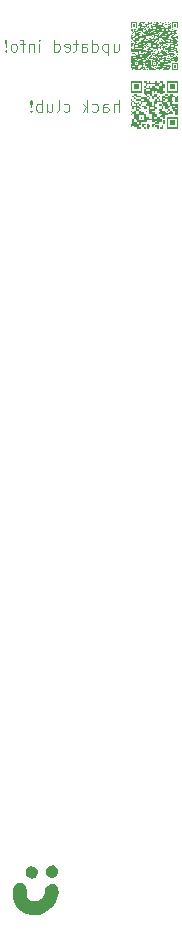
<source format=gbr>
%TF.GenerationSoftware,KiCad,Pcbnew,9.0.2*%
%TF.CreationDate,2025-08-01T17:29:50-07:00*%
%TF.ProjectId,jp21_pathfinder,6a703231-5f70-4617-9468-66696e646572,rev?*%
%TF.SameCoordinates,Original*%
%TF.FileFunction,Legend,Bot*%
%TF.FilePolarity,Positive*%
%FSLAX46Y46*%
G04 Gerber Fmt 4.6, Leading zero omitted, Abs format (unit mm)*
G04 Created by KiCad (PCBNEW 9.0.2) date 2025-08-01 17:29:50*
%MOMM*%
%LPD*%
G01*
G04 APERTURE LIST*
%ADD10C,0.125000*%
%ADD11C,0.000000*%
G04 APERTURE END LIST*
D10*
X126551097Y-66804452D02*
X126551097Y-67471119D01*
X126979668Y-66804452D02*
X126979668Y-67328261D01*
X126979668Y-67328261D02*
X126932049Y-67423500D01*
X126932049Y-67423500D02*
X126836811Y-67471119D01*
X126836811Y-67471119D02*
X126693954Y-67471119D01*
X126693954Y-67471119D02*
X126598716Y-67423500D01*
X126598716Y-67423500D02*
X126551097Y-67375880D01*
X126074906Y-66804452D02*
X126074906Y-67804452D01*
X126074906Y-66852071D02*
X125979668Y-66804452D01*
X125979668Y-66804452D02*
X125789192Y-66804452D01*
X125789192Y-66804452D02*
X125693954Y-66852071D01*
X125693954Y-66852071D02*
X125646335Y-66899690D01*
X125646335Y-66899690D02*
X125598716Y-66994928D01*
X125598716Y-66994928D02*
X125598716Y-67280642D01*
X125598716Y-67280642D02*
X125646335Y-67375880D01*
X125646335Y-67375880D02*
X125693954Y-67423500D01*
X125693954Y-67423500D02*
X125789192Y-67471119D01*
X125789192Y-67471119D02*
X125979668Y-67471119D01*
X125979668Y-67471119D02*
X126074906Y-67423500D01*
X124741573Y-67471119D02*
X124741573Y-66471119D01*
X124741573Y-67423500D02*
X124836811Y-67471119D01*
X124836811Y-67471119D02*
X125027287Y-67471119D01*
X125027287Y-67471119D02*
X125122525Y-67423500D01*
X125122525Y-67423500D02*
X125170144Y-67375880D01*
X125170144Y-67375880D02*
X125217763Y-67280642D01*
X125217763Y-67280642D02*
X125217763Y-66994928D01*
X125217763Y-66994928D02*
X125170144Y-66899690D01*
X125170144Y-66899690D02*
X125122525Y-66852071D01*
X125122525Y-66852071D02*
X125027287Y-66804452D01*
X125027287Y-66804452D02*
X124836811Y-66804452D01*
X124836811Y-66804452D02*
X124741573Y-66852071D01*
X123836811Y-67471119D02*
X123836811Y-66947309D01*
X123836811Y-66947309D02*
X123884430Y-66852071D01*
X123884430Y-66852071D02*
X123979668Y-66804452D01*
X123979668Y-66804452D02*
X124170144Y-66804452D01*
X124170144Y-66804452D02*
X124265382Y-66852071D01*
X123836811Y-67423500D02*
X123932049Y-67471119D01*
X123932049Y-67471119D02*
X124170144Y-67471119D01*
X124170144Y-67471119D02*
X124265382Y-67423500D01*
X124265382Y-67423500D02*
X124313001Y-67328261D01*
X124313001Y-67328261D02*
X124313001Y-67233023D01*
X124313001Y-67233023D02*
X124265382Y-67137785D01*
X124265382Y-67137785D02*
X124170144Y-67090166D01*
X124170144Y-67090166D02*
X123932049Y-67090166D01*
X123932049Y-67090166D02*
X123836811Y-67042547D01*
X123503477Y-66804452D02*
X123122525Y-66804452D01*
X123360620Y-66471119D02*
X123360620Y-67328261D01*
X123360620Y-67328261D02*
X123313001Y-67423500D01*
X123313001Y-67423500D02*
X123217763Y-67471119D01*
X123217763Y-67471119D02*
X123122525Y-67471119D01*
X122408239Y-67423500D02*
X122503477Y-67471119D01*
X122503477Y-67471119D02*
X122693953Y-67471119D01*
X122693953Y-67471119D02*
X122789191Y-67423500D01*
X122789191Y-67423500D02*
X122836810Y-67328261D01*
X122836810Y-67328261D02*
X122836810Y-66947309D01*
X122836810Y-66947309D02*
X122789191Y-66852071D01*
X122789191Y-66852071D02*
X122693953Y-66804452D01*
X122693953Y-66804452D02*
X122503477Y-66804452D01*
X122503477Y-66804452D02*
X122408239Y-66852071D01*
X122408239Y-66852071D02*
X122360620Y-66947309D01*
X122360620Y-66947309D02*
X122360620Y-67042547D01*
X122360620Y-67042547D02*
X122836810Y-67137785D01*
X121503477Y-67471119D02*
X121503477Y-66471119D01*
X121503477Y-67423500D02*
X121598715Y-67471119D01*
X121598715Y-67471119D02*
X121789191Y-67471119D01*
X121789191Y-67471119D02*
X121884429Y-67423500D01*
X121884429Y-67423500D02*
X121932048Y-67375880D01*
X121932048Y-67375880D02*
X121979667Y-67280642D01*
X121979667Y-67280642D02*
X121979667Y-66994928D01*
X121979667Y-66994928D02*
X121932048Y-66899690D01*
X121932048Y-66899690D02*
X121884429Y-66852071D01*
X121884429Y-66852071D02*
X121789191Y-66804452D01*
X121789191Y-66804452D02*
X121598715Y-66804452D01*
X121598715Y-66804452D02*
X121503477Y-66852071D01*
X120265381Y-67471119D02*
X120265381Y-66804452D01*
X120265381Y-66471119D02*
X120313000Y-66518738D01*
X120313000Y-66518738D02*
X120265381Y-66566357D01*
X120265381Y-66566357D02*
X120217762Y-66518738D01*
X120217762Y-66518738D02*
X120265381Y-66471119D01*
X120265381Y-66471119D02*
X120265381Y-66566357D01*
X119789191Y-66804452D02*
X119789191Y-67471119D01*
X119789191Y-66899690D02*
X119741572Y-66852071D01*
X119741572Y-66852071D02*
X119646334Y-66804452D01*
X119646334Y-66804452D02*
X119503477Y-66804452D01*
X119503477Y-66804452D02*
X119408239Y-66852071D01*
X119408239Y-66852071D02*
X119360620Y-66947309D01*
X119360620Y-66947309D02*
X119360620Y-67471119D01*
X119027286Y-66804452D02*
X118646334Y-66804452D01*
X118884429Y-67471119D02*
X118884429Y-66613976D01*
X118884429Y-66613976D02*
X118836810Y-66518738D01*
X118836810Y-66518738D02*
X118741572Y-66471119D01*
X118741572Y-66471119D02*
X118646334Y-66471119D01*
X118170143Y-67471119D02*
X118265381Y-67423500D01*
X118265381Y-67423500D02*
X118313000Y-67375880D01*
X118313000Y-67375880D02*
X118360619Y-67280642D01*
X118360619Y-67280642D02*
X118360619Y-66994928D01*
X118360619Y-66994928D02*
X118313000Y-66899690D01*
X118313000Y-66899690D02*
X118265381Y-66852071D01*
X118265381Y-66852071D02*
X118170143Y-66804452D01*
X118170143Y-66804452D02*
X118027286Y-66804452D01*
X118027286Y-66804452D02*
X117932048Y-66852071D01*
X117932048Y-66852071D02*
X117884429Y-66899690D01*
X117884429Y-66899690D02*
X117836810Y-66994928D01*
X117836810Y-66994928D02*
X117836810Y-67280642D01*
X117836810Y-67280642D02*
X117884429Y-67375880D01*
X117884429Y-67375880D02*
X117932048Y-67423500D01*
X117932048Y-67423500D02*
X118027286Y-67471119D01*
X118027286Y-67471119D02*
X118170143Y-67471119D01*
X117408238Y-67375880D02*
X117360619Y-67423500D01*
X117360619Y-67423500D02*
X117408238Y-67471119D01*
X117408238Y-67471119D02*
X117455857Y-67423500D01*
X117455857Y-67423500D02*
X117408238Y-67375880D01*
X117408238Y-67375880D02*
X117408238Y-67471119D01*
X117408238Y-67090166D02*
X117455857Y-66518738D01*
X117455857Y-66518738D02*
X117408238Y-66471119D01*
X117408238Y-66471119D02*
X117360619Y-66518738D01*
X117360619Y-66518738D02*
X117408238Y-67090166D01*
X117408238Y-67090166D02*
X117408238Y-66471119D01*
X126979668Y-72571119D02*
X126979668Y-71571119D01*
X126551097Y-72571119D02*
X126551097Y-72047309D01*
X126551097Y-72047309D02*
X126598716Y-71952071D01*
X126598716Y-71952071D02*
X126693954Y-71904452D01*
X126693954Y-71904452D02*
X126836811Y-71904452D01*
X126836811Y-71904452D02*
X126932049Y-71952071D01*
X126932049Y-71952071D02*
X126979668Y-71999690D01*
X125646335Y-72571119D02*
X125646335Y-72047309D01*
X125646335Y-72047309D02*
X125693954Y-71952071D01*
X125693954Y-71952071D02*
X125789192Y-71904452D01*
X125789192Y-71904452D02*
X125979668Y-71904452D01*
X125979668Y-71904452D02*
X126074906Y-71952071D01*
X125646335Y-72523500D02*
X125741573Y-72571119D01*
X125741573Y-72571119D02*
X125979668Y-72571119D01*
X125979668Y-72571119D02*
X126074906Y-72523500D01*
X126074906Y-72523500D02*
X126122525Y-72428261D01*
X126122525Y-72428261D02*
X126122525Y-72333023D01*
X126122525Y-72333023D02*
X126074906Y-72237785D01*
X126074906Y-72237785D02*
X125979668Y-72190166D01*
X125979668Y-72190166D02*
X125741573Y-72190166D01*
X125741573Y-72190166D02*
X125646335Y-72142547D01*
X124741573Y-72523500D02*
X124836811Y-72571119D01*
X124836811Y-72571119D02*
X125027287Y-72571119D01*
X125027287Y-72571119D02*
X125122525Y-72523500D01*
X125122525Y-72523500D02*
X125170144Y-72475880D01*
X125170144Y-72475880D02*
X125217763Y-72380642D01*
X125217763Y-72380642D02*
X125217763Y-72094928D01*
X125217763Y-72094928D02*
X125170144Y-71999690D01*
X125170144Y-71999690D02*
X125122525Y-71952071D01*
X125122525Y-71952071D02*
X125027287Y-71904452D01*
X125027287Y-71904452D02*
X124836811Y-71904452D01*
X124836811Y-71904452D02*
X124741573Y-71952071D01*
X124313001Y-72571119D02*
X124313001Y-71571119D01*
X124217763Y-72190166D02*
X123932049Y-72571119D01*
X123932049Y-71904452D02*
X124313001Y-72285404D01*
X122313001Y-72523500D02*
X122408239Y-72571119D01*
X122408239Y-72571119D02*
X122598715Y-72571119D01*
X122598715Y-72571119D02*
X122693953Y-72523500D01*
X122693953Y-72523500D02*
X122741572Y-72475880D01*
X122741572Y-72475880D02*
X122789191Y-72380642D01*
X122789191Y-72380642D02*
X122789191Y-72094928D01*
X122789191Y-72094928D02*
X122741572Y-71999690D01*
X122741572Y-71999690D02*
X122693953Y-71952071D01*
X122693953Y-71952071D02*
X122598715Y-71904452D01*
X122598715Y-71904452D02*
X122408239Y-71904452D01*
X122408239Y-71904452D02*
X122313001Y-71952071D01*
X121741572Y-72571119D02*
X121836810Y-72523500D01*
X121836810Y-72523500D02*
X121884429Y-72428261D01*
X121884429Y-72428261D02*
X121884429Y-71571119D01*
X120932048Y-71904452D02*
X120932048Y-72571119D01*
X121360619Y-71904452D02*
X121360619Y-72428261D01*
X121360619Y-72428261D02*
X121313000Y-72523500D01*
X121313000Y-72523500D02*
X121217762Y-72571119D01*
X121217762Y-72571119D02*
X121074905Y-72571119D01*
X121074905Y-72571119D02*
X120979667Y-72523500D01*
X120979667Y-72523500D02*
X120932048Y-72475880D01*
X120455857Y-72571119D02*
X120455857Y-71571119D01*
X120455857Y-71952071D02*
X120360619Y-71904452D01*
X120360619Y-71904452D02*
X120170143Y-71904452D01*
X120170143Y-71904452D02*
X120074905Y-71952071D01*
X120074905Y-71952071D02*
X120027286Y-71999690D01*
X120027286Y-71999690D02*
X119979667Y-72094928D01*
X119979667Y-72094928D02*
X119979667Y-72380642D01*
X119979667Y-72380642D02*
X120027286Y-72475880D01*
X120027286Y-72475880D02*
X120074905Y-72523500D01*
X120074905Y-72523500D02*
X120170143Y-72571119D01*
X120170143Y-72571119D02*
X120360619Y-72571119D01*
X120360619Y-72571119D02*
X120455857Y-72523500D01*
X119551095Y-72475880D02*
X119503476Y-72523500D01*
X119503476Y-72523500D02*
X119551095Y-72571119D01*
X119551095Y-72571119D02*
X119598714Y-72523500D01*
X119598714Y-72523500D02*
X119551095Y-72475880D01*
X119551095Y-72475880D02*
X119551095Y-72571119D01*
X119551095Y-72190166D02*
X119598714Y-71618738D01*
X119598714Y-71618738D02*
X119551095Y-71571119D01*
X119551095Y-71571119D02*
X119503476Y-71618738D01*
X119503476Y-71618738D02*
X119551095Y-72190166D01*
X119551095Y-72190166D02*
X119551095Y-71571119D01*
D11*
%TO.C,G\u002A\u002A\u002A*%
G36*
X132000000Y-69000000D02*
G01*
X131740000Y-69000000D01*
X131480000Y-69000000D01*
X131480000Y-68730000D01*
X131480000Y-68540000D01*
X131560000Y-68540000D01*
X131560000Y-68730000D01*
X131560000Y-68920000D01*
X131750000Y-68920000D01*
X131940000Y-68920000D01*
X131940000Y-68730000D01*
X131940000Y-68540000D01*
X131750000Y-68540000D01*
X131560000Y-68540000D01*
X131480000Y-68540000D01*
X131480000Y-68460000D01*
X131740000Y-68460000D01*
X132000000Y-68460000D01*
X132000000Y-68730000D01*
X132000000Y-69000000D01*
G37*
G36*
X128918264Y-65186431D02*
G01*
X128920000Y-65250000D01*
X128919574Y-65288591D01*
X128915159Y-65334582D01*
X128903116Y-65355225D01*
X128880000Y-65360000D01*
X128862284Y-65362206D01*
X128847871Y-65376762D01*
X128841460Y-65412977D01*
X128840000Y-65480000D01*
X128840000Y-65600000D01*
X128920000Y-65600000D01*
X128966176Y-65597735D01*
X128993292Y-65586169D01*
X129000000Y-65560000D01*
X128993427Y-65534142D01*
X128960000Y-65520000D01*
X128934143Y-65513426D01*
X128920000Y-65480000D01*
X128926574Y-65454142D01*
X128960000Y-65440000D01*
X128985858Y-65446573D01*
X129000000Y-65480000D01*
X129005569Y-65503326D01*
X129030000Y-65520000D01*
X129047495Y-65512575D01*
X129060000Y-65480000D01*
X129066574Y-65454142D01*
X129100000Y-65440000D01*
X129125858Y-65433426D01*
X129140000Y-65400000D01*
X129137712Y-65381942D01*
X129118246Y-65364474D01*
X129070000Y-65360000D01*
X129063625Y-65359945D01*
X129015180Y-65352188D01*
X129000000Y-65330000D01*
X129003437Y-65318483D01*
X129024436Y-65307250D01*
X129070880Y-65301571D01*
X129150000Y-65300000D01*
X129177002Y-65299937D01*
X129243247Y-65298209D01*
X129280303Y-65292451D01*
X129296458Y-65280451D01*
X129300000Y-65260000D01*
X129293427Y-65234142D01*
X129260000Y-65220000D01*
X129234143Y-65213426D01*
X129220000Y-65180000D01*
X129226574Y-65154142D01*
X129260000Y-65140000D01*
X129285858Y-65146573D01*
X129300000Y-65180000D01*
X129305569Y-65203326D01*
X129330000Y-65220000D01*
X129347495Y-65212575D01*
X129360000Y-65180000D01*
X129366574Y-65154142D01*
X129400000Y-65140000D01*
X129418058Y-65137711D01*
X129435526Y-65118245D01*
X129440000Y-65070000D01*
X129440179Y-65049344D01*
X129446016Y-65015203D01*
X129468779Y-65002119D01*
X129520000Y-65000000D01*
X129543000Y-65000544D01*
X129586790Y-65009140D01*
X129600000Y-65030000D01*
X129607425Y-65047494D01*
X129640000Y-65060000D01*
X129665858Y-65066573D01*
X129680000Y-65100000D01*
X129685569Y-65123326D01*
X129710000Y-65140000D01*
X129712733Y-65139873D01*
X129733495Y-65121773D01*
X129740000Y-65070000D01*
X129741308Y-65038398D01*
X129752432Y-65007830D01*
X129780000Y-65000000D01*
X129798058Y-65002288D01*
X129815526Y-65021754D01*
X129820000Y-65070000D01*
X129818693Y-65101601D01*
X129807569Y-65132169D01*
X129780000Y-65140000D01*
X129754143Y-65146573D01*
X129740000Y-65180000D01*
X129746574Y-65205857D01*
X129780000Y-65220000D01*
X129805858Y-65226573D01*
X129820000Y-65260000D01*
X129813427Y-65285857D01*
X129780000Y-65300000D01*
X129756674Y-65305568D01*
X129740000Y-65330000D01*
X129747425Y-65347494D01*
X129780000Y-65360000D01*
X129803327Y-65354431D01*
X129820000Y-65330000D01*
X129829511Y-65312144D01*
X129863664Y-65302693D01*
X129930000Y-65300000D01*
X129968592Y-65299573D01*
X130014583Y-65295158D01*
X130035226Y-65283115D01*
X130040000Y-65260000D01*
X130037712Y-65241942D01*
X130018246Y-65224474D01*
X129970000Y-65220000D01*
X130120000Y-65220000D01*
X130122265Y-65266175D01*
X130133831Y-65293291D01*
X130160000Y-65300000D01*
X130183088Y-65295470D01*
X130196646Y-65272338D01*
X130200000Y-65220000D01*
X130197736Y-65173824D01*
X130186170Y-65146708D01*
X130160000Y-65140000D01*
X130136913Y-65144529D01*
X130123355Y-65167661D01*
X130120000Y-65220000D01*
X129970000Y-65220000D01*
X129938399Y-65218692D01*
X129907831Y-65207568D01*
X129900000Y-65180000D01*
X129901174Y-65165966D01*
X129913316Y-65149242D01*
X129946432Y-65141736D01*
X130010000Y-65140000D01*
X130120000Y-65140000D01*
X130120000Y-65070000D01*
X130120000Y-65000000D01*
X130230000Y-65000000D01*
X130295472Y-65002593D01*
X130330125Y-65011908D01*
X130340000Y-65030000D01*
X130347425Y-65047494D01*
X130380000Y-65060000D01*
X130403327Y-65054431D01*
X130420000Y-65030000D01*
X130421452Y-65021375D01*
X130444374Y-65004953D01*
X130500000Y-65000000D01*
X130523000Y-65000544D01*
X130566790Y-65009140D01*
X130580000Y-65030000D01*
X130578549Y-65038624D01*
X130555627Y-65055046D01*
X130500000Y-65060000D01*
X130453825Y-65062264D01*
X130426709Y-65073830D01*
X130420000Y-65100000D01*
X130413427Y-65125857D01*
X130380000Y-65140000D01*
X130354143Y-65133426D01*
X130340000Y-65100000D01*
X130334432Y-65076673D01*
X130310000Y-65060000D01*
X130292506Y-65067424D01*
X130280000Y-65100000D01*
X130285569Y-65123326D01*
X130310000Y-65140000D01*
X130327495Y-65147424D01*
X130340000Y-65180000D01*
X130334432Y-65203326D01*
X130310000Y-65220000D01*
X130292506Y-65227424D01*
X130280000Y-65260000D01*
X130273427Y-65285857D01*
X130240000Y-65300000D01*
X130232800Y-65300235D01*
X130215135Y-65306713D01*
X130205253Y-65328307D01*
X130200945Y-65373306D01*
X130200000Y-65450000D01*
X130200063Y-65477001D01*
X130200141Y-65480000D01*
X130201791Y-65543246D01*
X130207549Y-65580302D01*
X130219549Y-65596457D01*
X130240000Y-65600000D01*
X130263327Y-65605568D01*
X130280000Y-65630000D01*
X130283485Y-65643990D01*
X130310000Y-65660000D01*
X130323991Y-65656515D01*
X130340000Y-65630000D01*
X130347425Y-65612505D01*
X130380000Y-65600000D01*
X130397717Y-65597793D01*
X130412130Y-65583237D01*
X130418014Y-65550000D01*
X130500000Y-65550000D01*
X130500427Y-65588591D01*
X130504842Y-65634582D01*
X130516885Y-65655225D01*
X130540000Y-65660000D01*
X130554034Y-65658826D01*
X130570758Y-65646684D01*
X130578264Y-65613568D01*
X130578635Y-65600000D01*
X130660000Y-65600000D01*
X130660000Y-65670000D01*
X130660009Y-65675328D01*
X130663844Y-65719436D01*
X130683084Y-65736903D01*
X130730000Y-65740000D01*
X130761602Y-65738692D01*
X130792170Y-65727568D01*
X130800000Y-65700000D01*
X130806574Y-65674142D01*
X130840000Y-65660000D01*
X130863327Y-65654431D01*
X130880000Y-65630000D01*
X130870490Y-65612144D01*
X130836337Y-65602693D01*
X130770000Y-65600000D01*
X130660000Y-65600000D01*
X130578635Y-65600000D01*
X130580000Y-65550000D01*
X130579574Y-65511408D01*
X130575159Y-65465417D01*
X130563116Y-65444774D01*
X130540000Y-65440000D01*
X130525967Y-65441173D01*
X130509243Y-65453315D01*
X130501737Y-65486431D01*
X130500000Y-65550000D01*
X130418014Y-65550000D01*
X130418541Y-65547022D01*
X130420000Y-65480000D01*
X130419265Y-65426849D01*
X130414413Y-65383612D01*
X130402341Y-65364378D01*
X130380000Y-65360000D01*
X130362284Y-65362206D01*
X130347871Y-65376762D01*
X130341460Y-65412977D01*
X130340000Y-65480000D01*
X130339941Y-65494458D01*
X130336773Y-65558114D01*
X130327420Y-65590784D01*
X130310000Y-65600000D01*
X130298484Y-65596563D01*
X130287251Y-65575564D01*
X130281572Y-65529120D01*
X130280000Y-65450000D01*
X130280688Y-65392418D01*
X130284888Y-65336252D01*
X130294176Y-65307857D01*
X130310000Y-65300000D01*
X130327495Y-65292575D01*
X130340000Y-65260000D01*
X130346574Y-65234142D01*
X130380000Y-65220000D01*
X130398058Y-65222288D01*
X130415526Y-65241754D01*
X130420000Y-65290000D01*
X130421308Y-65321601D01*
X130432432Y-65352169D01*
X130460000Y-65360000D01*
X130478058Y-65357711D01*
X130495526Y-65338245D01*
X130500000Y-65290000D01*
X130501308Y-65258398D01*
X130512432Y-65227830D01*
X130540000Y-65220000D01*
X130554034Y-65221173D01*
X130570758Y-65233315D01*
X130578264Y-65266431D01*
X130580000Y-65330000D01*
X130580427Y-65368591D01*
X130584842Y-65414582D01*
X130596885Y-65435225D01*
X130620000Y-65440000D01*
X130645858Y-65446573D01*
X130660000Y-65480000D01*
X130665569Y-65503326D01*
X130690000Y-65520000D01*
X130707495Y-65512575D01*
X130720000Y-65480000D01*
X130800000Y-65480000D01*
X130806574Y-65505857D01*
X130840000Y-65520000D01*
X130865858Y-65513426D01*
X130880000Y-65480000D01*
X130873427Y-65454142D01*
X130840000Y-65440000D01*
X130814143Y-65446573D01*
X130800000Y-65480000D01*
X130720000Y-65480000D01*
X130726574Y-65454142D01*
X130760000Y-65440000D01*
X130785858Y-65433426D01*
X130800000Y-65400000D01*
X130797712Y-65381942D01*
X130778246Y-65364474D01*
X130730000Y-65360000D01*
X130660000Y-65360000D01*
X130660000Y-65210000D01*
X130660000Y-65060000D01*
X130730000Y-65060000D01*
X130761602Y-65061307D01*
X130792170Y-65072431D01*
X130800000Y-65100000D01*
X130793427Y-65125857D01*
X130760000Y-65140000D01*
X130736913Y-65144529D01*
X130723355Y-65167661D01*
X130720000Y-65220000D01*
X130722265Y-65266175D01*
X130733831Y-65293291D01*
X130760000Y-65300000D01*
X130783327Y-65305568D01*
X130800000Y-65330000D01*
X130807425Y-65347494D01*
X130840000Y-65360000D01*
X130865858Y-65366573D01*
X130880000Y-65400000D01*
X130886574Y-65425857D01*
X130920000Y-65440000D01*
X130943088Y-65444529D01*
X130956646Y-65467661D01*
X130957437Y-65480000D01*
X130960000Y-65520000D01*
X130960545Y-65542999D01*
X130961919Y-65550000D01*
X130969141Y-65586789D01*
X130990000Y-65600000D01*
X131007856Y-65609510D01*
X131013526Y-65630000D01*
X131017307Y-65643663D01*
X131020000Y-65710000D01*
X131020427Y-65748591D01*
X131024842Y-65794582D01*
X131036885Y-65815225D01*
X131060000Y-65820000D01*
X131085858Y-65813426D01*
X131100000Y-65780000D01*
X131106574Y-65754142D01*
X131140000Y-65740000D01*
X131158058Y-65737711D01*
X131175526Y-65718245D01*
X131180000Y-65670000D01*
X131179822Y-65649344D01*
X131173985Y-65615203D01*
X131151222Y-65602119D01*
X131100000Y-65600000D01*
X131020000Y-65600000D01*
X131020000Y-65520000D01*
X131022265Y-65473824D01*
X131033831Y-65446708D01*
X131060000Y-65440000D01*
X131085858Y-65446573D01*
X131100000Y-65480000D01*
X131106574Y-65505857D01*
X131140000Y-65520000D01*
X131154034Y-65518826D01*
X131170758Y-65506684D01*
X131178264Y-65473568D01*
X131179181Y-65440000D01*
X131260000Y-65440000D01*
X131262265Y-65486175D01*
X131273831Y-65513291D01*
X131300000Y-65520000D01*
X131323088Y-65515470D01*
X131336646Y-65492338D01*
X131340000Y-65440000D01*
X131337736Y-65393824D01*
X131326170Y-65366708D01*
X131300000Y-65360000D01*
X131276913Y-65364529D01*
X131263355Y-65387661D01*
X131260000Y-65440000D01*
X131179181Y-65440000D01*
X131180000Y-65410000D01*
X131180000Y-65300000D01*
X131260000Y-65300000D01*
X131306176Y-65297735D01*
X131333292Y-65286169D01*
X131340000Y-65260000D01*
X131335471Y-65236912D01*
X131312339Y-65223354D01*
X131260000Y-65220000D01*
X131213825Y-65217735D01*
X131186709Y-65206169D01*
X131180000Y-65180000D01*
X131184530Y-65156912D01*
X131207662Y-65143354D01*
X131260000Y-65140000D01*
X131283607Y-65139843D01*
X131322625Y-65134736D01*
X131337579Y-65114818D01*
X131340000Y-65070000D01*
X131340055Y-65063624D01*
X131347812Y-65015179D01*
X131370000Y-65000000D01*
X131372733Y-65000126D01*
X131393495Y-65018226D01*
X131400000Y-65070000D01*
X131399946Y-65076375D01*
X131392189Y-65124820D01*
X131370000Y-65140000D01*
X131352506Y-65147424D01*
X131340000Y-65180000D01*
X131345569Y-65203326D01*
X131370000Y-65220000D01*
X131381517Y-65223436D01*
X131392750Y-65244435D01*
X131398429Y-65290879D01*
X131400000Y-65370000D01*
X131399313Y-65427581D01*
X131398384Y-65440000D01*
X131395113Y-65483747D01*
X131385825Y-65512142D01*
X131370000Y-65520000D01*
X131352506Y-65527424D01*
X131340000Y-65560000D01*
X131333427Y-65585857D01*
X131300000Y-65600000D01*
X131276674Y-65605568D01*
X131260000Y-65630000D01*
X131267425Y-65647494D01*
X131300000Y-65660000D01*
X131325858Y-65666573D01*
X131340000Y-65700000D01*
X131345569Y-65723326D01*
X131370000Y-65740000D01*
X131387495Y-65747424D01*
X131400000Y-65780000D01*
X131406574Y-65805857D01*
X131440000Y-65820000D01*
X131465858Y-65813426D01*
X131480000Y-65780000D01*
X131486574Y-65754142D01*
X131520000Y-65740000D01*
X131545858Y-65746573D01*
X131560000Y-65780000D01*
X131553427Y-65805857D01*
X131520000Y-65820000D01*
X131494143Y-65826573D01*
X131480000Y-65860000D01*
X131486574Y-65885857D01*
X131520000Y-65900000D01*
X131545858Y-65906573D01*
X131560000Y-65940000D01*
X131553427Y-65965857D01*
X131520000Y-65980000D01*
X131496674Y-65985568D01*
X131480000Y-66010000D01*
X131472576Y-66027494D01*
X131440000Y-66040000D01*
X131416674Y-66034431D01*
X131400000Y-66010000D01*
X131396516Y-65996009D01*
X131370000Y-65980000D01*
X131352506Y-65972575D01*
X131340000Y-65940000D01*
X131345569Y-65916673D01*
X131370000Y-65900000D01*
X131387495Y-65892575D01*
X131400000Y-65860000D01*
X131397712Y-65841942D01*
X131378246Y-65824474D01*
X131330000Y-65820000D01*
X131298399Y-65818692D01*
X131267831Y-65807568D01*
X131260000Y-65780000D01*
X131253427Y-65754142D01*
X131220000Y-65740000D01*
X131202284Y-65742206D01*
X131187871Y-65756762D01*
X131181460Y-65792977D01*
X131180000Y-65860000D01*
X131180000Y-65980000D01*
X131260000Y-65980000D01*
X131283607Y-65980156D01*
X131322625Y-65985263D01*
X131337579Y-66005181D01*
X131340000Y-66050000D01*
X131338693Y-66081601D01*
X131327569Y-66112169D01*
X131300000Y-66120000D01*
X131285967Y-66121173D01*
X131269243Y-66133315D01*
X131261737Y-66166431D01*
X131260000Y-66230000D01*
X131259574Y-66268591D01*
X131255159Y-66314582D01*
X131243116Y-66335225D01*
X131220000Y-66340000D01*
X131196674Y-66334431D01*
X131180000Y-66310000D01*
X131178549Y-66301375D01*
X131155627Y-66284953D01*
X131100000Y-66280000D01*
X131076394Y-66280156D01*
X131037376Y-66285263D01*
X131022422Y-66305181D01*
X131020000Y-66350000D01*
X131021308Y-66381601D01*
X131032432Y-66412169D01*
X131060000Y-66420000D01*
X131085858Y-66413426D01*
X131100000Y-66380000D01*
X131106574Y-66354142D01*
X131140000Y-66340000D01*
X131163088Y-66344529D01*
X131176646Y-66367661D01*
X131180000Y-66420000D01*
X131180000Y-66500000D01*
X131100000Y-66500000D01*
X131053825Y-66502264D01*
X131026709Y-66513830D01*
X131020000Y-66540000D01*
X131014432Y-66563326D01*
X130990000Y-66580000D01*
X130972506Y-66587424D01*
X130960000Y-66620000D01*
X130953427Y-66645857D01*
X130920000Y-66660000D01*
X130896674Y-66665568D01*
X130880000Y-66690000D01*
X130887425Y-66707494D01*
X130920000Y-66720000D01*
X130943327Y-66714431D01*
X130960000Y-66690000D01*
X130963485Y-66676009D01*
X130990000Y-66660000D01*
X131007495Y-66652575D01*
X131020000Y-66620000D01*
X131024530Y-66596912D01*
X131047662Y-66583354D01*
X131100000Y-66580000D01*
X131146176Y-66582264D01*
X131173292Y-66593830D01*
X131180000Y-66620000D01*
X131184530Y-66643087D01*
X131207662Y-66656645D01*
X131260000Y-66660000D01*
X131340000Y-66660000D01*
X131340000Y-66620000D01*
X131400000Y-66620000D01*
X131404530Y-66643087D01*
X131427662Y-66656645D01*
X131480000Y-66660000D01*
X131526176Y-66657735D01*
X131553292Y-66646169D01*
X131560000Y-66620000D01*
X131558038Y-66610000D01*
X131640000Y-66610000D01*
X131640396Y-66620000D01*
X131642594Y-66675471D01*
X131651909Y-66710124D01*
X131670000Y-66720000D01*
X131678625Y-66721451D01*
X131695047Y-66744373D01*
X131696438Y-66760000D01*
X131700000Y-66800000D01*
X131702265Y-66846175D01*
X131713831Y-66873291D01*
X131740000Y-66880000D01*
X131765858Y-66886573D01*
X131780000Y-66920000D01*
X131773427Y-66945857D01*
X131740000Y-66960000D01*
X131716674Y-66965568D01*
X131700000Y-66990000D01*
X131707425Y-67007494D01*
X131740000Y-67020000D01*
X131763327Y-67014431D01*
X131780000Y-66990000D01*
X131781452Y-66981375D01*
X131804374Y-66964953D01*
X131860000Y-66960000D01*
X131940000Y-66960000D01*
X131940000Y-66880000D01*
X131940000Y-66800000D01*
X131860000Y-66800000D01*
X131813825Y-66797735D01*
X131786709Y-66786169D01*
X131780000Y-66760000D01*
X131786574Y-66734142D01*
X131820000Y-66720000D01*
X131843327Y-66714431D01*
X131860000Y-66690000D01*
X131852576Y-66672505D01*
X131820000Y-66660000D01*
X131796674Y-66665568D01*
X131780000Y-66690000D01*
X131772576Y-66707494D01*
X131740000Y-66720000D01*
X131725967Y-66718826D01*
X131709243Y-66706684D01*
X131701737Y-66673568D01*
X131700000Y-66610000D01*
X131697407Y-66544528D01*
X131688092Y-66509875D01*
X131670000Y-66500000D01*
X131652145Y-66509510D01*
X131642694Y-66543663D01*
X131640000Y-66610000D01*
X131558038Y-66610000D01*
X131555471Y-66596912D01*
X131532339Y-66583354D01*
X131480000Y-66580000D01*
X131433825Y-66582264D01*
X131406709Y-66593830D01*
X131400000Y-66620000D01*
X131340000Y-66620000D01*
X131340000Y-66580000D01*
X131337736Y-66533824D01*
X131326170Y-66506708D01*
X131300000Y-66500000D01*
X131274143Y-66493426D01*
X131260000Y-66460000D01*
X131262289Y-66441942D01*
X131281755Y-66424474D01*
X131330000Y-66420000D01*
X131361602Y-66421307D01*
X131392170Y-66432431D01*
X131400000Y-66460000D01*
X131404530Y-66483087D01*
X131427662Y-66496645D01*
X131480000Y-66500000D01*
X131526176Y-66497735D01*
X131553292Y-66486169D01*
X131560000Y-66460000D01*
X131553427Y-66434142D01*
X131520000Y-66420000D01*
X131494143Y-66413426D01*
X131480000Y-66380000D01*
X131486574Y-66354142D01*
X131520000Y-66340000D01*
X131543327Y-66334431D01*
X131560000Y-66310000D01*
X131552576Y-66292505D01*
X131520000Y-66280000D01*
X131496674Y-66285568D01*
X131480000Y-66310000D01*
X131472576Y-66327494D01*
X131440000Y-66340000D01*
X131416674Y-66334431D01*
X131400000Y-66310000D01*
X131396516Y-66296009D01*
X131370000Y-66280000D01*
X131352506Y-66272575D01*
X131340000Y-66240000D01*
X131345569Y-66216673D01*
X131370000Y-66200000D01*
X131387495Y-66192575D01*
X131400000Y-66160000D01*
X131406574Y-66134142D01*
X131440000Y-66120000D01*
X131465858Y-66113426D01*
X131480000Y-66080000D01*
X131484530Y-66056912D01*
X131507662Y-66043354D01*
X131560000Y-66040000D01*
X131583000Y-66039455D01*
X131626790Y-66030859D01*
X131640000Y-66010000D01*
X131643485Y-65996009D01*
X131670000Y-65980000D01*
X131687495Y-65972575D01*
X131700000Y-65940000D01*
X131694432Y-65916673D01*
X131670000Y-65900000D01*
X131652506Y-65892575D01*
X131640000Y-65860000D01*
X131700000Y-65860000D01*
X131706574Y-65885857D01*
X131740000Y-65900000D01*
X131765858Y-65893426D01*
X131780000Y-65860000D01*
X131773427Y-65834142D01*
X131740000Y-65820000D01*
X131714143Y-65826573D01*
X131700000Y-65860000D01*
X131640000Y-65860000D01*
X131645569Y-65836673D01*
X131670000Y-65820000D01*
X131687856Y-65810489D01*
X131697307Y-65776336D01*
X131700000Y-65710000D01*
X131700427Y-65671408D01*
X131704842Y-65625417D01*
X131716885Y-65604774D01*
X131740000Y-65600000D01*
X131758058Y-65602288D01*
X131775526Y-65621754D01*
X131780000Y-65670000D01*
X131781308Y-65701601D01*
X131792432Y-65732169D01*
X131820000Y-65740000D01*
X131845858Y-65733426D01*
X131860000Y-65700000D01*
X131866574Y-65674142D01*
X131900000Y-65660000D01*
X131925858Y-65666573D01*
X131940000Y-65700000D01*
X131933427Y-65725857D01*
X131900000Y-65740000D01*
X131876913Y-65744529D01*
X131863355Y-65767661D01*
X131860000Y-65820000D01*
X131861962Y-65860000D01*
X131862265Y-65866175D01*
X131873831Y-65893291D01*
X131900000Y-65900000D01*
X131925858Y-65906573D01*
X131940000Y-65940000D01*
X131933427Y-65965857D01*
X131900000Y-65980000D01*
X131874143Y-65973426D01*
X131860000Y-65940000D01*
X131853427Y-65914142D01*
X131820000Y-65900000D01*
X131794143Y-65906573D01*
X131780000Y-65940000D01*
X131773427Y-65965857D01*
X131740000Y-65980000D01*
X131721943Y-65982288D01*
X131704475Y-66001754D01*
X131700000Y-66050000D01*
X131700000Y-66120000D01*
X131590000Y-66120000D01*
X131551409Y-66120426D01*
X131505418Y-66124841D01*
X131484775Y-66136884D01*
X131480000Y-66160000D01*
X131481174Y-66174033D01*
X131493316Y-66190757D01*
X131526432Y-66198263D01*
X131590000Y-66200000D01*
X131628592Y-66200426D01*
X131674583Y-66204841D01*
X131695226Y-66216884D01*
X131700000Y-66240000D01*
X131694432Y-66263326D01*
X131670000Y-66280000D01*
X131667268Y-66280126D01*
X131646506Y-66298226D01*
X131640000Y-66350000D01*
X131640055Y-66356375D01*
X131647812Y-66404820D01*
X131670000Y-66420000D01*
X131687495Y-66412575D01*
X131700000Y-66380000D01*
X131706574Y-66354142D01*
X131740000Y-66340000D01*
X131758058Y-66337711D01*
X131775526Y-66318245D01*
X131780000Y-66270000D01*
X131781308Y-66238398D01*
X131792432Y-66207830D01*
X131820000Y-66200000D01*
X131845858Y-66193426D01*
X131860000Y-66160000D01*
X131862289Y-66141942D01*
X131881755Y-66124474D01*
X131930000Y-66120000D01*
X131961602Y-66121307D01*
X131992170Y-66132431D01*
X132000000Y-66160000D01*
X131994432Y-66183326D01*
X131970000Y-66200000D01*
X131952506Y-66207424D01*
X131940000Y-66240000D01*
X131945569Y-66263326D01*
X131970000Y-66280000D01*
X131972733Y-66280126D01*
X131993495Y-66298226D01*
X132000000Y-66350000D01*
X131999946Y-66356375D01*
X131992189Y-66404820D01*
X131970000Y-66420000D01*
X131952506Y-66412575D01*
X131940000Y-66380000D01*
X131935471Y-66356912D01*
X131912339Y-66343354D01*
X131860000Y-66340000D01*
X131813825Y-66342264D01*
X131786709Y-66353830D01*
X131780000Y-66380000D01*
X131786574Y-66405857D01*
X131820000Y-66420000D01*
X131845858Y-66426573D01*
X131860000Y-66460000D01*
X131866574Y-66485857D01*
X131900000Y-66500000D01*
X131925858Y-66506573D01*
X131940000Y-66540000D01*
X131945569Y-66563326D01*
X131970000Y-66580000D01*
X131987495Y-66587424D01*
X132000000Y-66620000D01*
X131994432Y-66643326D01*
X131970000Y-66660000D01*
X131967268Y-66660126D01*
X131946506Y-66678226D01*
X131940000Y-66730000D01*
X131940055Y-66736375D01*
X131947812Y-66784820D01*
X131970000Y-66800000D01*
X131987856Y-66809510D01*
X131997307Y-66843663D01*
X132000000Y-66910000D01*
X132000000Y-67020000D01*
X131890000Y-67020000D01*
X131851409Y-67020426D01*
X131805418Y-67024841D01*
X131784775Y-67036884D01*
X131780000Y-67060000D01*
X131773427Y-67085857D01*
X131740000Y-67100000D01*
X131714143Y-67106573D01*
X131700000Y-67140000D01*
X131694432Y-67163326D01*
X131670000Y-67180000D01*
X131652506Y-67187424D01*
X131640000Y-67220000D01*
X131645569Y-67243326D01*
X131670000Y-67260000D01*
X131683991Y-67263484D01*
X131700000Y-67290000D01*
X131701452Y-67298624D01*
X131724374Y-67315046D01*
X131780000Y-67320000D01*
X131803000Y-67319455D01*
X131846790Y-67310859D01*
X131860000Y-67290000D01*
X131852576Y-67272505D01*
X131820000Y-67260000D01*
X131794143Y-67253426D01*
X131780000Y-67220000D01*
X131784530Y-67196912D01*
X131807662Y-67183354D01*
X131860000Y-67180000D01*
X131940000Y-67180000D01*
X131940000Y-67290000D01*
X131942594Y-67355471D01*
X131943811Y-67360000D01*
X131951909Y-67390124D01*
X131970000Y-67400000D01*
X131973615Y-67400236D01*
X131989529Y-67412911D01*
X131997697Y-67450321D01*
X132000000Y-67520000D01*
X131999941Y-67534458D01*
X131996773Y-67598114D01*
X131987420Y-67630784D01*
X131970000Y-67640000D01*
X131961376Y-67638548D01*
X131944954Y-67615626D01*
X131940000Y-67560000D01*
X131937736Y-67513824D01*
X131926170Y-67486708D01*
X131900000Y-67480000D01*
X131874143Y-67486573D01*
X131860000Y-67520000D01*
X131853427Y-67545857D01*
X131820000Y-67560000D01*
X131794143Y-67553426D01*
X131780000Y-67520000D01*
X131786574Y-67494142D01*
X131820000Y-67480000D01*
X131845858Y-67473426D01*
X131860000Y-67440000D01*
X131855471Y-67416912D01*
X131832339Y-67403354D01*
X131780000Y-67400000D01*
X131700000Y-67400000D01*
X131700000Y-67520000D01*
X131700000Y-67640000D01*
X131780000Y-67640000D01*
X131803000Y-67640544D01*
X131846790Y-67649140D01*
X131860000Y-67670000D01*
X131858549Y-67678624D01*
X131835627Y-67695046D01*
X131780000Y-67700000D01*
X131733825Y-67702264D01*
X131706709Y-67713830D01*
X131700000Y-67740000D01*
X131694432Y-67763326D01*
X131670000Y-67780000D01*
X131652506Y-67787424D01*
X131640000Y-67820000D01*
X131633427Y-67845857D01*
X131600000Y-67860000D01*
X131574143Y-67866573D01*
X131560000Y-67900000D01*
X131553427Y-67925857D01*
X131520000Y-67940000D01*
X131494143Y-67933426D01*
X131480000Y-67900000D01*
X131486574Y-67874142D01*
X131520000Y-67860000D01*
X131545858Y-67853426D01*
X131560000Y-67820000D01*
X131553427Y-67794142D01*
X131520000Y-67780000D01*
X131494143Y-67773426D01*
X131480000Y-67740000D01*
X131484530Y-67716912D01*
X131507662Y-67703354D01*
X131560000Y-67700000D01*
X131583000Y-67699455D01*
X131626790Y-67690859D01*
X131640000Y-67670000D01*
X131638549Y-67661375D01*
X131615627Y-67644953D01*
X131560000Y-67640000D01*
X131513825Y-67637735D01*
X131486709Y-67626169D01*
X131480000Y-67600000D01*
X131484530Y-67576912D01*
X131507662Y-67563354D01*
X131560000Y-67560000D01*
X131606176Y-67557735D01*
X131633292Y-67546169D01*
X131640000Y-67520000D01*
X131639765Y-67512799D01*
X131633287Y-67495134D01*
X131611693Y-67485252D01*
X131566694Y-67480944D01*
X131490000Y-67480000D01*
X131340000Y-67480000D01*
X131340000Y-67370000D01*
X131339890Y-67360000D01*
X131400000Y-67360000D01*
X131400236Y-67367200D01*
X131406714Y-67384865D01*
X131428308Y-67394747D01*
X131473307Y-67399055D01*
X131550000Y-67400000D01*
X131577002Y-67399937D01*
X131643247Y-67398209D01*
X131680303Y-67392451D01*
X131696458Y-67380451D01*
X131700000Y-67360000D01*
X131694432Y-67336673D01*
X131670000Y-67320000D01*
X131656010Y-67316515D01*
X131640000Y-67290000D01*
X131632576Y-67272505D01*
X131600000Y-67260000D01*
X131576674Y-67265568D01*
X131560000Y-67290000D01*
X131558549Y-67298624D01*
X131535627Y-67315046D01*
X131480000Y-67320000D01*
X131433825Y-67322264D01*
X131406709Y-67333830D01*
X131400000Y-67360000D01*
X131339890Y-67360000D01*
X131339574Y-67331408D01*
X131335159Y-67285417D01*
X131323116Y-67264774D01*
X131300000Y-67260000D01*
X131292800Y-67260235D01*
X131275135Y-67266713D01*
X131265253Y-67288307D01*
X131260945Y-67333306D01*
X131260000Y-67410000D01*
X131260000Y-67560000D01*
X131330000Y-67560000D01*
X131400000Y-67560000D01*
X131400000Y-67750000D01*
X131399935Y-67777556D01*
X131398209Y-67858683D01*
X131393351Y-67908329D01*
X131384301Y-67933200D01*
X131370000Y-67940000D01*
X131361376Y-67938548D01*
X131344954Y-67915626D01*
X131340000Y-67860000D01*
X131340000Y-67780000D01*
X131220000Y-67780000D01*
X131166850Y-67780735D01*
X131123613Y-67785587D01*
X131104379Y-67797659D01*
X131100000Y-67820000D01*
X131093427Y-67845857D01*
X131060000Y-67860000D01*
X131041943Y-67862288D01*
X131024475Y-67881754D01*
X131020000Y-67930000D01*
X131019946Y-67936375D01*
X131012189Y-67984820D01*
X130990000Y-68000000D01*
X130972506Y-68007424D01*
X130960000Y-68040000D01*
X130965569Y-68063326D01*
X130990000Y-68080000D01*
X131007495Y-68087424D01*
X131020000Y-68120000D01*
X131024530Y-68143087D01*
X131047662Y-68156645D01*
X131100000Y-68160000D01*
X131146176Y-68162264D01*
X131173292Y-68173830D01*
X131180000Y-68200000D01*
X131186574Y-68225857D01*
X131220000Y-68240000D01*
X131245858Y-68233426D01*
X131260000Y-68200000D01*
X131266574Y-68174142D01*
X131300000Y-68160000D01*
X131325858Y-68166573D01*
X131340000Y-68200000D01*
X131345569Y-68223326D01*
X131370000Y-68240000D01*
X131387495Y-68247424D01*
X131400000Y-68280000D01*
X131394432Y-68303326D01*
X131370000Y-68320000D01*
X131356010Y-68323484D01*
X131340000Y-68350000D01*
X131343485Y-68363990D01*
X131370000Y-68380000D01*
X131387495Y-68387424D01*
X131400000Y-68420000D01*
X131397712Y-68438057D01*
X131378246Y-68455525D01*
X131330000Y-68460000D01*
X131298399Y-68458692D01*
X131267831Y-68447568D01*
X131260000Y-68420000D01*
X131253427Y-68394142D01*
X131220000Y-68380000D01*
X131196913Y-68384529D01*
X131183355Y-68407661D01*
X131180000Y-68460000D01*
X131180000Y-68540000D01*
X131070000Y-68540000D01*
X131031409Y-68539573D01*
X130985418Y-68535158D01*
X130964775Y-68523115D01*
X130960000Y-68500000D01*
X130953427Y-68474142D01*
X130920000Y-68460000D01*
X130894143Y-68466573D01*
X130880000Y-68500000D01*
X130873427Y-68525857D01*
X130840000Y-68540000D01*
X130814143Y-68546573D01*
X130800000Y-68580000D01*
X130806574Y-68605857D01*
X130840000Y-68620000D01*
X130863327Y-68625568D01*
X130880000Y-68650000D01*
X130872576Y-68667494D01*
X130840000Y-68680000D01*
X130816674Y-68674431D01*
X130800000Y-68650000D01*
X130792576Y-68632505D01*
X130760000Y-68620000D01*
X130741943Y-68622288D01*
X130724475Y-68641754D01*
X130720000Y-68690000D01*
X130720000Y-68760000D01*
X130840000Y-68760000D01*
X130893151Y-68760735D01*
X130936388Y-68765587D01*
X130955622Y-68777659D01*
X130960000Y-68800000D01*
X130953427Y-68825857D01*
X130920000Y-68840000D01*
X130894143Y-68846573D01*
X130880000Y-68880000D01*
X130886574Y-68905857D01*
X130920000Y-68920000D01*
X130945858Y-68913426D01*
X130960000Y-68880000D01*
X130965569Y-68856673D01*
X130990000Y-68840000D01*
X130998625Y-68838548D01*
X131015047Y-68815626D01*
X131016438Y-68800000D01*
X131100000Y-68800000D01*
X131104530Y-68823087D01*
X131127662Y-68836645D01*
X131180000Y-68840000D01*
X131260000Y-68840000D01*
X131260000Y-68760000D01*
X131257736Y-68713824D01*
X131246170Y-68686708D01*
X131220000Y-68680000D01*
X131194143Y-68686573D01*
X131180000Y-68720000D01*
X131173427Y-68745857D01*
X131140000Y-68760000D01*
X131114143Y-68766573D01*
X131100000Y-68800000D01*
X131016438Y-68800000D01*
X131020000Y-68760000D01*
X131019456Y-68737000D01*
X131010860Y-68693210D01*
X130990000Y-68680000D01*
X130976010Y-68676515D01*
X130960000Y-68650000D01*
X130960418Y-68645648D01*
X130971344Y-68632839D01*
X131002112Y-68625000D01*
X131059429Y-68621073D01*
X131150000Y-68620000D01*
X131177557Y-68620065D01*
X131258684Y-68621791D01*
X131308330Y-68626649D01*
X131333201Y-68635699D01*
X131340000Y-68650000D01*
X131343485Y-68663990D01*
X131370000Y-68680000D01*
X131387495Y-68687424D01*
X131400000Y-68720000D01*
X131394432Y-68743326D01*
X131370000Y-68760000D01*
X131361376Y-68761451D01*
X131344954Y-68784373D01*
X131340000Y-68840000D01*
X131337736Y-68886175D01*
X131326170Y-68913291D01*
X131300000Y-68920000D01*
X131274143Y-68926573D01*
X131260000Y-68960000D01*
X131253427Y-68985857D01*
X131220000Y-69000000D01*
X131194143Y-68993426D01*
X131180000Y-68960000D01*
X131173427Y-68934142D01*
X131140000Y-68920000D01*
X131114143Y-68926573D01*
X131100000Y-68960000D01*
X131097466Y-68977839D01*
X131084621Y-68989877D01*
X131054042Y-68996542D01*
X130998308Y-68999395D01*
X130910000Y-69000000D01*
X130825265Y-68999466D01*
X130768082Y-68996762D01*
X130736423Y-68990324D01*
X130722870Y-68978591D01*
X130720000Y-68960000D01*
X130726574Y-68934142D01*
X130760000Y-68920000D01*
X130785858Y-68913426D01*
X130800000Y-68880000D01*
X130797712Y-68861942D01*
X130778246Y-68844474D01*
X130730000Y-68840000D01*
X130698399Y-68841307D01*
X130667831Y-68852431D01*
X130660000Y-68880000D01*
X130655471Y-68903087D01*
X130632339Y-68916645D01*
X130580000Y-68920000D01*
X130533825Y-68922264D01*
X130506709Y-68933830D01*
X130500000Y-68960000D01*
X130493427Y-68985857D01*
X130460000Y-69000000D01*
X130434143Y-68993426D01*
X130420000Y-68960000D01*
X130419765Y-68952799D01*
X130413287Y-68935134D01*
X130391693Y-68925252D01*
X130346694Y-68920944D01*
X130270000Y-68920000D01*
X130242999Y-68920062D01*
X130176754Y-68921790D01*
X130139698Y-68927548D01*
X130123543Y-68939548D01*
X130120000Y-68960000D01*
X130117712Y-68978057D01*
X130098246Y-68995525D01*
X130050000Y-69000000D01*
X130018399Y-68998692D01*
X129987831Y-68987568D01*
X129980000Y-68960000D01*
X129973427Y-68934142D01*
X129940000Y-68920000D01*
X129914143Y-68926573D01*
X129900000Y-68960000D01*
X129893427Y-68985857D01*
X129860000Y-69000000D01*
X129836913Y-68995470D01*
X129823355Y-68972338D01*
X129820000Y-68920000D01*
X129819844Y-68896393D01*
X129814737Y-68857375D01*
X129794819Y-68842421D01*
X129750000Y-68840000D01*
X129718399Y-68841307D01*
X129687831Y-68852431D01*
X129680000Y-68880000D01*
X129685569Y-68903326D01*
X129710000Y-68920000D01*
X129727495Y-68927424D01*
X129740000Y-68960000D01*
X129734432Y-68983326D01*
X129710000Y-69000000D01*
X129692506Y-68992575D01*
X129680000Y-68960000D01*
X129673427Y-68934142D01*
X129640000Y-68920000D01*
X129614143Y-68926573D01*
X129600000Y-68960000D01*
X129593427Y-68985857D01*
X129560000Y-69000000D01*
X129536913Y-68995470D01*
X129523355Y-68972338D01*
X129520000Y-68920000D01*
X129520000Y-68840000D01*
X129410000Y-68840000D01*
X129371409Y-68839573D01*
X129325418Y-68835158D01*
X129304775Y-68823115D01*
X129300000Y-68800000D01*
X129305569Y-68776673D01*
X129330000Y-68760000D01*
X129347495Y-68752575D01*
X129360000Y-68720000D01*
X129357712Y-68701942D01*
X129338246Y-68684474D01*
X129290000Y-68680000D01*
X129220000Y-68680000D01*
X129220000Y-68570000D01*
X129219574Y-68531408D01*
X129215159Y-68485417D01*
X129206165Y-68470000D01*
X129300000Y-68470000D01*
X129300688Y-68527581D01*
X129304888Y-68583747D01*
X129314176Y-68612142D01*
X129330000Y-68620000D01*
X129347495Y-68612575D01*
X129348483Y-68610000D01*
X129520000Y-68610000D01*
X129521308Y-68641601D01*
X129532432Y-68672169D01*
X129560000Y-68680000D01*
X129578058Y-68677711D01*
X129595526Y-68658245D01*
X129600000Y-68610000D01*
X129598693Y-68578398D01*
X129587569Y-68547830D01*
X129560000Y-68540000D01*
X129541943Y-68542288D01*
X129524475Y-68561754D01*
X129520000Y-68610000D01*
X129348483Y-68610000D01*
X129360000Y-68580000D01*
X129366574Y-68554142D01*
X129400000Y-68540000D01*
X129425858Y-68533426D01*
X129440000Y-68500000D01*
X129433427Y-68474142D01*
X129400000Y-68460000D01*
X129374143Y-68453426D01*
X129360000Y-68420000D01*
X129364530Y-68396912D01*
X129387662Y-68383354D01*
X129440000Y-68380000D01*
X129486176Y-68382264D01*
X129513292Y-68393830D01*
X129520000Y-68420000D01*
X129526574Y-68445857D01*
X129560000Y-68460000D01*
X129585858Y-68453426D01*
X129600000Y-68420000D01*
X129606574Y-68394142D01*
X129640000Y-68380000D01*
X129663327Y-68374431D01*
X129680000Y-68350000D01*
X129672576Y-68332505D01*
X129640000Y-68320000D01*
X129616674Y-68325568D01*
X129600000Y-68350000D01*
X129592576Y-68367494D01*
X129560000Y-68380000D01*
X129536674Y-68374431D01*
X129520000Y-68350000D01*
X129512576Y-68332505D01*
X129480000Y-68320000D01*
X129454143Y-68313426D01*
X129440000Y-68280000D01*
X129433427Y-68254142D01*
X129400000Y-68240000D01*
X129374143Y-68246573D01*
X129360000Y-68280000D01*
X129354432Y-68303326D01*
X129330000Y-68320000D01*
X129318484Y-68323436D01*
X129307251Y-68344435D01*
X129301572Y-68390879D01*
X129300000Y-68470000D01*
X129206165Y-68470000D01*
X129203116Y-68464774D01*
X129180000Y-68460000D01*
X129161943Y-68457711D01*
X129144475Y-68438245D01*
X129140000Y-68390000D01*
X129141308Y-68358398D01*
X129152432Y-68327830D01*
X129180000Y-68320000D01*
X129205858Y-68313426D01*
X129220000Y-68280000D01*
X129226574Y-68254142D01*
X129260000Y-68240000D01*
X129285858Y-68233426D01*
X129300000Y-68200000D01*
X129297794Y-68182283D01*
X129283238Y-68167870D01*
X129247023Y-68161459D01*
X129180000Y-68160000D01*
X129060000Y-68160000D01*
X129060000Y-68350000D01*
X129059935Y-68377556D01*
X129058209Y-68458683D01*
X129053351Y-68508329D01*
X129044301Y-68533200D01*
X129030000Y-68540000D01*
X129027268Y-68540126D01*
X129006506Y-68558226D01*
X129000000Y-68610000D01*
X129000055Y-68616375D01*
X129007812Y-68664820D01*
X129030000Y-68680000D01*
X129047495Y-68687424D01*
X129060000Y-68720000D01*
X129054432Y-68743326D01*
X129030000Y-68760000D01*
X129021376Y-68761451D01*
X129004954Y-68784373D01*
X129000000Y-68840000D01*
X128997736Y-68886175D01*
X128986170Y-68913291D01*
X128960000Y-68920000D01*
X128934143Y-68926573D01*
X128920000Y-68960000D01*
X128917794Y-68977716D01*
X128903238Y-68992129D01*
X128867023Y-68998540D01*
X128800000Y-69000000D01*
X128746850Y-68999264D01*
X128703613Y-68994412D01*
X128684379Y-68982340D01*
X128680000Y-68960000D01*
X128686574Y-68934142D01*
X128720000Y-68920000D01*
X128745858Y-68913426D01*
X128760000Y-68880000D01*
X128766574Y-68854142D01*
X128800000Y-68840000D01*
X128825858Y-68833426D01*
X128840000Y-68800000D01*
X128846574Y-68774142D01*
X128880000Y-68760000D01*
X128898058Y-68757711D01*
X128915526Y-68738245D01*
X128920000Y-68690000D01*
X128920000Y-68620000D01*
X128800000Y-68620000D01*
X128785542Y-68620059D01*
X128721886Y-68623227D01*
X128689216Y-68632580D01*
X128680000Y-68650000D01*
X128676516Y-68663990D01*
X128650000Y-68680000D01*
X128636713Y-68685093D01*
X128626540Y-68708637D01*
X128621414Y-68757905D01*
X128620000Y-68840000D01*
X128620000Y-69000000D01*
X128540000Y-69000000D01*
X128493825Y-68997735D01*
X128466709Y-68986169D01*
X128460000Y-68960000D01*
X128453427Y-68934142D01*
X128420000Y-68920000D01*
X128394143Y-68926573D01*
X128380000Y-68960000D01*
X128374432Y-68983326D01*
X128350000Y-69000000D01*
X128332506Y-68992575D01*
X128320000Y-68960000D01*
X128313427Y-68934142D01*
X128280000Y-68920000D01*
X128256913Y-68915470D01*
X128243355Y-68892338D01*
X128240000Y-68840000D01*
X128242265Y-68793824D01*
X128253831Y-68766708D01*
X128280000Y-68760000D01*
X128305858Y-68753426D01*
X128320000Y-68720000D01*
X128380000Y-68720000D01*
X128386574Y-68745857D01*
X128420000Y-68760000D01*
X128443088Y-68764529D01*
X128456646Y-68787661D01*
X128460000Y-68840000D01*
X128462265Y-68886175D01*
X128473831Y-68913291D01*
X128500000Y-68920000D01*
X128523088Y-68915470D01*
X128536646Y-68892338D01*
X128540000Y-68840000D01*
X128537736Y-68793824D01*
X128526170Y-68766708D01*
X128500000Y-68760000D01*
X128474143Y-68753426D01*
X128460000Y-68720000D01*
X128453427Y-68694142D01*
X128420000Y-68680000D01*
X128394143Y-68686573D01*
X128380000Y-68720000D01*
X128320000Y-68720000D01*
X128313427Y-68694142D01*
X128280000Y-68680000D01*
X128256674Y-68674431D01*
X128240000Y-68650000D01*
X128232576Y-68632505D01*
X128200000Y-68620000D01*
X128176674Y-68625568D01*
X128160000Y-68650000D01*
X128152576Y-68667494D01*
X128120000Y-68680000D01*
X128094143Y-68686573D01*
X128080000Y-68720000D01*
X128086574Y-68745857D01*
X128120000Y-68760000D01*
X128137717Y-68762206D01*
X128152130Y-68776762D01*
X128158541Y-68812977D01*
X128160000Y-68880000D01*
X128159265Y-68933150D01*
X128154413Y-68976387D01*
X128142341Y-68995621D01*
X128120000Y-69000000D01*
X128096913Y-68995470D01*
X128083355Y-68972338D01*
X128080000Y-68920000D01*
X128077736Y-68873824D01*
X128066170Y-68846708D01*
X128040000Y-68840000D01*
X128032800Y-68839764D01*
X128015135Y-68833286D01*
X128005253Y-68811692D01*
X128000945Y-68766693D01*
X128000000Y-68690000D01*
X128000063Y-68662998D01*
X128001791Y-68596753D01*
X128004394Y-68580000D01*
X128080000Y-68580000D01*
X128086574Y-68605857D01*
X128120000Y-68620000D01*
X128145858Y-68613426D01*
X128160000Y-68580000D01*
X128153427Y-68554142D01*
X128120000Y-68540000D01*
X128094143Y-68546573D01*
X128080000Y-68580000D01*
X128004394Y-68580000D01*
X128007549Y-68559697D01*
X128019549Y-68543542D01*
X128040000Y-68540000D01*
X128065858Y-68533426D01*
X128080000Y-68500000D01*
X128073427Y-68474142D01*
X128040000Y-68460000D01*
X128014143Y-68453426D01*
X128000000Y-68420000D01*
X128160000Y-68420000D01*
X128166574Y-68445857D01*
X128200000Y-68460000D01*
X128223088Y-68464529D01*
X128236646Y-68487661D01*
X128240000Y-68540000D01*
X128241962Y-68580000D01*
X128242265Y-68586175D01*
X128253831Y-68613291D01*
X128280000Y-68620000D01*
X128380000Y-68620000D01*
X128500000Y-68620000D01*
X128620000Y-68620000D01*
X128620000Y-68500000D01*
X128620000Y-68380000D01*
X128500000Y-68380000D01*
X128380000Y-68380000D01*
X128380000Y-68500000D01*
X128380000Y-68540000D01*
X128380000Y-68620000D01*
X128280000Y-68620000D01*
X128303088Y-68615470D01*
X128316646Y-68592338D01*
X128320000Y-68540000D01*
X128317736Y-68493824D01*
X128306170Y-68466708D01*
X128280000Y-68460000D01*
X128254143Y-68453426D01*
X128240000Y-68420000D01*
X128233427Y-68394142D01*
X128200000Y-68380000D01*
X128174143Y-68386573D01*
X128160000Y-68420000D01*
X128000000Y-68420000D01*
X128004530Y-68396912D01*
X128027662Y-68383354D01*
X128080000Y-68380000D01*
X128103000Y-68379455D01*
X128146790Y-68370859D01*
X128160000Y-68350000D01*
X128158549Y-68341375D01*
X128135627Y-68324953D01*
X128080000Y-68320000D01*
X128000000Y-68320000D01*
X128000000Y-68200000D01*
X128080000Y-68200000D01*
X128086574Y-68225857D01*
X128120000Y-68240000D01*
X128145858Y-68246573D01*
X128160000Y-68280000D01*
X128166574Y-68305857D01*
X128200000Y-68320000D01*
X128225858Y-68313426D01*
X128240000Y-68280000D01*
X128233427Y-68254142D01*
X128200000Y-68240000D01*
X128174143Y-68233426D01*
X128160000Y-68200000D01*
X128153427Y-68174142D01*
X128120000Y-68160000D01*
X128094143Y-68166573D01*
X128080000Y-68200000D01*
X128000000Y-68200000D01*
X128000000Y-68090000D01*
X128000000Y-67860000D01*
X128120000Y-67860000D01*
X128173151Y-67860735D01*
X128216388Y-67865587D01*
X128235622Y-67877659D01*
X128240000Y-67900000D01*
X128233427Y-67925857D01*
X128200000Y-67940000D01*
X128185967Y-67941173D01*
X128169243Y-67953315D01*
X128161737Y-67986431D01*
X128160000Y-68050000D01*
X128160427Y-68088591D01*
X128164842Y-68134582D01*
X128176885Y-68155225D01*
X128200000Y-68160000D01*
X128223088Y-68155470D01*
X128236646Y-68132338D01*
X128240000Y-68080000D01*
X128242265Y-68033824D01*
X128253831Y-68006708D01*
X128280000Y-68000000D01*
X128303088Y-68004529D01*
X128316646Y-68027661D01*
X128320000Y-68080000D01*
X128320545Y-68102999D01*
X128329141Y-68146789D01*
X128350000Y-68160000D01*
X128367495Y-68167424D01*
X128380000Y-68200000D01*
X128374432Y-68223326D01*
X128350000Y-68240000D01*
X128332506Y-68247424D01*
X128320000Y-68280000D01*
X128325569Y-68303326D01*
X128350000Y-68320000D01*
X128367495Y-68312575D01*
X128380000Y-68280000D01*
X128460000Y-68280000D01*
X128464530Y-68303087D01*
X128487662Y-68316645D01*
X128540000Y-68320000D01*
X128586176Y-68317735D01*
X128613292Y-68306169D01*
X128620000Y-68280000D01*
X128625569Y-68256673D01*
X128650000Y-68240000D01*
X128667495Y-68232575D01*
X128680000Y-68200000D01*
X128686574Y-68174142D01*
X128720000Y-68160000D01*
X128743088Y-68164529D01*
X128756646Y-68187661D01*
X128760000Y-68240000D01*
X128757736Y-68286175D01*
X128746170Y-68313291D01*
X128720000Y-68320000D01*
X128696674Y-68325568D01*
X128680000Y-68350000D01*
X128687425Y-68367494D01*
X128720000Y-68380000D01*
X128743088Y-68384529D01*
X128756646Y-68407661D01*
X128760000Y-68460000D01*
X128761962Y-68500000D01*
X128762265Y-68506175D01*
X128773831Y-68533291D01*
X128800000Y-68540000D01*
X128823088Y-68535470D01*
X128836646Y-68512338D01*
X128840000Y-68460000D01*
X128837736Y-68413824D01*
X128826170Y-68386708D01*
X128800000Y-68380000D01*
X128776674Y-68374431D01*
X128760000Y-68350000D01*
X128920000Y-68350000D01*
X128927425Y-68367494D01*
X128960000Y-68380000D01*
X128983327Y-68374431D01*
X129000000Y-68350000D01*
X128992576Y-68332505D01*
X128960000Y-68320000D01*
X128936674Y-68325568D01*
X128920000Y-68350000D01*
X128760000Y-68350000D01*
X128767425Y-68332505D01*
X128800000Y-68320000D01*
X128810547Y-68319411D01*
X128826450Y-68311378D01*
X128835319Y-68287496D01*
X128839165Y-68239718D01*
X128840000Y-68160000D01*
X128839853Y-68117814D01*
X128837845Y-68054201D01*
X128831875Y-68018725D01*
X128819930Y-68003340D01*
X128800000Y-68000000D01*
X128776674Y-67994431D01*
X128760000Y-67970000D01*
X128767425Y-67952505D01*
X128800000Y-67940000D01*
X128823327Y-67945568D01*
X128840000Y-67970000D01*
X128847425Y-67987494D01*
X128880000Y-68000000D01*
X128905858Y-68006573D01*
X128920000Y-68040000D01*
X128926574Y-68065857D01*
X128960000Y-68080000D01*
X128985858Y-68086573D01*
X129000000Y-68120000D01*
X128993427Y-68145857D01*
X128960000Y-68160000D01*
X128934143Y-68166573D01*
X128920000Y-68200000D01*
X128926574Y-68225857D01*
X128960000Y-68240000D01*
X128985858Y-68233426D01*
X129000000Y-68200000D01*
X129005569Y-68176673D01*
X129030000Y-68160000D01*
X129047495Y-68152575D01*
X129060000Y-68120000D01*
X129066574Y-68094142D01*
X129100000Y-68080000D01*
X129118058Y-68077711D01*
X129135526Y-68058245D01*
X129140000Y-68010000D01*
X129138693Y-67978398D01*
X129127569Y-67947830D01*
X129100000Y-67940000D01*
X129074143Y-67933426D01*
X129060000Y-67900000D01*
X129066574Y-67874142D01*
X129100000Y-67860000D01*
X129125858Y-67853426D01*
X129140000Y-67820000D01*
X129133427Y-67794142D01*
X129100000Y-67780000D01*
X129074143Y-67786573D01*
X129060000Y-67820000D01*
X129054432Y-67843326D01*
X129030000Y-67860000D01*
X129012506Y-67867424D01*
X129000000Y-67900000D01*
X129005569Y-67923326D01*
X129030000Y-67940000D01*
X129043991Y-67943484D01*
X129060000Y-67970000D01*
X129059874Y-67972732D01*
X129041774Y-67993494D01*
X128990000Y-68000000D01*
X128920000Y-68000000D01*
X128920000Y-67890000D01*
X128920000Y-67780000D01*
X128840000Y-67780000D01*
X128816394Y-67779843D01*
X128777376Y-67774736D01*
X128762422Y-67754818D01*
X128760000Y-67710000D01*
X128760000Y-67640000D01*
X128880000Y-67640000D01*
X129000000Y-67640000D01*
X129000000Y-67560000D01*
X128997736Y-67513824D01*
X128986170Y-67486708D01*
X128960000Y-67480000D01*
X129060000Y-67480000D01*
X129060000Y-67590000D01*
X129060000Y-67700000D01*
X129140000Y-67700000D01*
X129163000Y-67699455D01*
X129206790Y-67690859D01*
X129220000Y-67670000D01*
X129227425Y-67652505D01*
X129260000Y-67640000D01*
X129274034Y-67641173D01*
X129290758Y-67653315D01*
X129298264Y-67686431D01*
X129300000Y-67750000D01*
X129302594Y-67815471D01*
X129303811Y-67820000D01*
X129311909Y-67850124D01*
X129330000Y-67860000D01*
X129347856Y-67850489D01*
X129357307Y-67816336D01*
X129360000Y-67750000D01*
X129357407Y-67684528D01*
X129348092Y-67649875D01*
X129330000Y-67640000D01*
X129312506Y-67632575D01*
X129300000Y-67600000D01*
X129440000Y-67600000D01*
X129446574Y-67625857D01*
X129480000Y-67640000D01*
X129503327Y-67645568D01*
X129520000Y-67670000D01*
X129527425Y-67687494D01*
X129560000Y-67700000D01*
X129583327Y-67694431D01*
X129600000Y-67670000D01*
X129607425Y-67652505D01*
X129640000Y-67640000D01*
X129665858Y-67633426D01*
X129680000Y-67600000D01*
X129673427Y-67574142D01*
X129640000Y-67560000D01*
X129614143Y-67566573D01*
X129600000Y-67600000D01*
X129593427Y-67625857D01*
X129560000Y-67640000D01*
X129534143Y-67633426D01*
X129520000Y-67600000D01*
X129513427Y-67574142D01*
X129480000Y-67560000D01*
X129454143Y-67566573D01*
X129440000Y-67600000D01*
X129300000Y-67600000D01*
X129305569Y-67576673D01*
X129330000Y-67560000D01*
X129347495Y-67552575D01*
X129360000Y-67520000D01*
X129359765Y-67512799D01*
X129353287Y-67495134D01*
X129331693Y-67485252D01*
X129286694Y-67480944D01*
X129210000Y-67480000D01*
X129060000Y-67480000D01*
X128960000Y-67480000D01*
X128934143Y-67486573D01*
X128920000Y-67520000D01*
X128913427Y-67545857D01*
X128880000Y-67560000D01*
X128856913Y-67555470D01*
X128843355Y-67532338D01*
X128840000Y-67480000D01*
X128840000Y-67400000D01*
X128760000Y-67400000D01*
X128680000Y-67400000D01*
X128680000Y-67520000D01*
X128679941Y-67534458D01*
X128676773Y-67598114D01*
X128667420Y-67630784D01*
X128650000Y-67640000D01*
X128636010Y-67643484D01*
X128620000Y-67670000D01*
X128623485Y-67683990D01*
X128650000Y-67700000D01*
X128667495Y-67707424D01*
X128680000Y-67740000D01*
X128686574Y-67765857D01*
X128720000Y-67780000D01*
X128743088Y-67784529D01*
X128756646Y-67807661D01*
X128760000Y-67860000D01*
X128757736Y-67906175D01*
X128746170Y-67933291D01*
X128720000Y-67940000D01*
X128694143Y-67933426D01*
X128680000Y-67900000D01*
X128674432Y-67876673D01*
X128650000Y-67860000D01*
X128632506Y-67867424D01*
X128620000Y-67900000D01*
X128625569Y-67923326D01*
X128650000Y-67940000D01*
X128663991Y-67943484D01*
X128680000Y-67970000D01*
X128687425Y-67987494D01*
X128720000Y-68000000D01*
X128745858Y-68006573D01*
X128760000Y-68040000D01*
X128757712Y-68058057D01*
X128738246Y-68075525D01*
X128690000Y-68080000D01*
X128658399Y-68078692D01*
X128627831Y-68067568D01*
X128620000Y-68040000D01*
X128613427Y-68014142D01*
X128580000Y-68000000D01*
X128554143Y-68006573D01*
X128540000Y-68040000D01*
X128546574Y-68065857D01*
X128580000Y-68080000D01*
X128605858Y-68086573D01*
X128620000Y-68120000D01*
X128613427Y-68145857D01*
X128580000Y-68160000D01*
X128554143Y-68166573D01*
X128540000Y-68200000D01*
X128533427Y-68225857D01*
X128500000Y-68240000D01*
X128474143Y-68246573D01*
X128460000Y-68280000D01*
X128380000Y-68280000D01*
X128386574Y-68254142D01*
X128420000Y-68240000D01*
X128445858Y-68233426D01*
X128460000Y-68200000D01*
X128466574Y-68174142D01*
X128500000Y-68160000D01*
X128525858Y-68153426D01*
X128540000Y-68120000D01*
X128535471Y-68096912D01*
X128512339Y-68083354D01*
X128460000Y-68080000D01*
X128413825Y-68077735D01*
X128386709Y-68066169D01*
X128380000Y-68040000D01*
X128386574Y-68014142D01*
X128420000Y-68000000D01*
X128443327Y-67994431D01*
X128460000Y-67970000D01*
X128459874Y-67967267D01*
X128441774Y-67946505D01*
X128390000Y-67940000D01*
X128358399Y-67938692D01*
X128327831Y-67927568D01*
X128320000Y-67900000D01*
X128322289Y-67881942D01*
X128341755Y-67864474D01*
X128390000Y-67860000D01*
X128421602Y-67858692D01*
X128452170Y-67847568D01*
X128460000Y-67820000D01*
X128453427Y-67794142D01*
X128420000Y-67780000D01*
X128394143Y-67773426D01*
X128380000Y-67740000D01*
X128460000Y-67740000D01*
X128464530Y-67763087D01*
X128487662Y-67776645D01*
X128540000Y-67780000D01*
X128586176Y-67777735D01*
X128613292Y-67766169D01*
X128620000Y-67740000D01*
X128615471Y-67716912D01*
X128592339Y-67703354D01*
X128540000Y-67700000D01*
X128493825Y-67702264D01*
X128466709Y-67713830D01*
X128460000Y-67740000D01*
X128380000Y-67740000D01*
X128374432Y-67716673D01*
X128350000Y-67700000D01*
X128336010Y-67696515D01*
X128320000Y-67670000D01*
X128312576Y-67652505D01*
X128280000Y-67640000D01*
X128256674Y-67645568D01*
X128240000Y-67670000D01*
X128232576Y-67687494D01*
X128200000Y-67700000D01*
X128176674Y-67694431D01*
X128160000Y-67670000D01*
X128152576Y-67652505D01*
X128120000Y-67640000D01*
X128094143Y-67633426D01*
X128080000Y-67600000D01*
X128082207Y-67582283D01*
X128096763Y-67567870D01*
X128132978Y-67561459D01*
X128200000Y-67560000D01*
X128253151Y-67560735D01*
X128296388Y-67565587D01*
X128315622Y-67577659D01*
X128320000Y-67600000D01*
X128320236Y-67607200D01*
X128326714Y-67624865D01*
X128348308Y-67634747D01*
X128393307Y-67639055D01*
X128470000Y-67640000D01*
X128620000Y-67640000D01*
X128620000Y-67560000D01*
X128620000Y-67480000D01*
X128500000Y-67480000D01*
X128380000Y-67480000D01*
X128380000Y-67370000D01*
X128380000Y-67360000D01*
X128460000Y-67360000D01*
X128466574Y-67385857D01*
X128500000Y-67400000D01*
X128525858Y-67393426D01*
X128540000Y-67360000D01*
X128533427Y-67334142D01*
X128500000Y-67320000D01*
X128474143Y-67326573D01*
X128460000Y-67360000D01*
X128380000Y-67360000D01*
X128380000Y-67260000D01*
X128460000Y-67260000D01*
X128483000Y-67260544D01*
X128526790Y-67269140D01*
X128540000Y-67290000D01*
X128547425Y-67307494D01*
X128580000Y-67320000D01*
X128603327Y-67314431D01*
X128620000Y-67290000D01*
X128623485Y-67276009D01*
X128650000Y-67260000D01*
X128663991Y-67263484D01*
X128680000Y-67290000D01*
X128687425Y-67307494D01*
X128720000Y-67320000D01*
X128743327Y-67314431D01*
X128760000Y-67290000D01*
X128761452Y-67281375D01*
X128784374Y-67264953D01*
X128840000Y-67260000D01*
X128886176Y-67257735D01*
X128913292Y-67246169D01*
X128920000Y-67220000D01*
X128919777Y-67213204D01*
X128915343Y-67199757D01*
X128900621Y-67190532D01*
X128869667Y-67184735D01*
X128816541Y-67181576D01*
X128735299Y-67180262D01*
X128620000Y-67180000D01*
X128569035Y-67180029D01*
X128468183Y-67180620D01*
X128398992Y-67182583D01*
X128355520Y-67186711D01*
X128331826Y-67193794D01*
X128321966Y-67204626D01*
X128320000Y-67220000D01*
X128313427Y-67245857D01*
X128280000Y-67260000D01*
X128256674Y-67265568D01*
X128240000Y-67290000D01*
X128247425Y-67307494D01*
X128280000Y-67320000D01*
X128303088Y-67324529D01*
X128316646Y-67347661D01*
X128317437Y-67360000D01*
X128320000Y-67400000D01*
X128320000Y-67480000D01*
X128160000Y-67480000D01*
X128000000Y-67480000D01*
X128000000Y-67360000D01*
X128160000Y-67360000D01*
X128166574Y-67385857D01*
X128200000Y-67400000D01*
X128225858Y-67393426D01*
X128240000Y-67360000D01*
X128233427Y-67334142D01*
X128200000Y-67320000D01*
X128174143Y-67326573D01*
X128160000Y-67360000D01*
X128000000Y-67360000D01*
X128000000Y-67330000D01*
X128000063Y-67302998D01*
X128001791Y-67236753D01*
X128007549Y-67199697D01*
X128019549Y-67183542D01*
X128040000Y-67180000D01*
X128058058Y-67182288D01*
X128075526Y-67201754D01*
X128080000Y-67250000D01*
X128081308Y-67281601D01*
X128092432Y-67312169D01*
X128120000Y-67320000D01*
X128143327Y-67314431D01*
X128160000Y-67290000D01*
X128167425Y-67272505D01*
X128200000Y-67260000D01*
X128225858Y-67253426D01*
X128240000Y-67220000D01*
X128246574Y-67194142D01*
X128280000Y-67180000D01*
X128305858Y-67173426D01*
X128320000Y-67140000D01*
X128313427Y-67114142D01*
X128280000Y-67100000D01*
X128265967Y-67098826D01*
X128249243Y-67086684D01*
X128241737Y-67053568D01*
X128240000Y-66990000D01*
X128240427Y-66951408D01*
X128244842Y-66905417D01*
X128256885Y-66884774D01*
X128280000Y-66880000D01*
X128380000Y-66880000D01*
X128380000Y-66990000D01*
X128380000Y-67100000D01*
X128500000Y-67100000D01*
X128620000Y-67100000D01*
X128620000Y-66990000D01*
X128620000Y-66880000D01*
X128500000Y-66880000D01*
X128380000Y-66880000D01*
X128280000Y-66880000D01*
X128294034Y-66878826D01*
X128310758Y-66866684D01*
X128318264Y-66833568D01*
X128320000Y-66770000D01*
X128322594Y-66704528D01*
X128331909Y-66669875D01*
X128350000Y-66660000D01*
X128367495Y-66652575D01*
X128380000Y-66620000D01*
X128386574Y-66594142D01*
X128420000Y-66580000D01*
X128445858Y-66573426D01*
X128460000Y-66540000D01*
X128453427Y-66514142D01*
X128420000Y-66500000D01*
X128394143Y-66506573D01*
X128380000Y-66540000D01*
X128374432Y-66563326D01*
X128350000Y-66580000D01*
X128332506Y-66587424D01*
X128320000Y-66620000D01*
X128313427Y-66645857D01*
X128280000Y-66660000D01*
X128254143Y-66653426D01*
X128240000Y-66620000D01*
X128233427Y-66594142D01*
X128200000Y-66580000D01*
X128174143Y-66573426D01*
X128160000Y-66540000D01*
X128153427Y-66514142D01*
X128120000Y-66500000D01*
X128094143Y-66493426D01*
X128080000Y-66460000D01*
X128073427Y-66434142D01*
X128040000Y-66420000D01*
X128025967Y-66418826D01*
X128009243Y-66406684D01*
X128001737Y-66373568D01*
X128000820Y-66340000D01*
X128160000Y-66340000D01*
X128160000Y-66420000D01*
X128160000Y-66500000D01*
X128240000Y-66500000D01*
X128320000Y-66500000D01*
X128320000Y-66420000D01*
X128320157Y-66396393D01*
X128325264Y-66357375D01*
X128345182Y-66342421D01*
X128390000Y-66340000D01*
X128410656Y-66340178D01*
X128444797Y-66346015D01*
X128457881Y-66368778D01*
X128460000Y-66420000D01*
X128462265Y-66466175D01*
X128473831Y-66493291D01*
X128500000Y-66500000D01*
X128523088Y-66495470D01*
X128536646Y-66472338D01*
X128540000Y-66420000D01*
X128542265Y-66373824D01*
X128553831Y-66346708D01*
X128580000Y-66340000D01*
X128603327Y-66334431D01*
X128620000Y-66310000D01*
X128623485Y-66296009D01*
X128650000Y-66280000D01*
X128663991Y-66283484D01*
X128680000Y-66310000D01*
X128687425Y-66327494D01*
X128720000Y-66340000D01*
X128745858Y-66346573D01*
X128760000Y-66380000D01*
X128753427Y-66405857D01*
X128720000Y-66420000D01*
X128696913Y-66424529D01*
X128683355Y-66447661D01*
X128680000Y-66500000D01*
X128680000Y-66580000D01*
X128570000Y-66580000D01*
X128531409Y-66580426D01*
X128485418Y-66584841D01*
X128464775Y-66596884D01*
X128460000Y-66620000D01*
X128466574Y-66645857D01*
X128500000Y-66660000D01*
X128523327Y-66665568D01*
X128540000Y-66690000D01*
X128532576Y-66707494D01*
X128500000Y-66720000D01*
X128474143Y-66726573D01*
X128460000Y-66760000D01*
X128464530Y-66783087D01*
X128487662Y-66796645D01*
X128540000Y-66800000D01*
X128586176Y-66797735D01*
X128613292Y-66786169D01*
X128620000Y-66760000D01*
X128625569Y-66736673D01*
X128650000Y-66720000D01*
X128663991Y-66716515D01*
X128680000Y-66690000D01*
X128687425Y-66672505D01*
X128720000Y-66660000D01*
X128738058Y-66662288D01*
X128755526Y-66681754D01*
X128760000Y-66730000D01*
X128758693Y-66761601D01*
X128747569Y-66792169D01*
X128720000Y-66800000D01*
X128694143Y-66806573D01*
X128680000Y-66840000D01*
X128686574Y-66865857D01*
X128720000Y-66880000D01*
X128734034Y-66881173D01*
X128750758Y-66893315D01*
X128758264Y-66926431D01*
X128760000Y-66990000D01*
X128760427Y-67028591D01*
X128764842Y-67074582D01*
X128776885Y-67095225D01*
X128800000Y-67100000D01*
X128825858Y-67093426D01*
X128840000Y-67060000D01*
X128846574Y-67034142D01*
X128880000Y-67020000D01*
X128903327Y-67014431D01*
X128920000Y-66990000D01*
X128912576Y-66972505D01*
X128880000Y-66960000D01*
X128854143Y-66953426D01*
X128840000Y-66920000D01*
X128846574Y-66894142D01*
X128880000Y-66880000D01*
X128905858Y-66873426D01*
X128920000Y-66840000D01*
X128913427Y-66814142D01*
X128880000Y-66800000D01*
X128862161Y-66797465D01*
X128850123Y-66784620D01*
X128843458Y-66754041D01*
X128840605Y-66698307D01*
X128840548Y-66690000D01*
X128920000Y-66690000D01*
X128920127Y-66692732D01*
X128938227Y-66713494D01*
X128990000Y-66720000D01*
X129021602Y-66721307D01*
X129052170Y-66732431D01*
X129060000Y-66760000D01*
X129066574Y-66785857D01*
X129100000Y-66800000D01*
X129125858Y-66806573D01*
X129140000Y-66840000D01*
X129133427Y-66865857D01*
X129100000Y-66880000D01*
X129074143Y-66886573D01*
X129060000Y-66920000D01*
X129066574Y-66945857D01*
X129100000Y-66960000D01*
X129123327Y-66965568D01*
X129140000Y-66990000D01*
X129139874Y-66992732D01*
X129121774Y-67013494D01*
X129070000Y-67020000D01*
X129038399Y-67021307D01*
X129007831Y-67032431D01*
X129000000Y-67060000D01*
X128993427Y-67085857D01*
X128960000Y-67100000D01*
X128934143Y-67106573D01*
X128920000Y-67140000D01*
X128922289Y-67158057D01*
X128941755Y-67175525D01*
X128990000Y-67180000D01*
X129021602Y-67178692D01*
X129052170Y-67167568D01*
X129060000Y-67140000D01*
X129066574Y-67114142D01*
X129100000Y-67100000D01*
X129123088Y-67104529D01*
X129136646Y-67127661D01*
X129140000Y-67180000D01*
X129139844Y-67203606D01*
X129134737Y-67242624D01*
X129114819Y-67257578D01*
X129070000Y-67260000D01*
X129063625Y-67260054D01*
X129015180Y-67267811D01*
X129000000Y-67290000D01*
X128992576Y-67307494D01*
X128960000Y-67320000D01*
X128934143Y-67326573D01*
X128920000Y-67360000D01*
X128926574Y-67385857D01*
X128960000Y-67400000D01*
X128985858Y-67393426D01*
X129000000Y-67360000D01*
X129000236Y-67352799D01*
X129006714Y-67335134D01*
X129028308Y-67325252D01*
X129073307Y-67320944D01*
X129150000Y-67320000D01*
X129177002Y-67320062D01*
X129243247Y-67321790D01*
X129280303Y-67327548D01*
X129296458Y-67339548D01*
X129300000Y-67360000D01*
X129302289Y-67378057D01*
X129321755Y-67395525D01*
X129370000Y-67400000D01*
X129401602Y-67398692D01*
X129432170Y-67387568D01*
X129440000Y-67360000D01*
X129433427Y-67334142D01*
X129400000Y-67320000D01*
X129520000Y-67320000D01*
X129520000Y-67400000D01*
X129522265Y-67446175D01*
X129533831Y-67473291D01*
X129560000Y-67480000D01*
X129585858Y-67473426D01*
X129600000Y-67440000D01*
X129606574Y-67414142D01*
X129640000Y-67400000D01*
X129665858Y-67393426D01*
X129680000Y-67360000D01*
X129675471Y-67336912D01*
X129652339Y-67323354D01*
X129600000Y-67320000D01*
X129520000Y-67320000D01*
X129400000Y-67320000D01*
X129376674Y-67314431D01*
X129360000Y-67290000D01*
X129367425Y-67272505D01*
X129400000Y-67260000D01*
X129425858Y-67253426D01*
X129440000Y-67220000D01*
X129446574Y-67194142D01*
X129480000Y-67180000D01*
X129505858Y-67173426D01*
X129520000Y-67140000D01*
X129524530Y-67116912D01*
X129547662Y-67103354D01*
X129600000Y-67100000D01*
X129646176Y-67102264D01*
X129673292Y-67113830D01*
X129680000Y-67140000D01*
X129673427Y-67165857D01*
X129640000Y-67180000D01*
X129614143Y-67186573D01*
X129600000Y-67220000D01*
X129606574Y-67245857D01*
X129640000Y-67260000D01*
X129663327Y-67265568D01*
X129680000Y-67290000D01*
X129689511Y-67307855D01*
X129723664Y-67317306D01*
X129790000Y-67320000D01*
X129900000Y-67320000D01*
X129900000Y-67360000D01*
X129900000Y-67400000D01*
X129900000Y-67480000D01*
X129790000Y-67480000D01*
X129751409Y-67480426D01*
X129705418Y-67484841D01*
X129684775Y-67496884D01*
X129680000Y-67520000D01*
X129685569Y-67543326D01*
X129710000Y-67560000D01*
X129727495Y-67567424D01*
X129740000Y-67600000D01*
X129734432Y-67623326D01*
X129710000Y-67640000D01*
X129707268Y-67640126D01*
X129686506Y-67658226D01*
X129680000Y-67710000D01*
X129679822Y-67730655D01*
X129673985Y-67764796D01*
X129651222Y-67777880D01*
X129600000Y-67780000D01*
X129553825Y-67782264D01*
X129526709Y-67793830D01*
X129520000Y-67820000D01*
X129513427Y-67845857D01*
X129480000Y-67860000D01*
X129454143Y-67866573D01*
X129440000Y-67900000D01*
X129433427Y-67925857D01*
X129400000Y-67940000D01*
X129376674Y-67945568D01*
X129360000Y-67970000D01*
X129356516Y-67983990D01*
X129330000Y-68000000D01*
X129321376Y-68001451D01*
X129304954Y-68024373D01*
X129300000Y-68080000D01*
X129300157Y-68103606D01*
X129305264Y-68142624D01*
X129325182Y-68157578D01*
X129370000Y-68160000D01*
X129401602Y-68158692D01*
X129432170Y-68147568D01*
X129440000Y-68120000D01*
X129446574Y-68094142D01*
X129480000Y-68080000D01*
X129503088Y-68084529D01*
X129516646Y-68107661D01*
X129520000Y-68160000D01*
X129522265Y-68206175D01*
X129533831Y-68233291D01*
X129560000Y-68240000D01*
X129585858Y-68233426D01*
X129600000Y-68200000D01*
X129602289Y-68181942D01*
X129621755Y-68164474D01*
X129670000Y-68160000D01*
X129701602Y-68161307D01*
X129732170Y-68172431D01*
X129740000Y-68200000D01*
X129734432Y-68223326D01*
X129710000Y-68240000D01*
X129692506Y-68247424D01*
X129680000Y-68280000D01*
X129685569Y-68303326D01*
X129710000Y-68320000D01*
X129723991Y-68323484D01*
X129740000Y-68350000D01*
X129736516Y-68363990D01*
X129710000Y-68380000D01*
X129701376Y-68381451D01*
X129684954Y-68404373D01*
X129680000Y-68460000D01*
X129680545Y-68482999D01*
X129689141Y-68526789D01*
X129710000Y-68540000D01*
X129727495Y-68547424D01*
X129740000Y-68580000D01*
X129734432Y-68603326D01*
X129724653Y-68610000D01*
X129710000Y-68620000D01*
X129707268Y-68620126D01*
X129686506Y-68638226D01*
X129680000Y-68690000D01*
X129680009Y-68695328D01*
X129683844Y-68739436D01*
X129703084Y-68756903D01*
X129750000Y-68760000D01*
X129781602Y-68761307D01*
X129812170Y-68772431D01*
X129820000Y-68800000D01*
X129824530Y-68823087D01*
X129847662Y-68836645D01*
X129900000Y-68840000D01*
X129946176Y-68842264D01*
X129973292Y-68853830D01*
X129980000Y-68880000D01*
X129982289Y-68898057D01*
X130001755Y-68915525D01*
X130050000Y-68920000D01*
X130081602Y-68918692D01*
X130112170Y-68907568D01*
X130120000Y-68880000D01*
X130126574Y-68854142D01*
X130160000Y-68840000D01*
X130185858Y-68833426D01*
X130200000Y-68800000D01*
X130206574Y-68774142D01*
X130240000Y-68760000D01*
X130265858Y-68766573D01*
X130280000Y-68800000D01*
X130285569Y-68823326D01*
X130310000Y-68840000D01*
X130327495Y-68832575D01*
X130340000Y-68800000D01*
X130344530Y-68776912D01*
X130367662Y-68763354D01*
X130420000Y-68760000D01*
X130466176Y-68762264D01*
X130493292Y-68773830D01*
X130500000Y-68800000D01*
X130506574Y-68825857D01*
X130540000Y-68840000D01*
X130565858Y-68833426D01*
X130580000Y-68800000D01*
X130573427Y-68774142D01*
X130540000Y-68760000D01*
X130521943Y-68757711D01*
X130504475Y-68738245D01*
X130500000Y-68690000D01*
X130498693Y-68658398D01*
X130487569Y-68627830D01*
X130460000Y-68620000D01*
X130436674Y-68625568D01*
X130420000Y-68650000D01*
X130412576Y-68667494D01*
X130380000Y-68680000D01*
X130354143Y-68686573D01*
X130340000Y-68720000D01*
X130334432Y-68743326D01*
X130310000Y-68760000D01*
X130292506Y-68752575D01*
X130280000Y-68720000D01*
X130285569Y-68696673D01*
X130310000Y-68680000D01*
X130312733Y-68679873D01*
X130333495Y-68661773D01*
X130340000Y-68610000D01*
X130340179Y-68589344D01*
X130346016Y-68555203D01*
X130368779Y-68542119D01*
X130420000Y-68540000D01*
X130500000Y-68540000D01*
X130500000Y-68430000D01*
X130500427Y-68391408D01*
X130504842Y-68345417D01*
X130516885Y-68324774D01*
X130540000Y-68320000D01*
X130563327Y-68325568D01*
X130580000Y-68350000D01*
X130587425Y-68367494D01*
X130620000Y-68380000D01*
X130645858Y-68386573D01*
X130660000Y-68420000D01*
X130653427Y-68445857D01*
X130620000Y-68460000D01*
X130605967Y-68461173D01*
X130589243Y-68473315D01*
X130581737Y-68506431D01*
X130580000Y-68570000D01*
X130580427Y-68608591D01*
X130584842Y-68654582D01*
X130596885Y-68675225D01*
X130620000Y-68680000D01*
X130634034Y-68678826D01*
X130650758Y-68666684D01*
X130658264Y-68633568D01*
X130660000Y-68570000D01*
X130662594Y-68504528D01*
X130671909Y-68469875D01*
X130690000Y-68460000D01*
X130692733Y-68459873D01*
X130713495Y-68441773D01*
X130720000Y-68390000D01*
X130721308Y-68358398D01*
X130732432Y-68327830D01*
X130760000Y-68320000D01*
X130783327Y-68325568D01*
X130800000Y-68350000D01*
X130807425Y-68367494D01*
X130840000Y-68380000D01*
X130863327Y-68374431D01*
X130880000Y-68350000D01*
X130889511Y-68332144D01*
X130923664Y-68322693D01*
X130990000Y-68320000D01*
X131055472Y-68322593D01*
X131090125Y-68331908D01*
X131100000Y-68350000D01*
X131107425Y-68367494D01*
X131140000Y-68380000D01*
X131158058Y-68377711D01*
X131175526Y-68358245D01*
X131180000Y-68310000D01*
X131180000Y-68240000D01*
X131070000Y-68240000D01*
X131031409Y-68239573D01*
X130985418Y-68235158D01*
X130964775Y-68223115D01*
X130960000Y-68200000D01*
X130953427Y-68174142D01*
X130920000Y-68160000D01*
X130896913Y-68164529D01*
X130883355Y-68187661D01*
X130880000Y-68240000D01*
X130877736Y-68286175D01*
X130866170Y-68313291D01*
X130840000Y-68320000D01*
X130814143Y-68313426D01*
X130800000Y-68280000D01*
X130793427Y-68254142D01*
X130760000Y-68240000D01*
X130734143Y-68233426D01*
X130720000Y-68200000D01*
X130726574Y-68174142D01*
X130760000Y-68160000D01*
X130785858Y-68153426D01*
X130800000Y-68120000D01*
X130797712Y-68101942D01*
X130778246Y-68084474D01*
X130730000Y-68080000D01*
X130698399Y-68081307D01*
X130667831Y-68092431D01*
X130660000Y-68120000D01*
X130655471Y-68143087D01*
X130632339Y-68156645D01*
X130580000Y-68160000D01*
X130500000Y-68160000D01*
X130500000Y-68240000D01*
X130500000Y-68320000D01*
X130390000Y-68320000D01*
X130351409Y-68319573D01*
X130305418Y-68315158D01*
X130284775Y-68303115D01*
X130280000Y-68280000D01*
X130285569Y-68256673D01*
X130310000Y-68240000D01*
X130327495Y-68232575D01*
X130340000Y-68200000D01*
X130346574Y-68174142D01*
X130380000Y-68160000D01*
X130403088Y-68155470D01*
X130416646Y-68132338D01*
X130420000Y-68080000D01*
X130422265Y-68033824D01*
X130433831Y-68006708D01*
X130460000Y-68000000D01*
X130485858Y-68006573D01*
X130500000Y-68040000D01*
X130506574Y-68065857D01*
X130540000Y-68080000D01*
X130558058Y-68077711D01*
X130575526Y-68058245D01*
X130580000Y-68010000D01*
X130578693Y-67978398D01*
X130567569Y-67947830D01*
X130540000Y-67940000D01*
X130514143Y-67933426D01*
X130500000Y-67900000D01*
X130493427Y-67874142D01*
X130460000Y-67860000D01*
X130441943Y-67862288D01*
X130424475Y-67881754D01*
X130420000Y-67930000D01*
X130419992Y-67935328D01*
X130416157Y-67979436D01*
X130396917Y-67996903D01*
X130350000Y-68000000D01*
X130343625Y-67999945D01*
X130295180Y-67992188D01*
X130280000Y-67970000D01*
X130283485Y-67956009D01*
X130310000Y-67940000D01*
X130318625Y-67938548D01*
X130335047Y-67915626D01*
X130340000Y-67860000D01*
X130340000Y-67780000D01*
X130530000Y-67780000D01*
X130614736Y-67779466D01*
X130671919Y-67776762D01*
X130703578Y-67770324D01*
X130717131Y-67758591D01*
X130720000Y-67740000D01*
X130724530Y-67716912D01*
X130747662Y-67703354D01*
X130800000Y-67700000D01*
X130846176Y-67702264D01*
X130873292Y-67713830D01*
X130880000Y-67740000D01*
X130873427Y-67765857D01*
X130840000Y-67780000D01*
X130814143Y-67786573D01*
X130800000Y-67820000D01*
X130793427Y-67845857D01*
X130760000Y-67860000D01*
X130734143Y-67866573D01*
X130720000Y-67900000D01*
X130714432Y-67923326D01*
X130690000Y-67940000D01*
X130676010Y-67943484D01*
X130660000Y-67970000D01*
X130660127Y-67972732D01*
X130678227Y-67993494D01*
X130730000Y-68000000D01*
X130736376Y-67999945D01*
X130784821Y-67992188D01*
X130800000Y-67970000D01*
X130801452Y-67961375D01*
X130824374Y-67944953D01*
X130880000Y-67940000D01*
X130926176Y-67937735D01*
X130953292Y-67926169D01*
X130960000Y-67900000D01*
X130953427Y-67874142D01*
X130920000Y-67860000D01*
X130894143Y-67853426D01*
X130880000Y-67820000D01*
X130886574Y-67794142D01*
X130920000Y-67780000D01*
X130945858Y-67773426D01*
X130960000Y-67740000D01*
X130962535Y-67722160D01*
X130975380Y-67710122D01*
X131005959Y-67703457D01*
X131061693Y-67700604D01*
X131150000Y-67700000D01*
X131177557Y-67699934D01*
X131258684Y-67698208D01*
X131308330Y-67693350D01*
X131333201Y-67684300D01*
X131340000Y-67670000D01*
X131332576Y-67652505D01*
X131300000Y-67640000D01*
X131274143Y-67633426D01*
X131260000Y-67600000D01*
X131253427Y-67574142D01*
X131220000Y-67560000D01*
X131212800Y-67559764D01*
X131195135Y-67553286D01*
X131185253Y-67531692D01*
X131180945Y-67486693D01*
X131180000Y-67410000D01*
X131179938Y-67382998D01*
X131178210Y-67316753D01*
X131172452Y-67279697D01*
X131160452Y-67263542D01*
X131140000Y-67260000D01*
X131116674Y-67265568D01*
X131100000Y-67290000D01*
X131092576Y-67307494D01*
X131060000Y-67320000D01*
X131036674Y-67314431D01*
X131020000Y-67290000D01*
X131016516Y-67276009D01*
X130990000Y-67260000D01*
X130976010Y-67263484D01*
X130960000Y-67290000D01*
X130952576Y-67307494D01*
X130920000Y-67320000D01*
X130901943Y-67317711D01*
X130884475Y-67298245D01*
X130880000Y-67250000D01*
X130880000Y-67220000D01*
X131400000Y-67220000D01*
X131404530Y-67243087D01*
X131427662Y-67256645D01*
X131480000Y-67260000D01*
X131526176Y-67257735D01*
X131553292Y-67246169D01*
X131560000Y-67220000D01*
X131555471Y-67196912D01*
X131532339Y-67183354D01*
X131480000Y-67180000D01*
X131433825Y-67182264D01*
X131406709Y-67193830D01*
X131400000Y-67220000D01*
X130880000Y-67220000D01*
X130880000Y-67180000D01*
X131030000Y-67180000D01*
X131057002Y-67179937D01*
X131123247Y-67178209D01*
X131160303Y-67172451D01*
X131176458Y-67160451D01*
X131180000Y-67140000D01*
X131186574Y-67114142D01*
X131220000Y-67100000D01*
X131245858Y-67106573D01*
X131260000Y-67140000D01*
X131266574Y-67165857D01*
X131300000Y-67180000D01*
X131325858Y-67173426D01*
X131340000Y-67140000D01*
X131333427Y-67114142D01*
X131300000Y-67100000D01*
X131274143Y-67093426D01*
X131260000Y-67060000D01*
X131266574Y-67034142D01*
X131300000Y-67020000D01*
X131314034Y-67018826D01*
X131330758Y-67006684D01*
X131338264Y-66973568D01*
X131340000Y-66910000D01*
X131340000Y-66880000D01*
X131400000Y-66880000D01*
X131400000Y-66990000D01*
X131400000Y-67100000D01*
X131520000Y-67100000D01*
X131640000Y-67100000D01*
X131640000Y-66990000D01*
X131640000Y-66880000D01*
X131520000Y-66880000D01*
X131400000Y-66880000D01*
X131340000Y-66880000D01*
X131340000Y-66800000D01*
X131450000Y-66800000D01*
X131488592Y-66799573D01*
X131534583Y-66795158D01*
X131555226Y-66783115D01*
X131560000Y-66760000D01*
X131557466Y-66742160D01*
X131544621Y-66730122D01*
X131514042Y-66723457D01*
X131458308Y-66720604D01*
X131370000Y-66720000D01*
X131342444Y-66719934D01*
X131261317Y-66718208D01*
X131211671Y-66713350D01*
X131186800Y-66704300D01*
X131180000Y-66690000D01*
X131172576Y-66672505D01*
X131140000Y-66660000D01*
X131116674Y-66665568D01*
X131100000Y-66690000D01*
X131092576Y-66707494D01*
X131060000Y-66720000D01*
X131034143Y-66726573D01*
X131020000Y-66760000D01*
X131024530Y-66783087D01*
X131047662Y-66796645D01*
X131100000Y-66800000D01*
X131146176Y-66802264D01*
X131173292Y-66813830D01*
X131180000Y-66840000D01*
X131186574Y-66865857D01*
X131220000Y-66880000D01*
X131245858Y-66886573D01*
X131260000Y-66920000D01*
X131257794Y-66937716D01*
X131243238Y-66952129D01*
X131207023Y-66958540D01*
X131140000Y-66960000D01*
X131086850Y-66959264D01*
X131043613Y-66954412D01*
X131024379Y-66942340D01*
X131020000Y-66920000D01*
X131014432Y-66896673D01*
X130990000Y-66880000D01*
X130972506Y-66872575D01*
X130960000Y-66840000D01*
X130953427Y-66814142D01*
X130920000Y-66800000D01*
X130894143Y-66793426D01*
X130880000Y-66760000D01*
X130873427Y-66734142D01*
X130840000Y-66720000D01*
X130814143Y-66726573D01*
X130800000Y-66760000D01*
X130793427Y-66785857D01*
X130760000Y-66800000D01*
X130734143Y-66806573D01*
X130720000Y-66840000D01*
X130726574Y-66865857D01*
X130760000Y-66880000D01*
X130785858Y-66886573D01*
X130800000Y-66920000D01*
X130797712Y-66938057D01*
X130778246Y-66955525D01*
X130730000Y-66960000D01*
X130723625Y-66960054D01*
X130675180Y-66967811D01*
X130660000Y-66990000D01*
X130652576Y-67007494D01*
X130620000Y-67020000D01*
X130602284Y-67022206D01*
X130587871Y-67036762D01*
X130581460Y-67072977D01*
X130580000Y-67140000D01*
X130579265Y-67193150D01*
X130574413Y-67236387D01*
X130562341Y-67255621D01*
X130540000Y-67260000D01*
X130532800Y-67259764D01*
X130515135Y-67253286D01*
X130505253Y-67231692D01*
X130500945Y-67186693D01*
X130500000Y-67110000D01*
X130500063Y-67082998D01*
X130501791Y-67016753D01*
X130507549Y-66979697D01*
X130519549Y-66963542D01*
X130540000Y-66960000D01*
X130565858Y-66953426D01*
X130580000Y-66920000D01*
X130586574Y-66894142D01*
X130620000Y-66880000D01*
X130645858Y-66873426D01*
X130660000Y-66840000D01*
X130653427Y-66814142D01*
X130620000Y-66800000D01*
X130594143Y-66793426D01*
X130580000Y-66760000D01*
X130573427Y-66734142D01*
X130540000Y-66720000D01*
X130514143Y-66726573D01*
X130500000Y-66760000D01*
X130493427Y-66785857D01*
X130460000Y-66800000D01*
X130441943Y-66797711D01*
X130424475Y-66778245D01*
X130420000Y-66730000D01*
X130420000Y-66660000D01*
X130540000Y-66660000D01*
X130593151Y-66659264D01*
X130636388Y-66654412D01*
X130655622Y-66642340D01*
X130660000Y-66620000D01*
X130653427Y-66594142D01*
X130620000Y-66580000D01*
X130594143Y-66573426D01*
X130580000Y-66540000D01*
X130586574Y-66514142D01*
X130620000Y-66500000D01*
X130645858Y-66506573D01*
X130660000Y-66540000D01*
X130665569Y-66563326D01*
X130690000Y-66580000D01*
X130707495Y-66587424D01*
X130720000Y-66620000D01*
X130724530Y-66643087D01*
X130747662Y-66656645D01*
X130800000Y-66660000D01*
X130846176Y-66657735D01*
X130873292Y-66646169D01*
X130880000Y-66620000D01*
X130873427Y-66594142D01*
X130840000Y-66580000D01*
X130814143Y-66573426D01*
X130800000Y-66540000D01*
X130806574Y-66514142D01*
X130840000Y-66500000D01*
X130865858Y-66493426D01*
X130880000Y-66460000D01*
X130873427Y-66434142D01*
X130840000Y-66420000D01*
X130814143Y-66413426D01*
X130800000Y-66380000D01*
X130793427Y-66354142D01*
X130760000Y-66340000D01*
X130734143Y-66346573D01*
X130720000Y-66380000D01*
X130726574Y-66405857D01*
X130760000Y-66420000D01*
X130785858Y-66426573D01*
X130800000Y-66460000D01*
X130793427Y-66485857D01*
X130760000Y-66500000D01*
X130734143Y-66493426D01*
X130720000Y-66460000D01*
X130714432Y-66436673D01*
X130690000Y-66420000D01*
X130687268Y-66419873D01*
X130666506Y-66401773D01*
X130660000Y-66350000D01*
X130659822Y-66329344D01*
X130653985Y-66295203D01*
X130631222Y-66282119D01*
X130580000Y-66280000D01*
X130557001Y-66280544D01*
X130513211Y-66289140D01*
X130500000Y-66310000D01*
X130492576Y-66327494D01*
X130460000Y-66340000D01*
X130442284Y-66342206D01*
X130427871Y-66356762D01*
X130421460Y-66392977D01*
X130420000Y-66460000D01*
X130419265Y-66513150D01*
X130414413Y-66556387D01*
X130402341Y-66575621D01*
X130380000Y-66580000D01*
X130356913Y-66575470D01*
X130343355Y-66552338D01*
X130340000Y-66500000D01*
X130339456Y-66477000D01*
X130330860Y-66433210D01*
X130310000Y-66420000D01*
X130292506Y-66427424D01*
X130280000Y-66460000D01*
X130273427Y-66485857D01*
X130240000Y-66500000D01*
X130214143Y-66493426D01*
X130200000Y-66460000D01*
X130193427Y-66434142D01*
X130160000Y-66420000D01*
X130134143Y-66413426D01*
X130120000Y-66380000D01*
X130117712Y-66361942D01*
X130098246Y-66344474D01*
X130050000Y-66340000D01*
X130018399Y-66341307D01*
X129987831Y-66352431D01*
X129980000Y-66380000D01*
X129982289Y-66398057D01*
X130001755Y-66415525D01*
X130050000Y-66420000D01*
X130070656Y-66420178D01*
X130104797Y-66426015D01*
X130117881Y-66448778D01*
X130120000Y-66500000D01*
X130117736Y-66546175D01*
X130106170Y-66573291D01*
X130080000Y-66580000D01*
X130054143Y-66586573D01*
X130040000Y-66620000D01*
X130034432Y-66643326D01*
X130010000Y-66660000D01*
X129996010Y-66663484D01*
X129980000Y-66690000D01*
X129972576Y-66707494D01*
X129940000Y-66720000D01*
X129914143Y-66726573D01*
X129900000Y-66760000D01*
X129906574Y-66785857D01*
X129940000Y-66800000D01*
X129965858Y-66793426D01*
X129980000Y-66760000D01*
X129982289Y-66741942D01*
X130001755Y-66724474D01*
X130050000Y-66720000D01*
X130056376Y-66719945D01*
X130104821Y-66712188D01*
X130120000Y-66690000D01*
X130127425Y-66672505D01*
X130160000Y-66660000D01*
X130178058Y-66662288D01*
X130195526Y-66681754D01*
X130200000Y-66730000D01*
X130200000Y-66800000D01*
X130310000Y-66800000D01*
X130420000Y-66800000D01*
X130420000Y-66880000D01*
X130417736Y-66926175D01*
X130406170Y-66953291D01*
X130380000Y-66960000D01*
X130356674Y-66965568D01*
X130340000Y-66990000D01*
X130336516Y-67003990D01*
X130310000Y-67020000D01*
X130296010Y-67016515D01*
X130280000Y-66990000D01*
X130272576Y-66972505D01*
X130240000Y-66960000D01*
X130216674Y-66965568D01*
X130200000Y-66990000D01*
X130207425Y-67007494D01*
X130240000Y-67020000D01*
X130265858Y-67026573D01*
X130280000Y-67060000D01*
X130282289Y-67078057D01*
X130301755Y-67095525D01*
X130350000Y-67100000D01*
X130381602Y-67101307D01*
X130412170Y-67112431D01*
X130420000Y-67140000D01*
X130417712Y-67158057D01*
X130398246Y-67175525D01*
X130350000Y-67180000D01*
X130344672Y-67180008D01*
X130300564Y-67183843D01*
X130283097Y-67203083D01*
X130280000Y-67250000D01*
X130280055Y-67256375D01*
X130287812Y-67304820D01*
X130310000Y-67320000D01*
X130327495Y-67327424D01*
X130340000Y-67360000D01*
X130346574Y-67385857D01*
X130380000Y-67400000D01*
X130403088Y-67404529D01*
X130416646Y-67427661D01*
X130420000Y-67480000D01*
X130422265Y-67526175D01*
X130433831Y-67553291D01*
X130460000Y-67560000D01*
X130485858Y-67566573D01*
X130500000Y-67600000D01*
X130495471Y-67623087D01*
X130472339Y-67636645D01*
X130420000Y-67640000D01*
X130397001Y-67640544D01*
X130353211Y-67649140D01*
X130340000Y-67670000D01*
X130336516Y-67683990D01*
X130310000Y-67700000D01*
X130292506Y-67707424D01*
X130280000Y-67740000D01*
X130273427Y-67765857D01*
X130240000Y-67780000D01*
X130214143Y-67786573D01*
X130200000Y-67820000D01*
X130193427Y-67845857D01*
X130160000Y-67860000D01*
X130134143Y-67866573D01*
X130120000Y-67900000D01*
X130113427Y-67925857D01*
X130080000Y-67940000D01*
X130054143Y-67933426D01*
X130040000Y-67900000D01*
X130037712Y-67881942D01*
X130018246Y-67864474D01*
X129970000Y-67860000D01*
X129938399Y-67858692D01*
X129907831Y-67847568D01*
X129900000Y-67820000D01*
X129902289Y-67801942D01*
X129921755Y-67784474D01*
X129970000Y-67780000D01*
X129975329Y-67779991D01*
X130019437Y-67776156D01*
X130036904Y-67756916D01*
X130040000Y-67710000D01*
X130041308Y-67678398D01*
X130052432Y-67647830D01*
X130080000Y-67640000D01*
X130103327Y-67645568D01*
X130120000Y-67670000D01*
X130121452Y-67678624D01*
X130144374Y-67695046D01*
X130200000Y-67700000D01*
X130223000Y-67699455D01*
X130266790Y-67690859D01*
X130280000Y-67670000D01*
X130283485Y-67656009D01*
X130310000Y-67640000D01*
X130318625Y-67638548D01*
X130335047Y-67615626D01*
X130340000Y-67560000D01*
X130339456Y-67537000D01*
X130330860Y-67493210D01*
X130310000Y-67480000D01*
X130301376Y-67478548D01*
X130284954Y-67455626D01*
X130280000Y-67400000D01*
X130277736Y-67353824D01*
X130266170Y-67326708D01*
X130240000Y-67320000D01*
X130221943Y-67317711D01*
X130204475Y-67298245D01*
X130200000Y-67250000D01*
X130198693Y-67218398D01*
X130187569Y-67187830D01*
X130160000Y-67180000D01*
X130134143Y-67186573D01*
X130120000Y-67220000D01*
X130118827Y-67234033D01*
X130106685Y-67250757D01*
X130073569Y-67258263D01*
X130010000Y-67260000D01*
X129971409Y-67259573D01*
X129925418Y-67255158D01*
X129904775Y-67243115D01*
X129900000Y-67220000D01*
X129895471Y-67196912D01*
X129872339Y-67183354D01*
X129820000Y-67180000D01*
X129773825Y-67177735D01*
X129746709Y-67166169D01*
X129740000Y-67140000D01*
X129734432Y-67116673D01*
X129710000Y-67100000D01*
X129900000Y-67100000D01*
X130010000Y-67100000D01*
X130120000Y-67100000D01*
X130120000Y-66990000D01*
X130120000Y-66880000D01*
X130010000Y-66880000D01*
X129900000Y-66880000D01*
X129900000Y-66990000D01*
X129900000Y-67100000D01*
X129710000Y-67100000D01*
X129692145Y-67090489D01*
X129682694Y-67056336D01*
X129680000Y-66990000D01*
X129740000Y-66990000D01*
X129747425Y-67007494D01*
X129780000Y-67020000D01*
X129803327Y-67014431D01*
X129820000Y-66990000D01*
X129812576Y-66972505D01*
X129780000Y-66960000D01*
X129756674Y-66965568D01*
X129740000Y-66990000D01*
X129680000Y-66990000D01*
X129682594Y-66924528D01*
X129691909Y-66889875D01*
X129710000Y-66880000D01*
X129718625Y-66878548D01*
X129735047Y-66855626D01*
X129740000Y-66800000D01*
X129740000Y-66720000D01*
X129550000Y-66720000D01*
X129465265Y-66720533D01*
X129408082Y-66723237D01*
X129376423Y-66729675D01*
X129362870Y-66741408D01*
X129360000Y-66760000D01*
X129354432Y-66783326D01*
X129330000Y-66800000D01*
X129312506Y-66807424D01*
X129300000Y-66840000D01*
X129293427Y-66865857D01*
X129260000Y-66880000D01*
X129236913Y-66875470D01*
X129223355Y-66852338D01*
X129220000Y-66800000D01*
X129222265Y-66753824D01*
X129233831Y-66726708D01*
X129260000Y-66720000D01*
X129283327Y-66714431D01*
X129300000Y-66690000D01*
X129292576Y-66672505D01*
X129260000Y-66660000D01*
X129234143Y-66653426D01*
X129220000Y-66620000D01*
X129221174Y-66605966D01*
X129233316Y-66589242D01*
X129266432Y-66581736D01*
X129330000Y-66580000D01*
X129368592Y-66579573D01*
X129414583Y-66575158D01*
X129435226Y-66563115D01*
X129440000Y-66540000D01*
X129444530Y-66516912D01*
X129467662Y-66503354D01*
X129520000Y-66500000D01*
X129566176Y-66502264D01*
X129593292Y-66513830D01*
X129600000Y-66540000D01*
X129593427Y-66565857D01*
X129560000Y-66580000D01*
X129534143Y-66586573D01*
X129520000Y-66620000D01*
X129526574Y-66645857D01*
X129560000Y-66660000D01*
X129585858Y-66653426D01*
X129600000Y-66620000D01*
X129606574Y-66594142D01*
X129640000Y-66580000D01*
X129665858Y-66586573D01*
X129680000Y-66620000D01*
X129685569Y-66643326D01*
X129710000Y-66660000D01*
X129713615Y-66659763D01*
X129729529Y-66647088D01*
X129737697Y-66609678D01*
X129740000Y-66540000D01*
X129740736Y-66486849D01*
X129745588Y-66443612D01*
X129757660Y-66424378D01*
X129780000Y-66420000D01*
X129803088Y-66424529D01*
X129816646Y-66447661D01*
X129820000Y-66500000D01*
X129820000Y-66580000D01*
X129900000Y-66580000D01*
X129946176Y-66577735D01*
X129973292Y-66566169D01*
X129980000Y-66540000D01*
X129973427Y-66514142D01*
X129940000Y-66500000D01*
X129925967Y-66498826D01*
X129909243Y-66486684D01*
X129901737Y-66453568D01*
X129900000Y-66390000D01*
X129900427Y-66351408D01*
X129904842Y-66305417D01*
X129916885Y-66284774D01*
X129940000Y-66280000D01*
X129965858Y-66273426D01*
X129980000Y-66240000D01*
X130040000Y-66240000D01*
X130046574Y-66265857D01*
X130080000Y-66280000D01*
X130103327Y-66285568D01*
X130120000Y-66310000D01*
X130121452Y-66318624D01*
X130144374Y-66335046D01*
X130200000Y-66340000D01*
X130223607Y-66339843D01*
X130262625Y-66334736D01*
X130277579Y-66314818D01*
X130280000Y-66270000D01*
X130278693Y-66238398D01*
X130267569Y-66207830D01*
X130240000Y-66200000D01*
X130214143Y-66193426D01*
X130200000Y-66160000D01*
X130193427Y-66134142D01*
X130160000Y-66120000D01*
X130134143Y-66126573D01*
X130120000Y-66160000D01*
X130113427Y-66185857D01*
X130080000Y-66200000D01*
X130054143Y-66206573D01*
X130040000Y-66240000D01*
X129980000Y-66240000D01*
X129985569Y-66216673D01*
X130010000Y-66200000D01*
X130027495Y-66192575D01*
X130040000Y-66160000D01*
X130034432Y-66136673D01*
X130010000Y-66120000D01*
X129992506Y-66112575D01*
X129980000Y-66080000D01*
X129975471Y-66056912D01*
X129952339Y-66043354D01*
X129900000Y-66040000D01*
X129853825Y-66042264D01*
X129826709Y-66053830D01*
X129820000Y-66080000D01*
X129817712Y-66098057D01*
X129798246Y-66115525D01*
X129750000Y-66120000D01*
X129718399Y-66121307D01*
X129687831Y-66132431D01*
X129680000Y-66160000D01*
X129673427Y-66185857D01*
X129640000Y-66200000D01*
X129632800Y-66199764D01*
X129615135Y-66193286D01*
X129605253Y-66171692D01*
X129600945Y-66126693D01*
X129600000Y-66050000D01*
X129600063Y-66022998D01*
X129600402Y-66010000D01*
X130040000Y-66010000D01*
X130040237Y-66013614D01*
X130052912Y-66029528D01*
X130090322Y-66037696D01*
X130160000Y-66040000D01*
X130213151Y-66040735D01*
X130256388Y-66045587D01*
X130275622Y-66057659D01*
X130280000Y-66080000D01*
X130285569Y-66103326D01*
X130310000Y-66120000D01*
X130327495Y-66127424D01*
X130340000Y-66160000D01*
X130346574Y-66185857D01*
X130380000Y-66200000D01*
X130405858Y-66193426D01*
X130420000Y-66160000D01*
X130426574Y-66134142D01*
X130460000Y-66120000D01*
X130485858Y-66126573D01*
X130500000Y-66160000D01*
X130501174Y-66174033D01*
X130513316Y-66190757D01*
X130546432Y-66198263D01*
X130610000Y-66200000D01*
X130648592Y-66200426D01*
X130694583Y-66204841D01*
X130715226Y-66216884D01*
X130720000Y-66240000D01*
X130726574Y-66265857D01*
X130736366Y-66270000D01*
X130760000Y-66280000D01*
X130785858Y-66273426D01*
X130800000Y-66240000D01*
X130806574Y-66214142D01*
X130840000Y-66200000D01*
X130858058Y-66202288D01*
X130875526Y-66221754D01*
X130880000Y-66270000D01*
X130881308Y-66301601D01*
X130892432Y-66332169D01*
X130920000Y-66340000D01*
X130934034Y-66338826D01*
X130950758Y-66326684D01*
X130958264Y-66293568D01*
X130960000Y-66230000D01*
X130960000Y-66120000D01*
X130880000Y-66120000D01*
X130833825Y-66122264D01*
X130806709Y-66133830D01*
X130800000Y-66160000D01*
X130793427Y-66185857D01*
X130760000Y-66200000D01*
X130734143Y-66193426D01*
X130720000Y-66160000D01*
X130714432Y-66136673D01*
X130690000Y-66120000D01*
X130672506Y-66112575D01*
X130660000Y-66080000D01*
X130653427Y-66054142D01*
X130620000Y-66040000D01*
X130594143Y-66046573D01*
X130580000Y-66080000D01*
X130573427Y-66105857D01*
X130540000Y-66120000D01*
X130514143Y-66113426D01*
X130500000Y-66080000D01*
X130506574Y-66054142D01*
X130540000Y-66040000D01*
X130563327Y-66034431D01*
X130580000Y-66010000D01*
X130720000Y-66010000D01*
X130727425Y-66027494D01*
X130760000Y-66040000D01*
X130880000Y-66040000D01*
X130950000Y-66040000D01*
X130970656Y-66040178D01*
X131004797Y-66046015D01*
X131017881Y-66068778D01*
X131020000Y-66120000D01*
X131022265Y-66166175D01*
X131033831Y-66193291D01*
X131060000Y-66200000D01*
X131074034Y-66198826D01*
X131090758Y-66186684D01*
X131098264Y-66153568D01*
X131100000Y-66090000D01*
X131100000Y-65980000D01*
X131030000Y-65980000D01*
X130998399Y-65978692D01*
X130967831Y-65967568D01*
X130960000Y-65940000D01*
X130965569Y-65916673D01*
X130990000Y-65900000D01*
X131007495Y-65892575D01*
X131020000Y-65860000D01*
X131017712Y-65841942D01*
X130998246Y-65824474D01*
X130950000Y-65820000D01*
X130880000Y-65820000D01*
X130880000Y-65930000D01*
X130880000Y-66010000D01*
X130880000Y-66040000D01*
X130760000Y-66040000D01*
X130783327Y-66034431D01*
X130800000Y-66010000D01*
X130792576Y-65992505D01*
X130760000Y-65980000D01*
X130736674Y-65985568D01*
X130720000Y-66010000D01*
X130580000Y-66010000D01*
X130587425Y-65992505D01*
X130620000Y-65980000D01*
X130645858Y-65973426D01*
X130660000Y-65940000D01*
X130665569Y-65916673D01*
X130690000Y-65900000D01*
X130707495Y-65892575D01*
X130720000Y-65860000D01*
X130718827Y-65845966D01*
X130706685Y-65829242D01*
X130673569Y-65821736D01*
X130610000Y-65820000D01*
X130571409Y-65819573D01*
X130525418Y-65815158D01*
X130504775Y-65803115D01*
X130500000Y-65780000D01*
X130493427Y-65754142D01*
X130460000Y-65740000D01*
X130436913Y-65744529D01*
X130423355Y-65767661D01*
X130420000Y-65820000D01*
X130417736Y-65866175D01*
X130406170Y-65893291D01*
X130380000Y-65900000D01*
X130354143Y-65893426D01*
X130340000Y-65860000D01*
X130334432Y-65836673D01*
X130310000Y-65820000D01*
X130292506Y-65812575D01*
X130280000Y-65780000D01*
X130273427Y-65754142D01*
X130240000Y-65740000D01*
X130214143Y-65746573D01*
X130200000Y-65780000D01*
X130206574Y-65805857D01*
X130240000Y-65820000D01*
X130265858Y-65826573D01*
X130280000Y-65860000D01*
X130285569Y-65883326D01*
X130310000Y-65900000D01*
X130327495Y-65907424D01*
X130340000Y-65940000D01*
X130339765Y-65947200D01*
X130333287Y-65964865D01*
X130311693Y-65974747D01*
X130266694Y-65979055D01*
X130190000Y-65980000D01*
X130132419Y-65980687D01*
X130076253Y-65984887D01*
X130047858Y-65994175D01*
X130040000Y-66010000D01*
X129600402Y-66010000D01*
X129601791Y-65956753D01*
X129607549Y-65919697D01*
X129619549Y-65903542D01*
X129640000Y-65900000D01*
X129665858Y-65906573D01*
X129680000Y-65940000D01*
X129685569Y-65963326D01*
X129710000Y-65980000D01*
X129727495Y-65972575D01*
X129740000Y-65940000D01*
X129734432Y-65916673D01*
X129710000Y-65900000D01*
X129692506Y-65892575D01*
X129680000Y-65860000D01*
X129682289Y-65841942D01*
X129701755Y-65824474D01*
X129750000Y-65820000D01*
X129770656Y-65820178D01*
X129804797Y-65826015D01*
X129817881Y-65848778D01*
X129820000Y-65900000D01*
X129822265Y-65946175D01*
X129833831Y-65973291D01*
X129860000Y-65980000D01*
X129877717Y-65977793D01*
X129892130Y-65963237D01*
X129898541Y-65927022D01*
X129900000Y-65860000D01*
X129980000Y-65860000D01*
X129982289Y-65878057D01*
X130001755Y-65895525D01*
X130050000Y-65900000D01*
X130081602Y-65898692D01*
X130112170Y-65887568D01*
X130120000Y-65860000D01*
X130117712Y-65841942D01*
X130098246Y-65824474D01*
X130050000Y-65820000D01*
X130018399Y-65821307D01*
X129987831Y-65832431D01*
X129980000Y-65860000D01*
X129900000Y-65860000D01*
X129900000Y-65740000D01*
X129970000Y-65740000D01*
X130001602Y-65738692D01*
X130032170Y-65727568D01*
X130040000Y-65700000D01*
X130037712Y-65681942D01*
X130018246Y-65664474D01*
X129970000Y-65660000D01*
X129938399Y-65661307D01*
X129907831Y-65672431D01*
X129900000Y-65700000D01*
X129893427Y-65725857D01*
X129860000Y-65740000D01*
X129834143Y-65733426D01*
X129820000Y-65700000D01*
X129813427Y-65674142D01*
X129780000Y-65660000D01*
X129754143Y-65666573D01*
X129740000Y-65700000D01*
X129734432Y-65723326D01*
X129710000Y-65740000D01*
X129692506Y-65747424D01*
X129680000Y-65780000D01*
X129673427Y-65805857D01*
X129640000Y-65820000D01*
X129614143Y-65813426D01*
X129600000Y-65780000D01*
X129593427Y-65754142D01*
X129560000Y-65740000D01*
X129534143Y-65746573D01*
X129520000Y-65780000D01*
X129513427Y-65805857D01*
X129480000Y-65820000D01*
X129454143Y-65826573D01*
X129440000Y-65860000D01*
X129446574Y-65885857D01*
X129480000Y-65900000D01*
X129494034Y-65901173D01*
X129510758Y-65913315D01*
X129518264Y-65946431D01*
X129520000Y-66010000D01*
X129519574Y-66048591D01*
X129515159Y-66094582D01*
X129503116Y-66115225D01*
X129480000Y-66120000D01*
X129461943Y-66117711D01*
X129444475Y-66098245D01*
X129440000Y-66050000D01*
X129438693Y-66018398D01*
X129427569Y-65987830D01*
X129400000Y-65980000D01*
X129381943Y-65982288D01*
X129364475Y-66001754D01*
X129360000Y-66050000D01*
X129359946Y-66056375D01*
X129352189Y-66104820D01*
X129330000Y-66120000D01*
X129318484Y-66123436D01*
X129307251Y-66144435D01*
X129301572Y-66190879D01*
X129300000Y-66270000D01*
X129299938Y-66297001D01*
X129298210Y-66363246D01*
X129295607Y-66380000D01*
X129292452Y-66400302D01*
X129280452Y-66416457D01*
X129260000Y-66420000D01*
X129234143Y-66426573D01*
X129220000Y-66460000D01*
X129213427Y-66485857D01*
X129180000Y-66500000D01*
X129156913Y-66504529D01*
X129143355Y-66527661D01*
X129140000Y-66580000D01*
X129142265Y-66626175D01*
X129153831Y-66653291D01*
X129180000Y-66660000D01*
X129203327Y-66665568D01*
X129220000Y-66690000D01*
X129218549Y-66698624D01*
X129195627Y-66715046D01*
X129140000Y-66720000D01*
X129117001Y-66719455D01*
X129073211Y-66710859D01*
X129060000Y-66690000D01*
X129059874Y-66687267D01*
X129041774Y-66666505D01*
X128990000Y-66660000D01*
X128983625Y-66660054D01*
X128935180Y-66667811D01*
X128920000Y-66690000D01*
X128840548Y-66690000D01*
X128840000Y-66610000D01*
X128840534Y-66525264D01*
X128843238Y-66468081D01*
X128849676Y-66436422D01*
X128861409Y-66422869D01*
X128880000Y-66420000D01*
X128905858Y-66426573D01*
X128920000Y-66460000D01*
X128926574Y-66485857D01*
X128960000Y-66500000D01*
X128985858Y-66506573D01*
X129000000Y-66540000D01*
X129005569Y-66563326D01*
X129030000Y-66580000D01*
X129038625Y-66578548D01*
X129055047Y-66555626D01*
X129060000Y-66500000D01*
X129062265Y-66453824D01*
X129073831Y-66426708D01*
X129100000Y-66420000D01*
X129125858Y-66413426D01*
X129140000Y-66380000D01*
X129137712Y-66361942D01*
X129118246Y-66344474D01*
X129070000Y-66340000D01*
X129064672Y-66339991D01*
X129020564Y-66336156D01*
X129003097Y-66316916D01*
X129000000Y-66270000D01*
X128998693Y-66238398D01*
X128987569Y-66207830D01*
X128960000Y-66200000D01*
X128941943Y-66202288D01*
X128924475Y-66221754D01*
X128920000Y-66270000D01*
X128918693Y-66301601D01*
X128907569Y-66332169D01*
X128880000Y-66340000D01*
X128856674Y-66334431D01*
X128840000Y-66310000D01*
X128838549Y-66301375D01*
X128815627Y-66284953D01*
X128760000Y-66280000D01*
X128713825Y-66277735D01*
X128686709Y-66266169D01*
X128680000Y-66240000D01*
X128674432Y-66216673D01*
X128650000Y-66200000D01*
X128632506Y-66192575D01*
X128620000Y-66160000D01*
X128613427Y-66134142D01*
X128580000Y-66120000D01*
X128554143Y-66113426D01*
X128540000Y-66080000D01*
X128533427Y-66054142D01*
X128500000Y-66040000D01*
X128481943Y-66037711D01*
X128464475Y-66018245D01*
X128460000Y-65970000D01*
X128460179Y-65949344D01*
X128466016Y-65915203D01*
X128488779Y-65902119D01*
X128540000Y-65900000D01*
X128586176Y-65897735D01*
X128613292Y-65886169D01*
X128620000Y-65860000D01*
X128615471Y-65836912D01*
X128592339Y-65823354D01*
X128540000Y-65820000D01*
X128493825Y-65822264D01*
X128466709Y-65833830D01*
X128460000Y-65860000D01*
X128453427Y-65885857D01*
X128420000Y-65900000D01*
X128401943Y-65902288D01*
X128384475Y-65921754D01*
X128380000Y-65970000D01*
X128381308Y-66001601D01*
X128392432Y-66032169D01*
X128420000Y-66040000D01*
X128437717Y-66042206D01*
X128452130Y-66056762D01*
X128458541Y-66092977D01*
X128460000Y-66160000D01*
X128460000Y-66280000D01*
X128390000Y-66280000D01*
X128383625Y-66280054D01*
X128335180Y-66287811D01*
X128320000Y-66310000D01*
X128318549Y-66318624D01*
X128295627Y-66335046D01*
X128240000Y-66340000D01*
X128160000Y-66340000D01*
X128000820Y-66340000D01*
X128000000Y-66310000D01*
X128000427Y-66271408D01*
X128004842Y-66225417D01*
X128016885Y-66204774D01*
X128040000Y-66200000D01*
X128065858Y-66193426D01*
X128080000Y-66160000D01*
X128073427Y-66134142D01*
X128040000Y-66120000D01*
X128014143Y-66113426D01*
X128000000Y-66080000D01*
X128004530Y-66056912D01*
X128027662Y-66043354D01*
X128080000Y-66040000D01*
X128160000Y-66040000D01*
X128160000Y-66120000D01*
X128157736Y-66166175D01*
X128146170Y-66193291D01*
X128120000Y-66200000D01*
X128094143Y-66206573D01*
X128080000Y-66240000D01*
X128084530Y-66263087D01*
X128107662Y-66276645D01*
X128160000Y-66280000D01*
X128206176Y-66277735D01*
X128233292Y-66266169D01*
X128240000Y-66240000D01*
X128246574Y-66214142D01*
X128280000Y-66200000D01*
X128289780Y-66199480D01*
X128303798Y-66192975D01*
X128312652Y-66173542D01*
X128317519Y-66134413D01*
X128319576Y-66068821D01*
X128320000Y-65970000D01*
X128319910Y-65913769D01*
X128318779Y-65833166D01*
X128315399Y-65782255D01*
X128308594Y-65754268D01*
X128297187Y-65742439D01*
X128280000Y-65740000D01*
X128261943Y-65737711D01*
X128244475Y-65718245D01*
X128240000Y-65670000D01*
X128240000Y-65600000D01*
X128350000Y-65600000D01*
X128415472Y-65602593D01*
X128450125Y-65611908D01*
X128460000Y-65630000D01*
X128452576Y-65647494D01*
X128420000Y-65660000D01*
X128394143Y-65666573D01*
X128380000Y-65700000D01*
X128384530Y-65723087D01*
X128407662Y-65736645D01*
X128460000Y-65740000D01*
X128506176Y-65737735D01*
X128533292Y-65726169D01*
X128540000Y-65700000D01*
X128546574Y-65674142D01*
X128580000Y-65660000D01*
X128603088Y-65664529D01*
X128616646Y-65687661D01*
X128620000Y-65740000D01*
X128620000Y-65820000D01*
X128730000Y-65820000D01*
X128768592Y-65820426D01*
X128814583Y-65824841D01*
X128835226Y-65836884D01*
X128840000Y-65860000D01*
X128835471Y-65883087D01*
X128812339Y-65896645D01*
X128760000Y-65900000D01*
X128713825Y-65902264D01*
X128686709Y-65913830D01*
X128680000Y-65940000D01*
X128686574Y-65965857D01*
X128720000Y-65980000D01*
X128743327Y-65985568D01*
X128760000Y-66010000D01*
X128752576Y-66027494D01*
X128720000Y-66040000D01*
X128696913Y-66044529D01*
X128683355Y-66067661D01*
X128680000Y-66120000D01*
X128682265Y-66166175D01*
X128693831Y-66193291D01*
X128720000Y-66200000D01*
X128745858Y-66193426D01*
X128760000Y-66160000D01*
X128764530Y-66136912D01*
X128787662Y-66123354D01*
X128840000Y-66120000D01*
X128920000Y-66120000D01*
X128920000Y-66010000D01*
X128920427Y-65971408D01*
X128924842Y-65925417D01*
X128936885Y-65904774D01*
X128960000Y-65900000D01*
X128974034Y-65901173D01*
X128990758Y-65913315D01*
X128998264Y-65946431D01*
X129000000Y-66010000D01*
X129002594Y-66075471D01*
X129011909Y-66110124D01*
X129030000Y-66120000D01*
X129047495Y-66127424D01*
X129060000Y-66160000D01*
X129066574Y-66185857D01*
X129100000Y-66200000D01*
X129125858Y-66206573D01*
X129140000Y-66240000D01*
X129146574Y-66265857D01*
X129180000Y-66280000D01*
X129203088Y-66275470D01*
X129216646Y-66252338D01*
X129220000Y-66200000D01*
X129220000Y-66120000D01*
X129140000Y-66120000D01*
X129093825Y-66117735D01*
X129066709Y-66106169D01*
X129060000Y-66080000D01*
X129062207Y-66062283D01*
X129076763Y-66047870D01*
X129112978Y-66041459D01*
X129180000Y-66040000D01*
X129194459Y-66039940D01*
X129258115Y-66036772D01*
X129290785Y-66027419D01*
X129300000Y-66010000D01*
X129298549Y-66001375D01*
X129275627Y-65984953D01*
X129220000Y-65980000D01*
X129173825Y-65977735D01*
X129146709Y-65966169D01*
X129140000Y-65940000D01*
X129133427Y-65914142D01*
X129100000Y-65900000D01*
X129074143Y-65893426D01*
X129060000Y-65860000D01*
X129057712Y-65841942D01*
X129038246Y-65824474D01*
X128990000Y-65820000D01*
X128969345Y-65819821D01*
X128935204Y-65813984D01*
X128922120Y-65791221D01*
X128920000Y-65740000D01*
X128918039Y-65700000D01*
X129000000Y-65700000D01*
X129005569Y-65723326D01*
X129030000Y-65740000D01*
X129047495Y-65747424D01*
X129060000Y-65780000D01*
X129066574Y-65805857D01*
X129100000Y-65820000D01*
X129125858Y-65826573D01*
X129140000Y-65860000D01*
X129146574Y-65885857D01*
X129180000Y-65900000D01*
X129203088Y-65895470D01*
X129216646Y-65872338D01*
X129220000Y-65820000D01*
X129222265Y-65773824D01*
X129233831Y-65746708D01*
X129260000Y-65740000D01*
X129283088Y-65744529D01*
X129296646Y-65767661D01*
X129300000Y-65820000D01*
X129300545Y-65842999D01*
X129309141Y-65886789D01*
X129330000Y-65900000D01*
X129338625Y-65898548D01*
X129355047Y-65875626D01*
X129360000Y-65820000D01*
X129362265Y-65773824D01*
X129373831Y-65746708D01*
X129400000Y-65740000D01*
X129418058Y-65737711D01*
X129435526Y-65718245D01*
X129440000Y-65670000D01*
X129441308Y-65638398D01*
X129452432Y-65607830D01*
X129480000Y-65600000D01*
X129503088Y-65595470D01*
X129516646Y-65572338D01*
X129520000Y-65520000D01*
X129522265Y-65473824D01*
X129533831Y-65446708D01*
X129560000Y-65440000D01*
X129585858Y-65446573D01*
X129600000Y-65480000D01*
X129606574Y-65505857D01*
X129640000Y-65520000D01*
X129665858Y-65526573D01*
X129680000Y-65560000D01*
X129673427Y-65585857D01*
X129640000Y-65600000D01*
X129616674Y-65605568D01*
X129600000Y-65630000D01*
X129607425Y-65647494D01*
X129640000Y-65660000D01*
X129663327Y-65654431D01*
X129680000Y-65630000D01*
X129683485Y-65616009D01*
X129710000Y-65600000D01*
X129900000Y-65600000D01*
X130010000Y-65600000D01*
X130120000Y-65600000D01*
X130120000Y-65480000D01*
X130120000Y-65360000D01*
X130010000Y-65360000D01*
X129900000Y-65360000D01*
X129900000Y-65480000D01*
X129900000Y-65600000D01*
X129710000Y-65600000D01*
X129727495Y-65592575D01*
X129740000Y-65560000D01*
X129746574Y-65534142D01*
X129780000Y-65520000D01*
X129805858Y-65513426D01*
X129820000Y-65480000D01*
X129813427Y-65454142D01*
X129780000Y-65440000D01*
X129754143Y-65446573D01*
X129740000Y-65480000D01*
X129734432Y-65503326D01*
X129710000Y-65520000D01*
X129692506Y-65512575D01*
X129680000Y-65480000D01*
X129685569Y-65456673D01*
X129710000Y-65440000D01*
X129727495Y-65432575D01*
X129740000Y-65400000D01*
X129734432Y-65376673D01*
X129710000Y-65360000D01*
X129696010Y-65356515D01*
X129680000Y-65330000D01*
X129683485Y-65316009D01*
X129710000Y-65300000D01*
X129727495Y-65292575D01*
X129740000Y-65260000D01*
X129734432Y-65236673D01*
X129710000Y-65220000D01*
X129692506Y-65212575D01*
X129680000Y-65180000D01*
X129675471Y-65156912D01*
X129652339Y-65143354D01*
X129600000Y-65140000D01*
X129553825Y-65142264D01*
X129526709Y-65153830D01*
X129520000Y-65180000D01*
X129515471Y-65203087D01*
X129492339Y-65216645D01*
X129440000Y-65220000D01*
X129416394Y-65220156D01*
X129377376Y-65225263D01*
X129362422Y-65245181D01*
X129360000Y-65290000D01*
X129359992Y-65295328D01*
X129356157Y-65339436D01*
X129336917Y-65356903D01*
X129290000Y-65360000D01*
X129258399Y-65361307D01*
X129227831Y-65372431D01*
X129220000Y-65400000D01*
X129213427Y-65425857D01*
X129180000Y-65440000D01*
X129154143Y-65446573D01*
X129140000Y-65480000D01*
X129133427Y-65505857D01*
X129100000Y-65520000D01*
X129081943Y-65522288D01*
X129064475Y-65541754D01*
X129060000Y-65590000D01*
X129059946Y-65596375D01*
X129052189Y-65644820D01*
X129030000Y-65660000D01*
X129012506Y-65667424D01*
X129000000Y-65700000D01*
X128918039Y-65700000D01*
X128917736Y-65693824D01*
X128906170Y-65666708D01*
X128880000Y-65660000D01*
X128856674Y-65654431D01*
X128840000Y-65630000D01*
X128832576Y-65612505D01*
X128800000Y-65600000D01*
X128781943Y-65602288D01*
X128764475Y-65621754D01*
X128760000Y-65670000D01*
X128758693Y-65701601D01*
X128747569Y-65732169D01*
X128720000Y-65740000D01*
X128694143Y-65733426D01*
X128680000Y-65700000D01*
X128674432Y-65676673D01*
X128650000Y-65660000D01*
X128636010Y-65656515D01*
X128620000Y-65630000D01*
X128623485Y-65616009D01*
X128650000Y-65600000D01*
X128667495Y-65592575D01*
X128680000Y-65560000D01*
X128674432Y-65536673D01*
X128650000Y-65520000D01*
X128632506Y-65512575D01*
X128620000Y-65480000D01*
X128625569Y-65456673D01*
X128650000Y-65440000D01*
X128667495Y-65447424D01*
X128680000Y-65480000D01*
X128686574Y-65505857D01*
X128720000Y-65520000D01*
X128727201Y-65519764D01*
X128744866Y-65513286D01*
X128754748Y-65491692D01*
X128759056Y-65446693D01*
X128760000Y-65370000D01*
X128759938Y-65342998D01*
X128758210Y-65276753D01*
X128752452Y-65239697D01*
X128740452Y-65223542D01*
X128720000Y-65220000D01*
X128694143Y-65226573D01*
X128680000Y-65260000D01*
X128674432Y-65283326D01*
X128650000Y-65300000D01*
X128632506Y-65292575D01*
X128620000Y-65260000D01*
X128625569Y-65236673D01*
X128650000Y-65220000D01*
X128658625Y-65218548D01*
X128675047Y-65195626D01*
X128676438Y-65180000D01*
X128760000Y-65180000D01*
X128766574Y-65205857D01*
X128800000Y-65220000D01*
X128825858Y-65213426D01*
X128840000Y-65180000D01*
X128833427Y-65154142D01*
X128800000Y-65140000D01*
X128774143Y-65146573D01*
X128760000Y-65180000D01*
X128676438Y-65180000D01*
X128680000Y-65140000D01*
X128682265Y-65093824D01*
X128693831Y-65066708D01*
X128720000Y-65060000D01*
X128743327Y-65054431D01*
X128760000Y-65030000D01*
X128763597Y-65019321D01*
X128782027Y-65009649D01*
X128821752Y-65003747D01*
X128889001Y-65000801D01*
X128990000Y-65000000D01*
X129071870Y-65000469D01*
X129146018Y-65002872D01*
X129191271Y-65008054D01*
X129213856Y-65016826D01*
X129220000Y-65030000D01*
X129212576Y-65047494D01*
X129180000Y-65060000D01*
X129154143Y-65066573D01*
X129140000Y-65100000D01*
X129137712Y-65118057D01*
X129118246Y-65135525D01*
X129070000Y-65140000D01*
X129038399Y-65138692D01*
X129007831Y-65127568D01*
X129000000Y-65100000D01*
X128995471Y-65076912D01*
X128972339Y-65063354D01*
X128920000Y-65060000D01*
X128873825Y-65062264D01*
X128846709Y-65073830D01*
X128840000Y-65100000D01*
X128846574Y-65125857D01*
X128880000Y-65140000D01*
X128894034Y-65141173D01*
X128910758Y-65153315D01*
X128916806Y-65180000D01*
X128918264Y-65186431D01*
G37*
G36*
X129425858Y-68926573D02*
G01*
X129440000Y-68960000D01*
X129433427Y-68985857D01*
X129400000Y-69000000D01*
X129374143Y-68993426D01*
X129360000Y-68960000D01*
X129366574Y-68934142D01*
X129400000Y-68920000D01*
X129425858Y-68926573D01*
G37*
G36*
X129220000Y-68840000D02*
G01*
X129222265Y-68886175D01*
X129233831Y-68913291D01*
X129260000Y-68920000D01*
X129285858Y-68926573D01*
X129300000Y-68960000D01*
X129293427Y-68985857D01*
X129260000Y-69000000D01*
X129234143Y-68993426D01*
X129220000Y-68960000D01*
X129213427Y-68934142D01*
X129180000Y-68920000D01*
X129154143Y-68926573D01*
X129140000Y-68960000D01*
X129133427Y-68985857D01*
X129100000Y-69000000D01*
X129074143Y-68993426D01*
X129060000Y-68960000D01*
X129066574Y-68934142D01*
X129100000Y-68920000D01*
X129125858Y-68913426D01*
X129140000Y-68880000D01*
X129133427Y-68854142D01*
X129100000Y-68840000D01*
X129074143Y-68833426D01*
X129060000Y-68800000D01*
X129064530Y-68776912D01*
X129087662Y-68763354D01*
X129140000Y-68760000D01*
X129220000Y-68760000D01*
X129220000Y-68840000D01*
G37*
G36*
X129125858Y-68546573D02*
G01*
X129140000Y-68580000D01*
X129133427Y-68605857D01*
X129100000Y-68620000D01*
X129074143Y-68613426D01*
X129060000Y-68580000D01*
X129066574Y-68554142D01*
X129100000Y-68540000D01*
X129125858Y-68546573D01*
G37*
G36*
X132000000Y-68090000D02*
G01*
X131999313Y-68147581D01*
X131995113Y-68203747D01*
X131985825Y-68232142D01*
X131970000Y-68240000D01*
X131952506Y-68247424D01*
X131940000Y-68280000D01*
X131935471Y-68303087D01*
X131912339Y-68316645D01*
X131860000Y-68320000D01*
X131837001Y-68320544D01*
X131793211Y-68329140D01*
X131780000Y-68350000D01*
X131772576Y-68367494D01*
X131740000Y-68380000D01*
X131716674Y-68374431D01*
X131700000Y-68350000D01*
X131707425Y-68332505D01*
X131740000Y-68320000D01*
X131765858Y-68313426D01*
X131780000Y-68280000D01*
X131777466Y-68262160D01*
X131764621Y-68250122D01*
X131734042Y-68243457D01*
X131678308Y-68240604D01*
X131590000Y-68240000D01*
X131505265Y-68239466D01*
X131448082Y-68236762D01*
X131416423Y-68230324D01*
X131402870Y-68218591D01*
X131400000Y-68200000D01*
X131780000Y-68200000D01*
X131786574Y-68225857D01*
X131820000Y-68240000D01*
X131845858Y-68233426D01*
X131860000Y-68200000D01*
X131866574Y-68174142D01*
X131900000Y-68160000D01*
X131923088Y-68155470D01*
X131936646Y-68132338D01*
X131940000Y-68080000D01*
X131937736Y-68033824D01*
X131926170Y-68006708D01*
X131900000Y-68000000D01*
X131876913Y-68004529D01*
X131863355Y-68027661D01*
X131860000Y-68080000D01*
X131857736Y-68126175D01*
X131846170Y-68153291D01*
X131820000Y-68160000D01*
X131794143Y-68166573D01*
X131780000Y-68200000D01*
X131400000Y-68200000D01*
X131394432Y-68176673D01*
X131370000Y-68160000D01*
X131352506Y-68152575D01*
X131340000Y-68120000D01*
X131345569Y-68096673D01*
X131370000Y-68080000D01*
X131387495Y-68072575D01*
X131400000Y-68040000D01*
X131404530Y-68016912D01*
X131427662Y-68003354D01*
X131480000Y-68000000D01*
X131503000Y-67999455D01*
X131546790Y-67990859D01*
X131560000Y-67970000D01*
X131567425Y-67952505D01*
X131600000Y-67940000D01*
X131618058Y-67942288D01*
X131635526Y-67961754D01*
X131640000Y-68010000D01*
X131639822Y-68030655D01*
X131633985Y-68064796D01*
X131611222Y-68077880D01*
X131560000Y-68080000D01*
X131513825Y-68082264D01*
X131486709Y-68093830D01*
X131480000Y-68120000D01*
X131484530Y-68143087D01*
X131507662Y-68156645D01*
X131560000Y-68160000D01*
X131606176Y-68157735D01*
X131633292Y-68146169D01*
X131640000Y-68120000D01*
X131645569Y-68096673D01*
X131670000Y-68080000D01*
X131687495Y-68072575D01*
X131700000Y-68040000D01*
X131706574Y-68014142D01*
X131740000Y-68000000D01*
X131763327Y-67994431D01*
X131780000Y-67970000D01*
X131787425Y-67952505D01*
X131820000Y-67940000D01*
X131845858Y-67933426D01*
X131860000Y-67900000D01*
X131866574Y-67874142D01*
X131900000Y-67860000D01*
X131925858Y-67866573D01*
X131940000Y-67900000D01*
X131945569Y-67923326D01*
X131970000Y-67940000D01*
X131981517Y-67943436D01*
X131992750Y-67964435D01*
X131998429Y-68010879D01*
X131999801Y-68080000D01*
X132000000Y-68090000D01*
G37*
G36*
X131503000Y-68320544D02*
G01*
X131546790Y-68329140D01*
X131560000Y-68350000D01*
X131558549Y-68358624D01*
X131535627Y-68375046D01*
X131480000Y-68380000D01*
X131457001Y-68379455D01*
X131413211Y-68370859D01*
X131400000Y-68350000D01*
X131401452Y-68341375D01*
X131424374Y-68324953D01*
X131480000Y-68320000D01*
X131503000Y-68320544D01*
G37*
G36*
X131273151Y-68000735D02*
G01*
X131316388Y-68005587D01*
X131335622Y-68017659D01*
X131340000Y-68040000D01*
X131337794Y-68057716D01*
X131323238Y-68072129D01*
X131287023Y-68078540D01*
X131220000Y-68080000D01*
X131166850Y-68079264D01*
X131123613Y-68074412D01*
X131104379Y-68062340D01*
X131100000Y-68040000D01*
X131102207Y-68022283D01*
X131116763Y-68007870D01*
X131152978Y-68001459D01*
X131220000Y-68000000D01*
X131273151Y-68000735D01*
G37*
G36*
X131245858Y-67866573D02*
G01*
X131260000Y-67900000D01*
X131253427Y-67925857D01*
X131220000Y-67940000D01*
X131194143Y-67933426D01*
X131180000Y-67900000D01*
X131186574Y-67874142D01*
X131220000Y-67860000D01*
X131245858Y-67866573D01*
G37*
G36*
X131987495Y-67707424D02*
G01*
X132000000Y-67740000D01*
X131994432Y-67763326D01*
X131970000Y-67780000D01*
X131952506Y-67772575D01*
X131940000Y-67740000D01*
X131945569Y-67716673D01*
X131970000Y-67700000D01*
X131987495Y-67707424D01*
G37*
G36*
X128145858Y-67706573D02*
G01*
X128160000Y-67740000D01*
X128153427Y-67765857D01*
X128120000Y-67780000D01*
X128094143Y-67773426D01*
X128080000Y-67740000D01*
X128086574Y-67714142D01*
X128120000Y-67700000D01*
X128145858Y-67706573D01*
G37*
G36*
X128173151Y-66720735D02*
G01*
X128216388Y-66725587D01*
X128235622Y-66737659D01*
X128240000Y-66760000D01*
X128233427Y-66785857D01*
X128200000Y-66800000D01*
X128185967Y-66801173D01*
X128169243Y-66813315D01*
X128161737Y-66846431D01*
X128160000Y-66910000D01*
X128159574Y-66948591D01*
X128155159Y-66994582D01*
X128143116Y-67015225D01*
X128120000Y-67020000D01*
X128094143Y-67026573D01*
X128080000Y-67060000D01*
X128073427Y-67085857D01*
X128040000Y-67100000D01*
X128021943Y-67097711D01*
X128004475Y-67078245D01*
X128000000Y-67030000D01*
X128001308Y-66998398D01*
X128012432Y-66967830D01*
X128040000Y-66960000D01*
X128065858Y-66953426D01*
X128080000Y-66920000D01*
X128073427Y-66894142D01*
X128040000Y-66880000D01*
X128016913Y-66875470D01*
X128003355Y-66852338D01*
X128000000Y-66800000D01*
X128000000Y-66720000D01*
X128120000Y-66720000D01*
X128173151Y-66720735D01*
G37*
G36*
X128065858Y-66586573D02*
G01*
X128080000Y-66620000D01*
X128073427Y-66645857D01*
X128040000Y-66660000D01*
X128014143Y-66653426D01*
X128000000Y-66620000D01*
X128006574Y-66594142D01*
X128040000Y-66580000D01*
X128065858Y-66586573D01*
G37*
G36*
X128160000Y-65710000D02*
G01*
X128160427Y-65748591D01*
X128164842Y-65794582D01*
X128176885Y-65815225D01*
X128200000Y-65820000D01*
X128225858Y-65826573D01*
X128240000Y-65860000D01*
X128233427Y-65885857D01*
X128200000Y-65900000D01*
X128174143Y-65906573D01*
X128160000Y-65940000D01*
X128153427Y-65965857D01*
X128120000Y-65980000D01*
X128094143Y-65973426D01*
X128080000Y-65940000D01*
X128086574Y-65914142D01*
X128120000Y-65900000D01*
X128145858Y-65893426D01*
X128160000Y-65860000D01*
X128153427Y-65834142D01*
X128120000Y-65820000D01*
X128094143Y-65813426D01*
X128080000Y-65780000D01*
X128073427Y-65754142D01*
X128040000Y-65740000D01*
X128021943Y-65737711D01*
X128004475Y-65718245D01*
X128000000Y-65670000D01*
X128000179Y-65649344D01*
X128006016Y-65615203D01*
X128028779Y-65602119D01*
X128080000Y-65600000D01*
X128160000Y-65600000D01*
X128160000Y-65710000D01*
G37*
G36*
X131543327Y-65605568D02*
G01*
X131560000Y-65630000D01*
X131552576Y-65647494D01*
X131520000Y-65660000D01*
X131496674Y-65654431D01*
X131480000Y-65630000D01*
X131487425Y-65612505D01*
X131520000Y-65600000D01*
X131543327Y-65605568D01*
G37*
G36*
X132000000Y-65260000D02*
G01*
X132000000Y-65520000D01*
X131740000Y-65520000D01*
X131480000Y-65520000D01*
X131480000Y-65260000D01*
X131480000Y-65060000D01*
X131560000Y-65060000D01*
X131560000Y-65250000D01*
X131560000Y-65440000D01*
X131750000Y-65440000D01*
X131940000Y-65440000D01*
X131940000Y-65250000D01*
X131940000Y-65060000D01*
X131750000Y-65060000D01*
X131560000Y-65060000D01*
X131480000Y-65060000D01*
X131480000Y-65000000D01*
X131740000Y-65000000D01*
X132000000Y-65000000D01*
X132000000Y-65250000D01*
X132000000Y-65260000D01*
G37*
G36*
X128540000Y-65260000D02*
G01*
X128540000Y-65520000D01*
X128270000Y-65520000D01*
X128000000Y-65520000D01*
X128000000Y-65260000D01*
X128000000Y-65060000D01*
X128080000Y-65060000D01*
X128080000Y-65250000D01*
X128080000Y-65440000D01*
X128270000Y-65440000D01*
X128460000Y-65440000D01*
X128460000Y-65250000D01*
X128460000Y-65060000D01*
X128270000Y-65060000D01*
X128080000Y-65060000D01*
X128000000Y-65060000D01*
X128000000Y-65000000D01*
X128270000Y-65000000D01*
X128540000Y-65000000D01*
X128540000Y-65250000D01*
X128540000Y-65260000D01*
G37*
G36*
X131093427Y-65205857D02*
G01*
X131060000Y-65220000D01*
X131041943Y-65222288D01*
X131024475Y-65241754D01*
X131020000Y-65290000D01*
X131019946Y-65296375D01*
X131012189Y-65344820D01*
X130990000Y-65360000D01*
X130987268Y-65359873D01*
X130966506Y-65341773D01*
X130960000Y-65290000D01*
X130958693Y-65258398D01*
X130947569Y-65227830D01*
X130920000Y-65220000D01*
X130894143Y-65213426D01*
X130880000Y-65180000D01*
X130960000Y-65180000D01*
X130965569Y-65203326D01*
X130990000Y-65220000D01*
X131007495Y-65212575D01*
X131020000Y-65180000D01*
X131014432Y-65156673D01*
X130990000Y-65140000D01*
X130972506Y-65147424D01*
X130960000Y-65180000D01*
X130880000Y-65180000D01*
X130886574Y-65154142D01*
X130920000Y-65140000D01*
X130945858Y-65133426D01*
X130960000Y-65100000D01*
X130953427Y-65074142D01*
X130920000Y-65060000D01*
X130896674Y-65054431D01*
X130880000Y-65030000D01*
X130880127Y-65027267D01*
X130898227Y-65006505D01*
X130950000Y-65000000D01*
X130955329Y-65000008D01*
X130999437Y-65003843D01*
X131016904Y-65023083D01*
X131020000Y-65070000D01*
X131021308Y-65101601D01*
X131032432Y-65132169D01*
X131060000Y-65140000D01*
X131085858Y-65146573D01*
X131100000Y-65180000D01*
X131093427Y-65205857D01*
G37*
G36*
X131203000Y-65000544D02*
G01*
X131246790Y-65009140D01*
X131260000Y-65030000D01*
X131258549Y-65038624D01*
X131235627Y-65055046D01*
X131180000Y-65060000D01*
X131157001Y-65059455D01*
X131113211Y-65050859D01*
X131100000Y-65030000D01*
X131101452Y-65021375D01*
X131124374Y-65004953D01*
X131180000Y-65000000D01*
X131203000Y-65000544D01*
G37*
G36*
X130023991Y-65003484D02*
G01*
X130040000Y-65030000D01*
X130036516Y-65043990D01*
X130010000Y-65060000D01*
X129996010Y-65056515D01*
X129980000Y-65030000D01*
X129983485Y-65016009D01*
X130010000Y-65000000D01*
X130023991Y-65003484D01*
G37*
G36*
X131860000Y-68730000D02*
G01*
X131860000Y-68840000D01*
X131750000Y-68840000D01*
X131640000Y-68840000D01*
X131640000Y-68730000D01*
X131640000Y-68620000D01*
X131750000Y-68620000D01*
X131860000Y-68620000D01*
X131860000Y-68730000D01*
G37*
G36*
X130105858Y-68766573D02*
G01*
X130120000Y-68800000D01*
X130113427Y-68825857D01*
X130080000Y-68840000D01*
X130054143Y-68833426D01*
X130040000Y-68800000D01*
X130046574Y-68774142D01*
X130080000Y-68760000D01*
X130105858Y-68766573D01*
G37*
G36*
X130334432Y-68143326D02*
G01*
X130310000Y-68160000D01*
X130292506Y-68167424D01*
X130280000Y-68200000D01*
X130273427Y-68225857D01*
X130240000Y-68240000D01*
X130221943Y-68242288D01*
X130204475Y-68261754D01*
X130200000Y-68310000D01*
X130200009Y-68315328D01*
X130203844Y-68359436D01*
X130223084Y-68376903D01*
X130270000Y-68380000D01*
X130301602Y-68381307D01*
X130332170Y-68392431D01*
X130340000Y-68420000D01*
X130334432Y-68443326D01*
X130310000Y-68460000D01*
X130292506Y-68467424D01*
X130280000Y-68500000D01*
X130273427Y-68525857D01*
X130240000Y-68540000D01*
X130221943Y-68542288D01*
X130204475Y-68561754D01*
X130200000Y-68610000D01*
X130200000Y-68680000D01*
X130090000Y-68680000D01*
X130051409Y-68680426D01*
X130005418Y-68684841D01*
X129984775Y-68696884D01*
X129980000Y-68720000D01*
X129973427Y-68745857D01*
X129940000Y-68760000D01*
X129914143Y-68753426D01*
X129900000Y-68720000D01*
X129895471Y-68696912D01*
X129872339Y-68683354D01*
X129820000Y-68680000D01*
X129797001Y-68679455D01*
X129753211Y-68670859D01*
X129740000Y-68650000D01*
X129747425Y-68632505D01*
X129780000Y-68620000D01*
X129789780Y-68619480D01*
X129803798Y-68612975D01*
X129812652Y-68593542D01*
X129817519Y-68554413D01*
X129819576Y-68488821D01*
X129820000Y-68390000D01*
X129820016Y-68380000D01*
X129900000Y-68380000D01*
X129900000Y-68500000D01*
X129900000Y-68620000D01*
X130010000Y-68620000D01*
X130120000Y-68620000D01*
X130120000Y-68500000D01*
X130120000Y-68380000D01*
X130010000Y-68380000D01*
X129900000Y-68380000D01*
X129820016Y-68380000D01*
X129820091Y-68333769D01*
X129820845Y-68280000D01*
X130040000Y-68280000D01*
X130046574Y-68305857D01*
X130080000Y-68320000D01*
X130105858Y-68313426D01*
X130120000Y-68280000D01*
X130126574Y-68254142D01*
X130160000Y-68240000D01*
X130185858Y-68233426D01*
X130200000Y-68200000D01*
X130206574Y-68174142D01*
X130240000Y-68160000D01*
X130265858Y-68153426D01*
X130280000Y-68120000D01*
X130273427Y-68094142D01*
X130240000Y-68080000D01*
X130214143Y-68073426D01*
X130200000Y-68040000D01*
X130193427Y-68014142D01*
X130160000Y-68000000D01*
X130134143Y-68006573D01*
X130120000Y-68040000D01*
X130126574Y-68065857D01*
X130160000Y-68080000D01*
X130185858Y-68086573D01*
X130200000Y-68120000D01*
X130193427Y-68145857D01*
X130160000Y-68160000D01*
X130134143Y-68166573D01*
X130120000Y-68200000D01*
X130113427Y-68225857D01*
X130080000Y-68240000D01*
X130054143Y-68246573D01*
X130040000Y-68280000D01*
X129820845Y-68280000D01*
X129821222Y-68253166D01*
X129824602Y-68202255D01*
X129831407Y-68174268D01*
X129842814Y-68162439D01*
X129860000Y-68160000D01*
X129885858Y-68153426D01*
X129900000Y-68120000D01*
X129897466Y-68102160D01*
X129884621Y-68090122D01*
X129854042Y-68083457D01*
X129798308Y-68080604D01*
X129710000Y-68080000D01*
X129520000Y-68080000D01*
X129520000Y-68010000D01*
X129521308Y-67978398D01*
X129532432Y-67947830D01*
X129560000Y-67940000D01*
X129583327Y-67945568D01*
X129600000Y-67970000D01*
X129607425Y-67987494D01*
X129640000Y-68000000D01*
X129663327Y-67994431D01*
X129680000Y-67970000D01*
X129672576Y-67952505D01*
X129640000Y-67940000D01*
X129614143Y-67933426D01*
X129600000Y-67900000D01*
X129602289Y-67881942D01*
X129621755Y-67864474D01*
X129670000Y-67860000D01*
X129701602Y-67858692D01*
X129732170Y-67847568D01*
X129740000Y-67820000D01*
X129746574Y-67794142D01*
X129780000Y-67780000D01*
X129794034Y-67778826D01*
X129810758Y-67766684D01*
X129818264Y-67733568D01*
X129820000Y-67670000D01*
X129820000Y-67560000D01*
X129930000Y-67560000D01*
X129968592Y-67560426D01*
X130014583Y-67564841D01*
X130035226Y-67576884D01*
X130040000Y-67600000D01*
X130034432Y-67623326D01*
X130010000Y-67640000D01*
X129996010Y-67643484D01*
X129980000Y-67670000D01*
X129972576Y-67687494D01*
X129940000Y-67700000D01*
X129914143Y-67706573D01*
X129900000Y-67740000D01*
X129893427Y-67765857D01*
X129860000Y-67780000D01*
X129836913Y-67784529D01*
X129823355Y-67807661D01*
X129820000Y-67860000D01*
X129817736Y-67906175D01*
X129806170Y-67933291D01*
X129780000Y-67940000D01*
X129756674Y-67945568D01*
X129740000Y-67970000D01*
X129741452Y-67978624D01*
X129764374Y-67995046D01*
X129820000Y-68000000D01*
X129843000Y-67999455D01*
X129886790Y-67990859D01*
X129900000Y-67970000D01*
X129907425Y-67952505D01*
X129940000Y-67940000D01*
X129954034Y-67941173D01*
X129970758Y-67953315D01*
X129978264Y-67986431D01*
X129980000Y-68050000D01*
X129979574Y-68088591D01*
X129975159Y-68134582D01*
X129963116Y-68155225D01*
X129940000Y-68160000D01*
X129914143Y-68166573D01*
X129900000Y-68200000D01*
X129902289Y-68218057D01*
X129921755Y-68235525D01*
X129970000Y-68240000D01*
X130040000Y-68240000D01*
X130040000Y-68120000D01*
X130040736Y-68066849D01*
X130045588Y-68023612D01*
X130057660Y-68004378D01*
X130080000Y-68000000D01*
X130103327Y-67994431D01*
X130120000Y-67970000D01*
X130127425Y-67952505D01*
X130160000Y-67940000D01*
X130185858Y-67933426D01*
X130200000Y-67900000D01*
X130206574Y-67874142D01*
X130240000Y-67860000D01*
X130265858Y-67866573D01*
X130280000Y-67900000D01*
X130273427Y-67925857D01*
X130240000Y-67940000D01*
X130216674Y-67945568D01*
X130200000Y-67970000D01*
X130207425Y-67987494D01*
X130240000Y-68000000D01*
X130265858Y-68006573D01*
X130280000Y-68040000D01*
X130285569Y-68063326D01*
X130310000Y-68080000D01*
X130327495Y-68087424D01*
X130340000Y-68120000D01*
X130334432Y-68143326D01*
G37*
G36*
X129425858Y-68006573D02*
G01*
X129440000Y-68040000D01*
X129433427Y-68065857D01*
X129400000Y-68080000D01*
X129374143Y-68073426D01*
X129360000Y-68040000D01*
X129366574Y-68014142D01*
X129400000Y-68000000D01*
X129425858Y-68006573D01*
G37*
G36*
X130877736Y-67146175D02*
G01*
X130866170Y-67173291D01*
X130840000Y-67180000D01*
X130821943Y-67182288D01*
X130804475Y-67201754D01*
X130800000Y-67250000D01*
X130798693Y-67281601D01*
X130787569Y-67312169D01*
X130760000Y-67320000D01*
X130736913Y-67324529D01*
X130723355Y-67347661D01*
X130720000Y-67400000D01*
X130719456Y-67422999D01*
X130710860Y-67466789D01*
X130690000Y-67480000D01*
X130672506Y-67487424D01*
X130660000Y-67520000D01*
X130665569Y-67543326D01*
X130690000Y-67560000D01*
X130707495Y-67552575D01*
X130720000Y-67520000D01*
X130726574Y-67494142D01*
X130760000Y-67480000D01*
X130785858Y-67473426D01*
X130800000Y-67440000D01*
X130806574Y-67414142D01*
X130840000Y-67400000D01*
X130865858Y-67406573D01*
X130880000Y-67440000D01*
X130886574Y-67465857D01*
X130920000Y-67480000D01*
X130945858Y-67486573D01*
X130960000Y-67520000D01*
X130961174Y-67534033D01*
X130973316Y-67550757D01*
X131006432Y-67558263D01*
X131070000Y-67560000D01*
X131108592Y-67560426D01*
X131154583Y-67564841D01*
X131175226Y-67576884D01*
X131180000Y-67600000D01*
X131179777Y-67606795D01*
X131175343Y-67620242D01*
X131160621Y-67629467D01*
X131129667Y-67635264D01*
X131076541Y-67638423D01*
X130995299Y-67639737D01*
X130880000Y-67640000D01*
X130829035Y-67639970D01*
X130728183Y-67639379D01*
X130658992Y-67637416D01*
X130615520Y-67633288D01*
X130591826Y-67626205D01*
X130581966Y-67615373D01*
X130580000Y-67600000D01*
X130573427Y-67574142D01*
X130540000Y-67560000D01*
X130514143Y-67553426D01*
X130500000Y-67520000D01*
X130506574Y-67494142D01*
X130540000Y-67480000D01*
X130563088Y-67475470D01*
X130576646Y-67452338D01*
X130580000Y-67400000D01*
X130580157Y-67376393D01*
X130585264Y-67337375D01*
X130605182Y-67322421D01*
X130650000Y-67320000D01*
X130655329Y-67319991D01*
X130699437Y-67316156D01*
X130716904Y-67296916D01*
X130720000Y-67250000D01*
X130719946Y-67243624D01*
X130712189Y-67195179D01*
X130690000Y-67180000D01*
X130672506Y-67172575D01*
X130660000Y-67140000D01*
X130720000Y-67140000D01*
X130726574Y-67165857D01*
X130760000Y-67180000D01*
X130785858Y-67173426D01*
X130800000Y-67140000D01*
X130793427Y-67114142D01*
X130760000Y-67100000D01*
X130734143Y-67106573D01*
X130720000Y-67140000D01*
X130660000Y-67140000D01*
X130665569Y-67116673D01*
X130690000Y-67100000D01*
X130707495Y-67092575D01*
X130720000Y-67060000D01*
X130726574Y-67034142D01*
X130760000Y-67020000D01*
X130783327Y-67014431D01*
X130800000Y-66990000D01*
X130809511Y-66972144D01*
X130843664Y-66962693D01*
X130910000Y-66960000D01*
X130975472Y-66962593D01*
X131010125Y-66971908D01*
X131020000Y-66990000D01*
X131027425Y-67007494D01*
X131060000Y-67020000D01*
X131085858Y-67026573D01*
X131100000Y-67060000D01*
X131097712Y-67078057D01*
X131078246Y-67095525D01*
X131030000Y-67100000D01*
X130998399Y-67098692D01*
X130967831Y-67087568D01*
X130960000Y-67060000D01*
X130953427Y-67034142D01*
X130920000Y-67020000D01*
X130896913Y-67024529D01*
X130883355Y-67047661D01*
X130880000Y-67100000D01*
X130878039Y-67140000D01*
X130877736Y-67146175D01*
G37*
G36*
X130265858Y-67566573D02*
G01*
X130280000Y-67600000D01*
X130273427Y-67625857D01*
X130240000Y-67640000D01*
X130214143Y-67633426D01*
X130200000Y-67600000D01*
X130206574Y-67574142D01*
X130240000Y-67560000D01*
X130265858Y-67566573D01*
G37*
G36*
X131007495Y-67327424D02*
G01*
X131020000Y-67360000D01*
X131026574Y-67385857D01*
X131060000Y-67400000D01*
X131085858Y-67406573D01*
X131100000Y-67440000D01*
X131093427Y-67465857D01*
X131060000Y-67480000D01*
X131034143Y-67473426D01*
X131020000Y-67440000D01*
X131014432Y-67416673D01*
X130990000Y-67400000D01*
X130972506Y-67392575D01*
X130960000Y-67360000D01*
X130965569Y-67336673D01*
X130990000Y-67320000D01*
X131007495Y-67327424D01*
G37*
G36*
X130105858Y-67326573D02*
G01*
X130120000Y-67360000D01*
X130113427Y-67385857D01*
X130080000Y-67400000D01*
X130054143Y-67406573D01*
X130040000Y-67440000D01*
X130034432Y-67463326D01*
X130010000Y-67480000D01*
X129992506Y-67472575D01*
X129980000Y-67440000D01*
X129985569Y-67416673D01*
X130010000Y-67400000D01*
X130027495Y-67392575D01*
X130040000Y-67360000D01*
X130046574Y-67334142D01*
X130080000Y-67320000D01*
X130105858Y-67326573D01*
G37*
G36*
X129425858Y-66806573D02*
G01*
X129440000Y-66840000D01*
X129446574Y-66865857D01*
X129480000Y-66880000D01*
X129505858Y-66886573D01*
X129520000Y-66920000D01*
X129513427Y-66945857D01*
X129480000Y-66960000D01*
X129454143Y-66953426D01*
X129440000Y-66920000D01*
X129433427Y-66894142D01*
X129400000Y-66880000D01*
X129381943Y-66882288D01*
X129364475Y-66901754D01*
X129360000Y-66950000D01*
X129359946Y-66956375D01*
X129352189Y-67004820D01*
X129330000Y-67020000D01*
X129321376Y-67021451D01*
X129304954Y-67044373D01*
X129300000Y-67100000D01*
X129297736Y-67146175D01*
X129286170Y-67173291D01*
X129260000Y-67180000D01*
X129234143Y-67173426D01*
X129220000Y-67140000D01*
X129213427Y-67114142D01*
X129180000Y-67100000D01*
X129154143Y-67093426D01*
X129140000Y-67060000D01*
X129146574Y-67034142D01*
X129180000Y-67020000D01*
X129203327Y-67014431D01*
X129220000Y-66990000D01*
X129227425Y-66972505D01*
X129260000Y-66960000D01*
X129285858Y-66953426D01*
X129300000Y-66920000D01*
X129305569Y-66896673D01*
X129330000Y-66880000D01*
X129347495Y-66872575D01*
X129360000Y-66840000D01*
X129366574Y-66814142D01*
X129400000Y-66800000D01*
X129425858Y-66806573D01*
G37*
G36*
X129486176Y-67022264D02*
G01*
X129513292Y-67033830D01*
X129520000Y-67060000D01*
X129515471Y-67083087D01*
X129492339Y-67096645D01*
X129440000Y-67100000D01*
X129393825Y-67097735D01*
X129366709Y-67086169D01*
X129360000Y-67060000D01*
X129364530Y-67036912D01*
X129387662Y-67023354D01*
X129440000Y-67020000D01*
X129486176Y-67022264D01*
G37*
G36*
X129205858Y-66886573D02*
G01*
X129220000Y-66920000D01*
X129213427Y-66945857D01*
X129180000Y-66960000D01*
X129154143Y-66953426D01*
X129140000Y-66920000D01*
X129146574Y-66894142D01*
X129180000Y-66880000D01*
X129205858Y-66886573D01*
G37*
G36*
X130565858Y-66806573D02*
G01*
X130580000Y-66840000D01*
X130573427Y-66865857D01*
X130540000Y-66880000D01*
X130514143Y-66873426D01*
X130500000Y-66840000D01*
X130506574Y-66814142D01*
X130540000Y-66800000D01*
X130565858Y-66806573D01*
G37*
G36*
X130301602Y-66581307D02*
G01*
X130332170Y-66592431D01*
X130340000Y-66620000D01*
X130337712Y-66638057D01*
X130318246Y-66655525D01*
X130270000Y-66660000D01*
X130238399Y-66658692D01*
X130207831Y-66647568D01*
X130200000Y-66620000D01*
X130202289Y-66601942D01*
X130221755Y-66584474D01*
X130270000Y-66580000D01*
X130301602Y-66581307D01*
G37*
G36*
X129712733Y-66280126D02*
G01*
X129733495Y-66298226D01*
X129740000Y-66350000D01*
X129739946Y-66356375D01*
X129732189Y-66404820D01*
X129710000Y-66420000D01*
X129692506Y-66427424D01*
X129680000Y-66460000D01*
X129673427Y-66485857D01*
X129640000Y-66500000D01*
X129616913Y-66495470D01*
X129603355Y-66472338D01*
X129600000Y-66420000D01*
X129597736Y-66373824D01*
X129586170Y-66346708D01*
X129560000Y-66340000D01*
X129536674Y-66334431D01*
X129520000Y-66310000D01*
X129527425Y-66292505D01*
X129560000Y-66280000D01*
X129583327Y-66285568D01*
X129600000Y-66310000D01*
X129607425Y-66327494D01*
X129640000Y-66340000D01*
X129663327Y-66334431D01*
X129680000Y-66310000D01*
X129683485Y-66296009D01*
X129710000Y-66280000D01*
X129712733Y-66280126D01*
G37*
G36*
X129401602Y-66421307D02*
G01*
X129432170Y-66432431D01*
X129440000Y-66460000D01*
X129437712Y-66478057D01*
X129418246Y-66495525D01*
X129370000Y-66500000D01*
X129338399Y-66498692D01*
X129307831Y-66487568D01*
X129300000Y-66460000D01*
X129302289Y-66441942D01*
X129321755Y-66424474D01*
X129370000Y-66420000D01*
X129401602Y-66421307D01*
G37*
G36*
X129423327Y-66285568D02*
G01*
X129440000Y-66310000D01*
X129432576Y-66327494D01*
X129400000Y-66340000D01*
X129376674Y-66334431D01*
X129360000Y-66310000D01*
X129367425Y-66292505D01*
X129400000Y-66280000D01*
X129423327Y-66285568D01*
G37*
G36*
X129883088Y-66124529D02*
G01*
X129896646Y-66147661D01*
X129900000Y-66200000D01*
X129897736Y-66246175D01*
X129886170Y-66273291D01*
X129860000Y-66280000D01*
X129836913Y-66275470D01*
X129823355Y-66252338D01*
X129820000Y-66200000D01*
X129822265Y-66153824D01*
X129833831Y-66126708D01*
X129860000Y-66120000D01*
X129883088Y-66124529D01*
G37*
G36*
X129585858Y-65826573D02*
G01*
X129600000Y-65860000D01*
X129593427Y-65885857D01*
X129560000Y-65900000D01*
X129534143Y-65893426D01*
X129520000Y-65860000D01*
X129526574Y-65834142D01*
X129560000Y-65820000D01*
X129585858Y-65826573D01*
G37*
G36*
X128525858Y-68466573D02*
G01*
X128540000Y-68500000D01*
X128533427Y-68525857D01*
X128500000Y-68540000D01*
X128474143Y-68533426D01*
X128460000Y-68500000D01*
X128466574Y-68474142D01*
X128500000Y-68460000D01*
X128525858Y-68466573D01*
G37*
G36*
X129205858Y-67566573D02*
G01*
X129220000Y-67600000D01*
X129213427Y-67625857D01*
X129180000Y-67640000D01*
X129154143Y-67633426D01*
X129140000Y-67600000D01*
X129146574Y-67574142D01*
X129180000Y-67560000D01*
X129205858Y-67566573D01*
G37*
G36*
X131543327Y-66965568D02*
G01*
X131560000Y-66990000D01*
X131552576Y-67007494D01*
X131520000Y-67020000D01*
X131496674Y-67014431D01*
X131480000Y-66990000D01*
X131487425Y-66972505D01*
X131520000Y-66960000D01*
X131543327Y-66965568D01*
G37*
G36*
X130023991Y-66963484D02*
G01*
X130040000Y-66990000D01*
X130036516Y-67003990D01*
X130010000Y-67020000D01*
X129996010Y-67016515D01*
X129980000Y-66990000D01*
X129983485Y-66976009D01*
X130010000Y-66960000D01*
X130023991Y-66963484D01*
G37*
G36*
X128523327Y-66965568D02*
G01*
X128540000Y-66990000D01*
X128532576Y-67007494D01*
X128500000Y-67020000D01*
X128476674Y-67014431D01*
X128460000Y-66990000D01*
X128467425Y-66972505D01*
X128500000Y-66960000D01*
X128523327Y-66965568D01*
G37*
G36*
X130485858Y-65906573D02*
G01*
X130500000Y-65940000D01*
X130493427Y-65965857D01*
X130460000Y-65980000D01*
X130441943Y-65982288D01*
X130424475Y-66001754D01*
X130420000Y-66050000D01*
X130418693Y-66081601D01*
X130407569Y-66112169D01*
X130380000Y-66120000D01*
X130361943Y-66117711D01*
X130344475Y-66098245D01*
X130340000Y-66050000D01*
X130341308Y-66018398D01*
X130352432Y-65987830D01*
X130380000Y-65980000D01*
X130405858Y-65973426D01*
X130420000Y-65940000D01*
X130426574Y-65914142D01*
X130460000Y-65900000D01*
X130485858Y-65906573D01*
G37*
G36*
X129283088Y-65444529D02*
G01*
X129296646Y-65467661D01*
X129300000Y-65520000D01*
X129300545Y-65542999D01*
X129309141Y-65586789D01*
X129330000Y-65600000D01*
X129332733Y-65600126D01*
X129353495Y-65618226D01*
X129360000Y-65670000D01*
X129359946Y-65676375D01*
X129352189Y-65724820D01*
X129330000Y-65740000D01*
X129312506Y-65732575D01*
X129300000Y-65700000D01*
X129295471Y-65676912D01*
X129272339Y-65663354D01*
X129220000Y-65660000D01*
X129196394Y-65659843D01*
X129157376Y-65654736D01*
X129142422Y-65634818D01*
X129140000Y-65590000D01*
X129141308Y-65558398D01*
X129152432Y-65527830D01*
X129180000Y-65520000D01*
X129205858Y-65513426D01*
X129220000Y-65480000D01*
X129226574Y-65454142D01*
X129260000Y-65440000D01*
X129283088Y-65444529D01*
G37*
G36*
X129498058Y-65302288D02*
G01*
X129515526Y-65321754D01*
X129520000Y-65370000D01*
X129518693Y-65401601D01*
X129507569Y-65432169D01*
X129480000Y-65440000D01*
X129454143Y-65446573D01*
X129440000Y-65480000D01*
X129433427Y-65505857D01*
X129400000Y-65520000D01*
X129374143Y-65513426D01*
X129360000Y-65480000D01*
X129366574Y-65454142D01*
X129400000Y-65440000D01*
X129418058Y-65437711D01*
X129435526Y-65418245D01*
X129440000Y-65370000D01*
X129441308Y-65338398D01*
X129452432Y-65307830D01*
X129480000Y-65300000D01*
X129498058Y-65302288D01*
G37*
G36*
X130027495Y-65447424D02*
G01*
X130040000Y-65480000D01*
X130034432Y-65503326D01*
X130010000Y-65520000D01*
X129992506Y-65512575D01*
X129980000Y-65480000D01*
X129985569Y-65456673D01*
X130010000Y-65440000D01*
X130027495Y-65447424D01*
G37*
G36*
X131860000Y-65250000D02*
G01*
X131860000Y-65360000D01*
X131750000Y-65360000D01*
X131640000Y-65360000D01*
X131640000Y-65250000D01*
X131640000Y-65140000D01*
X131750000Y-65140000D01*
X131860000Y-65140000D01*
X131860000Y-65250000D01*
G37*
G36*
X128380000Y-65250000D02*
G01*
X128380000Y-65360000D01*
X128270000Y-65360000D01*
X128160000Y-65360000D01*
X128160000Y-65250000D01*
X128160000Y-65140000D01*
X128270000Y-65140000D01*
X128380000Y-65140000D01*
X128380000Y-65250000D01*
G37*
G36*
X130027495Y-68467424D02*
G01*
X130040000Y-68500000D01*
X130034432Y-68523326D01*
X130010000Y-68540000D01*
X129992506Y-68532575D01*
X129980000Y-68500000D01*
X129985569Y-68476673D01*
X130010000Y-68460000D01*
X130027495Y-68467424D01*
G37*
G36*
X128700000Y-70470000D02*
G01*
X128700000Y-70680000D01*
X128490000Y-70680000D01*
X128280000Y-70680000D01*
X128280000Y-70470000D01*
X128280000Y-70260000D01*
X128490000Y-70260000D01*
X128700000Y-70260000D01*
X128700000Y-70470000D01*
G37*
G36*
X131740000Y-70470000D02*
G01*
X131740000Y-70680000D01*
X131530000Y-70680000D01*
X131320000Y-70680000D01*
X131320000Y-70470000D01*
X131320000Y-70260000D01*
X131530000Y-70260000D01*
X131740000Y-70260000D01*
X131740000Y-70470000D01*
G37*
G36*
X129595329Y-71360008D02*
G01*
X129639437Y-71363843D01*
X129656904Y-71383083D01*
X129660000Y-71430000D01*
X129659992Y-71435328D01*
X129656157Y-71479436D01*
X129636917Y-71496903D01*
X129590000Y-71500000D01*
X129584672Y-71499991D01*
X129540564Y-71496156D01*
X129523097Y-71476916D01*
X129520000Y-71430000D01*
X129520009Y-71424671D01*
X129523844Y-71380563D01*
X129543084Y-71363096D01*
X129590000Y-71360000D01*
X129595329Y-71360008D01*
G37*
G36*
X130640000Y-71990000D02*
G01*
X130643155Y-72036304D01*
X130659689Y-72056097D01*
X130700000Y-72060000D01*
X130760000Y-72060000D01*
X130760000Y-72200000D01*
X130760000Y-72340000D01*
X130700000Y-72340000D01*
X130640000Y-72340000D01*
X130640000Y-72200000D01*
X130640000Y-72060000D01*
X130500000Y-72060000D01*
X130360000Y-72060000D01*
X130360000Y-71990000D01*
X130360000Y-71920000D01*
X130500000Y-71920000D01*
X130640000Y-71920000D01*
X130640000Y-71990000D01*
G37*
G36*
X131115329Y-72480008D02*
G01*
X131159437Y-72483843D01*
X131176904Y-72503083D01*
X131180000Y-72550000D01*
X131179992Y-72555328D01*
X131176157Y-72599436D01*
X131156917Y-72616903D01*
X131110000Y-72620000D01*
X131104672Y-72619991D01*
X131060564Y-72616156D01*
X131043097Y-72596916D01*
X131040000Y-72550000D01*
X131040009Y-72544671D01*
X131043844Y-72500563D01*
X131063084Y-72483096D01*
X131110000Y-72480000D01*
X131115329Y-72480008D01*
G37*
G36*
X128915329Y-73020008D02*
G01*
X128959437Y-73023843D01*
X128976904Y-73043083D01*
X128980000Y-73090000D01*
X128979992Y-73095328D01*
X128976157Y-73139436D01*
X128956917Y-73156903D01*
X128910000Y-73160000D01*
X128904672Y-73159991D01*
X128860564Y-73156156D01*
X128843097Y-73136916D01*
X128840000Y-73090000D01*
X128840009Y-73084671D01*
X128843844Y-73040563D01*
X128863084Y-73023096D01*
X128910000Y-73020000D01*
X128915329Y-73020008D01*
G37*
G36*
X131740000Y-73510000D02*
G01*
X131740000Y-73720000D01*
X131530000Y-73720000D01*
X131320000Y-73720000D01*
X131320000Y-73510000D01*
X131320000Y-73300000D01*
X131530000Y-73300000D01*
X131740000Y-73300000D01*
X131740000Y-73510000D01*
G37*
G36*
X128980000Y-70480000D02*
G01*
X128980000Y-70960000D01*
X128490000Y-70960000D01*
X128000000Y-70960000D01*
X128000000Y-70480000D01*
X128000000Y-70120000D01*
X128140000Y-70120000D01*
X128140000Y-70470000D01*
X128140000Y-70820000D01*
X128490000Y-70820000D01*
X128840000Y-70820000D01*
X128840000Y-70470000D01*
X128840000Y-70120000D01*
X128490000Y-70120000D01*
X128140000Y-70120000D01*
X128000000Y-70120000D01*
X128000000Y-70000000D01*
X128490000Y-70000000D01*
X128980000Y-70000000D01*
X128980000Y-70470000D01*
X128980000Y-70480000D01*
G37*
G36*
X132000000Y-70480000D02*
G01*
X132000000Y-70960000D01*
X131520000Y-70960000D01*
X131040000Y-70960000D01*
X131040000Y-70480000D01*
X131040000Y-70120000D01*
X131180000Y-70120000D01*
X131180000Y-70470000D01*
X131180000Y-70820000D01*
X131530000Y-70820000D01*
X131880000Y-70820000D01*
X131880000Y-70470000D01*
X131880000Y-70120000D01*
X131530000Y-70120000D01*
X131180000Y-70120000D01*
X131040000Y-70120000D01*
X131040000Y-70000000D01*
X131520000Y-70000000D01*
X132000000Y-70000000D01*
X132000000Y-70470000D01*
X132000000Y-70480000D01*
G37*
G36*
X129359690Y-72483679D02*
G01*
X129376656Y-72502969D01*
X129380000Y-72550000D01*
X129376846Y-72596304D01*
X129360312Y-72616097D01*
X129320000Y-72620000D01*
X129280311Y-72616320D01*
X129263345Y-72597030D01*
X129260000Y-72550000D01*
X129263155Y-72503695D01*
X129279689Y-72483902D01*
X129320000Y-72480000D01*
X129359690Y-72483679D01*
G37*
G36*
X130900000Y-73440000D02*
G01*
X130900000Y-73580000D01*
X130830000Y-73580000D01*
X130760000Y-73580000D01*
X130760000Y-73440000D01*
X130760000Y-73300000D01*
X130830000Y-73300000D01*
X130900000Y-73300000D01*
X130900000Y-73440000D01*
G37*
G36*
X129260000Y-73650000D02*
G01*
X129259992Y-73655328D01*
X129256157Y-73699436D01*
X129236917Y-73716903D01*
X129190000Y-73720000D01*
X129184672Y-73720008D01*
X129140564Y-73723843D01*
X129123097Y-73743083D01*
X129120000Y-73790000D01*
X129120009Y-73795328D01*
X129123844Y-73839436D01*
X129143084Y-73856903D01*
X129190000Y-73860000D01*
X129195329Y-73860008D01*
X129239437Y-73863843D01*
X129256904Y-73883083D01*
X129260000Y-73930000D01*
X129259992Y-73935328D01*
X129256157Y-73979436D01*
X129236917Y-73996903D01*
X129190000Y-74000000D01*
X129184672Y-73999991D01*
X129140564Y-73996156D01*
X129123097Y-73976916D01*
X129120000Y-73930000D01*
X129119992Y-73924671D01*
X129116157Y-73880563D01*
X129096917Y-73863096D01*
X129050000Y-73860000D01*
X128980000Y-73860000D01*
X128980000Y-73720000D01*
X128980000Y-73580000D01*
X129120000Y-73580000D01*
X129260000Y-73580000D01*
X129260000Y-73650000D01*
G37*
G36*
X129455329Y-73580008D02*
G01*
X129499437Y-73583843D01*
X129516904Y-73603083D01*
X129520000Y-73650000D01*
X129520009Y-73655328D01*
X129523844Y-73699436D01*
X129543084Y-73716903D01*
X129590000Y-73720000D01*
X129595329Y-73720008D01*
X129639437Y-73723843D01*
X129656904Y-73743083D01*
X129660000Y-73790000D01*
X129659992Y-73795328D01*
X129656157Y-73839436D01*
X129636917Y-73856903D01*
X129590000Y-73860000D01*
X129584672Y-73860008D01*
X129540564Y-73863843D01*
X129523097Y-73883083D01*
X129520000Y-73930000D01*
X129519992Y-73935328D01*
X129516157Y-73979436D01*
X129496917Y-73996903D01*
X129450000Y-74000000D01*
X129380000Y-74000000D01*
X129380000Y-73790000D01*
X129380000Y-73580000D01*
X129450000Y-73580000D01*
X129455329Y-73580008D01*
G37*
G36*
X129260000Y-72130000D02*
G01*
X129263155Y-72176304D01*
X129279689Y-72196097D01*
X129320000Y-72200000D01*
X129359690Y-72203679D01*
X129376656Y-72222969D01*
X129380000Y-72270000D01*
X129380000Y-72340000D01*
X129250000Y-72340000D01*
X129120000Y-72340000D01*
X129120000Y-72270000D01*
X129119992Y-72264671D01*
X129116157Y-72220563D01*
X129096917Y-72203096D01*
X129050000Y-72200000D01*
X129044672Y-72199991D01*
X129000564Y-72196156D01*
X128983097Y-72176916D01*
X128980000Y-72130000D01*
X128980000Y-72060000D01*
X129120000Y-72060000D01*
X129260000Y-72060000D01*
X129260000Y-72130000D01*
G37*
G36*
X130900000Y-70540000D02*
G01*
X130830000Y-70540000D01*
X130760000Y-70540000D01*
X130760000Y-70680000D01*
X130760000Y-70820000D01*
X130830000Y-70820000D01*
X130835329Y-70820008D01*
X130879437Y-70823843D01*
X130896904Y-70843083D01*
X130900000Y-70890000D01*
X130899992Y-70895328D01*
X130896157Y-70939436D01*
X130876917Y-70956903D01*
X130830000Y-70960000D01*
X130824672Y-70960008D01*
X130780564Y-70963843D01*
X130763097Y-70983083D01*
X130760000Y-71030000D01*
X130760000Y-71100000D01*
X130630000Y-71100000D01*
X130500000Y-71100000D01*
X130500000Y-70890000D01*
X130640000Y-70890000D01*
X130643155Y-70936304D01*
X130659689Y-70956097D01*
X130700000Y-70960000D01*
X130739690Y-70956320D01*
X130756656Y-70937030D01*
X130760000Y-70890000D01*
X130756846Y-70843695D01*
X130740312Y-70823902D01*
X130700000Y-70820000D01*
X130660311Y-70823679D01*
X130643345Y-70842969D01*
X130640000Y-70890000D01*
X130500000Y-70890000D01*
X130500000Y-70680000D01*
X130430000Y-70680000D01*
X130360000Y-70680000D01*
X130360000Y-70750000D01*
X130360000Y-70820000D01*
X130360000Y-70960000D01*
X130290000Y-70960000D01*
X130284672Y-70959991D01*
X130240564Y-70956156D01*
X130223097Y-70936916D01*
X130220000Y-70890000D01*
X130219992Y-70884671D01*
X130216157Y-70840563D01*
X130196917Y-70823096D01*
X130150000Y-70820000D01*
X130144672Y-70820008D01*
X130100564Y-70823843D01*
X130083097Y-70843083D01*
X130080000Y-70890000D01*
X130079992Y-70895328D01*
X130076157Y-70939436D01*
X130056917Y-70956903D01*
X130010000Y-70960000D01*
X130004672Y-70959991D01*
X129960564Y-70956156D01*
X129943097Y-70936916D01*
X129940000Y-70890000D01*
X129939992Y-70884671D01*
X129936157Y-70840563D01*
X129916917Y-70823096D01*
X129870000Y-70820000D01*
X129800000Y-70820000D01*
X129800000Y-71030000D01*
X129800000Y-71240000D01*
X129870000Y-71240000D01*
X129875329Y-71239991D01*
X129919437Y-71236156D01*
X129936904Y-71216916D01*
X129940000Y-71170000D01*
X129940000Y-71100000D01*
X130080000Y-71100000D01*
X130220000Y-71100000D01*
X130220000Y-71230000D01*
X130220000Y-71360000D01*
X130290000Y-71360000D01*
X130336305Y-71356845D01*
X130356098Y-71340311D01*
X130360000Y-71300000D01*
X130363680Y-71260310D01*
X130382970Y-71243344D01*
X130430000Y-71240000D01*
X130476305Y-71243154D01*
X130496098Y-71259688D01*
X130500000Y-71300000D01*
X130496321Y-71339689D01*
X130477031Y-71356655D01*
X130430000Y-71360000D01*
X130424672Y-71360008D01*
X130380564Y-71363843D01*
X130363097Y-71383083D01*
X130360000Y-71430000D01*
X130360009Y-71435328D01*
X130363844Y-71479436D01*
X130383084Y-71496903D01*
X130430000Y-71500000D01*
X130435329Y-71500008D01*
X130479437Y-71503843D01*
X130496904Y-71523083D01*
X130500000Y-71570000D01*
X130500009Y-71575328D01*
X130503844Y-71619436D01*
X130523084Y-71636903D01*
X130570000Y-71640000D01*
X130640000Y-71640000D01*
X130640000Y-71440000D01*
X130640000Y-71240000D01*
X130770000Y-71240000D01*
X130900000Y-71240000D01*
X130900000Y-71300000D01*
X130896321Y-71339689D01*
X130877031Y-71356655D01*
X130830000Y-71360000D01*
X130824672Y-71360008D01*
X130780564Y-71363843D01*
X130763097Y-71383083D01*
X130760000Y-71430000D01*
X130760009Y-71435328D01*
X130763844Y-71479436D01*
X130783084Y-71496903D01*
X130830000Y-71500000D01*
X130835329Y-71500008D01*
X130879437Y-71503843D01*
X130896904Y-71523083D01*
X130900000Y-71570000D01*
X130899992Y-71575328D01*
X130896157Y-71619436D01*
X130876917Y-71636903D01*
X130830000Y-71640000D01*
X130824672Y-71640008D01*
X130780564Y-71643843D01*
X130763097Y-71663083D01*
X130760000Y-71710000D01*
X130760000Y-71780000D01*
X130900000Y-71780000D01*
X131040000Y-71780000D01*
X131040000Y-71710000D01*
X131040009Y-71704671D01*
X131043844Y-71660563D01*
X131063084Y-71643096D01*
X131110000Y-71640000D01*
X131115329Y-71639991D01*
X131159437Y-71636156D01*
X131176904Y-71616916D01*
X131180000Y-71570000D01*
X131180000Y-71500000D01*
X131040000Y-71500000D01*
X130900000Y-71500000D01*
X130900000Y-71430000D01*
X130900000Y-71360000D01*
X131040000Y-71360000D01*
X131180000Y-71360000D01*
X131180000Y-71300000D01*
X131180000Y-71240000D01*
X131040000Y-71240000D01*
X130900000Y-71240000D01*
X130900000Y-71170000D01*
X130900000Y-71100000D01*
X131040000Y-71100000D01*
X131180000Y-71100000D01*
X131180000Y-71170000D01*
X131180009Y-71175328D01*
X131183844Y-71219436D01*
X131203084Y-71236903D01*
X131250000Y-71240000D01*
X131255329Y-71239991D01*
X131299437Y-71236156D01*
X131316904Y-71216916D01*
X131320000Y-71170000D01*
X131320000Y-71100000D01*
X131460000Y-71100000D01*
X131600000Y-71100000D01*
X131600000Y-71170000D01*
X131600009Y-71175328D01*
X131603844Y-71219436D01*
X131623084Y-71236903D01*
X131670000Y-71240000D01*
X131716305Y-71243154D01*
X131736098Y-71259688D01*
X131740000Y-71300000D01*
X131743680Y-71339689D01*
X131762970Y-71356655D01*
X131810000Y-71360000D01*
X131856305Y-71356845D01*
X131876098Y-71340311D01*
X131880000Y-71300000D01*
X131881839Y-71268332D01*
X131897503Y-71244955D01*
X131940000Y-71240000D01*
X132000000Y-71240000D01*
X132000000Y-71510000D01*
X132000000Y-71780000D01*
X131870000Y-71780000D01*
X131740000Y-71780000D01*
X131740000Y-71570000D01*
X131740000Y-71360000D01*
X131600000Y-71360000D01*
X131460000Y-71360000D01*
X131460000Y-71500000D01*
X131460000Y-71640000D01*
X131530000Y-71640000D01*
X131535329Y-71640008D01*
X131579437Y-71643843D01*
X131596904Y-71663083D01*
X131600000Y-71710000D01*
X131599992Y-71715328D01*
X131596157Y-71759436D01*
X131576917Y-71776903D01*
X131530000Y-71780000D01*
X131524672Y-71780008D01*
X131480564Y-71783843D01*
X131463097Y-71803083D01*
X131460000Y-71850000D01*
X131460000Y-71920000D01*
X131730000Y-71920000D01*
X132000000Y-71920000D01*
X132000000Y-72270000D01*
X132000000Y-72400000D01*
X132000000Y-72880000D01*
X131870000Y-72880000D01*
X131740000Y-72880000D01*
X131740000Y-72680000D01*
X131740000Y-72480000D01*
X131670000Y-72480000D01*
X131664672Y-72479991D01*
X131620564Y-72476156D01*
X131603097Y-72456916D01*
X131600000Y-72410000D01*
X131599992Y-72404671D01*
X131596157Y-72360563D01*
X131576917Y-72343096D01*
X131530000Y-72340000D01*
X131460000Y-72340000D01*
X131460000Y-72200000D01*
X131460000Y-72130000D01*
X131600000Y-72130000D01*
X131600009Y-72135328D01*
X131603844Y-72179436D01*
X131623084Y-72196903D01*
X131670000Y-72200000D01*
X131675329Y-72200008D01*
X131719437Y-72203843D01*
X131736904Y-72223083D01*
X131740000Y-72270000D01*
X131740009Y-72275328D01*
X131743844Y-72319436D01*
X131763084Y-72336903D01*
X131810000Y-72340000D01*
X131815329Y-72339991D01*
X131859437Y-72336156D01*
X131876904Y-72316916D01*
X131880000Y-72270000D01*
X131879992Y-72264671D01*
X131876157Y-72220563D01*
X131856917Y-72203096D01*
X131810000Y-72200000D01*
X131804672Y-72199991D01*
X131760564Y-72196156D01*
X131743097Y-72176916D01*
X131740000Y-72130000D01*
X131739992Y-72124671D01*
X131736157Y-72080563D01*
X131716917Y-72063096D01*
X131670000Y-72060000D01*
X131664672Y-72060008D01*
X131620564Y-72063843D01*
X131603097Y-72083083D01*
X131600000Y-72130000D01*
X131460000Y-72130000D01*
X131460000Y-72060000D01*
X131390000Y-72060000D01*
X131384672Y-72060008D01*
X131340564Y-72063843D01*
X131323097Y-72083083D01*
X131320000Y-72130000D01*
X131319992Y-72135328D01*
X131316157Y-72179436D01*
X131296917Y-72196903D01*
X131250000Y-72200000D01*
X131244672Y-72200008D01*
X131200564Y-72203843D01*
X131183097Y-72223083D01*
X131180000Y-72270000D01*
X131180009Y-72275328D01*
X131183844Y-72319436D01*
X131203084Y-72336903D01*
X131250000Y-72340000D01*
X131255329Y-72340008D01*
X131299437Y-72343843D01*
X131316904Y-72363083D01*
X131320000Y-72410000D01*
X131320009Y-72415328D01*
X131323844Y-72459436D01*
X131343084Y-72476903D01*
X131390000Y-72480000D01*
X131395329Y-72480008D01*
X131439437Y-72483843D01*
X131456904Y-72503083D01*
X131460000Y-72550000D01*
X131460009Y-72555328D01*
X131463844Y-72599436D01*
X131483084Y-72616903D01*
X131530000Y-72620000D01*
X131576305Y-72623154D01*
X131596098Y-72639688D01*
X131600000Y-72680000D01*
X131600000Y-72740000D01*
X131390000Y-72740000D01*
X131180000Y-72740000D01*
X131180000Y-72810000D01*
X131180000Y-72880000D01*
X131040000Y-72880000D01*
X130900000Y-72880000D01*
X130900000Y-73020000D01*
X130900000Y-73160000D01*
X130830000Y-73160000D01*
X130760000Y-73160000D01*
X130760000Y-73020000D01*
X130760000Y-72880000D01*
X130700000Y-72880000D01*
X130660311Y-72883679D01*
X130643345Y-72902969D01*
X130640000Y-72950000D01*
X130639992Y-72955328D01*
X130636157Y-72999436D01*
X130616917Y-73016903D01*
X130570000Y-73020000D01*
X130564672Y-73020008D01*
X130520564Y-73023843D01*
X130503097Y-73043083D01*
X130500000Y-73090000D01*
X130500009Y-73095328D01*
X130503844Y-73139436D01*
X130523084Y-73156903D01*
X130570000Y-73160000D01*
X130640000Y-73160000D01*
X130640000Y-73300000D01*
X130640000Y-73370000D01*
X130640000Y-73440000D01*
X130500000Y-73440000D01*
X130360000Y-73440000D01*
X130360000Y-73510000D01*
X130360000Y-73580000D01*
X130220000Y-73580000D01*
X130080000Y-73580000D01*
X130080000Y-73510000D01*
X130080000Y-73440000D01*
X129940000Y-73440000D01*
X129800000Y-73440000D01*
X129800000Y-73370000D01*
X130080000Y-73370000D01*
X130080009Y-73375328D01*
X130083844Y-73419436D01*
X130103084Y-73436903D01*
X130150000Y-73440000D01*
X130155329Y-73439991D01*
X130199437Y-73436156D01*
X130216904Y-73416916D01*
X130220000Y-73370000D01*
X130219992Y-73364671D01*
X130216157Y-73320563D01*
X130196917Y-73303096D01*
X130150000Y-73300000D01*
X130144672Y-73300008D01*
X130100564Y-73303843D01*
X130083097Y-73323083D01*
X130080000Y-73370000D01*
X129800000Y-73370000D01*
X129799992Y-73364671D01*
X129796157Y-73320563D01*
X129776917Y-73303096D01*
X129730000Y-73300000D01*
X129724672Y-73299991D01*
X129680564Y-73296156D01*
X129663097Y-73276916D01*
X129660000Y-73230000D01*
X129660009Y-73224671D01*
X129663844Y-73180563D01*
X129683084Y-73163096D01*
X129730000Y-73160000D01*
X129800000Y-73160000D01*
X129800000Y-72950000D01*
X129800000Y-72740000D01*
X129660000Y-72740000D01*
X129520000Y-72740000D01*
X129520000Y-72480000D01*
X129800000Y-72480000D01*
X129800000Y-72550000D01*
X129800000Y-72620000D01*
X129940000Y-72620000D01*
X130080000Y-72620000D01*
X130080000Y-72680000D01*
X130083680Y-72719689D01*
X130102970Y-72736655D01*
X130150000Y-72740000D01*
X130220000Y-72740000D01*
X130220000Y-72880000D01*
X130220000Y-73020000D01*
X130150000Y-73020000D01*
X130144672Y-73019991D01*
X130100564Y-73016156D01*
X130083097Y-72996916D01*
X130080000Y-72950000D01*
X130079992Y-72944671D01*
X130076157Y-72900563D01*
X130056917Y-72883096D01*
X130010000Y-72880000D01*
X129940000Y-72880000D01*
X129940000Y-73020000D01*
X129940000Y-73160000D01*
X130080000Y-73160000D01*
X130220000Y-73160000D01*
X130220000Y-73090000D01*
X130220000Y-73020000D01*
X130360000Y-73020000D01*
X130500000Y-73020000D01*
X130500000Y-72950000D01*
X130500009Y-72944671D01*
X130503844Y-72900563D01*
X130523084Y-72883096D01*
X130570000Y-72880000D01*
X130575329Y-72879991D01*
X130619437Y-72876156D01*
X130636904Y-72856916D01*
X130640000Y-72810000D01*
X130643155Y-72763695D01*
X130659689Y-72743902D01*
X130700000Y-72740000D01*
X130731668Y-72738161D01*
X130755045Y-72722497D01*
X130760000Y-72680000D01*
X130758162Y-72648332D01*
X130742498Y-72624955D01*
X130700000Y-72620000D01*
X130668333Y-72621838D01*
X130644956Y-72637502D01*
X130640000Y-72680000D01*
X130640000Y-72740000D01*
X130500000Y-72740000D01*
X130360000Y-72740000D01*
X130360000Y-72680000D01*
X130363680Y-72640310D01*
X130382970Y-72623344D01*
X130430000Y-72620000D01*
X130435329Y-72619991D01*
X130479437Y-72616156D01*
X130496904Y-72596916D01*
X130500000Y-72550000D01*
X130499992Y-72544671D01*
X130496157Y-72500563D01*
X130476917Y-72483096D01*
X130430000Y-72480000D01*
X130424672Y-72479991D01*
X130380564Y-72476156D01*
X130363097Y-72456916D01*
X130360000Y-72410000D01*
X130360000Y-72340000D01*
X130500000Y-72340000D01*
X130640000Y-72340000D01*
X130640000Y-72410000D01*
X130640000Y-72480000D01*
X130770000Y-72480000D01*
X130900000Y-72480000D01*
X130900000Y-72550000D01*
X130900009Y-72555328D01*
X130903844Y-72599436D01*
X130923084Y-72616903D01*
X130970000Y-72620000D01*
X131016305Y-72623154D01*
X131036098Y-72639688D01*
X131040000Y-72680000D01*
X131043680Y-72719689D01*
X131062970Y-72736655D01*
X131110000Y-72740000D01*
X131156305Y-72736845D01*
X131176098Y-72720311D01*
X131180000Y-72680000D01*
X131183680Y-72640310D01*
X131202970Y-72623344D01*
X131250000Y-72620000D01*
X131255329Y-72619991D01*
X131299437Y-72616156D01*
X131316904Y-72596916D01*
X131320000Y-72550000D01*
X131319992Y-72544671D01*
X131316157Y-72500563D01*
X131296917Y-72483096D01*
X131250000Y-72480000D01*
X131244672Y-72479991D01*
X131200564Y-72476156D01*
X131183097Y-72456916D01*
X131180000Y-72410000D01*
X131180000Y-72340000D01*
X131040000Y-72340000D01*
X130900000Y-72340000D01*
X130900000Y-72200000D01*
X130900000Y-72060000D01*
X130830000Y-72060000D01*
X130824672Y-72059991D01*
X130780564Y-72056156D01*
X130763097Y-72036916D01*
X130760000Y-71990000D01*
X130756846Y-71943695D01*
X130740312Y-71923902D01*
X130700000Y-71920000D01*
X130660311Y-71916320D01*
X130643345Y-71897030D01*
X130640000Y-71850000D01*
X131040000Y-71850000D01*
X131040009Y-71855328D01*
X131043844Y-71899436D01*
X131063084Y-71916903D01*
X131110000Y-71920000D01*
X131115329Y-71920008D01*
X131159437Y-71923843D01*
X131176904Y-71943083D01*
X131180000Y-71990000D01*
X131179992Y-71995328D01*
X131176157Y-72039436D01*
X131156917Y-72056903D01*
X131110000Y-72060000D01*
X131104672Y-72060008D01*
X131060564Y-72063843D01*
X131043097Y-72083083D01*
X131040000Y-72130000D01*
X131040009Y-72135328D01*
X131043844Y-72179436D01*
X131063084Y-72196903D01*
X131110000Y-72200000D01*
X131115329Y-72199991D01*
X131159437Y-72196156D01*
X131176904Y-72176916D01*
X131180000Y-72130000D01*
X131180009Y-72124671D01*
X131183844Y-72080563D01*
X131203084Y-72063096D01*
X131250000Y-72060000D01*
X131320000Y-72060000D01*
X131320000Y-71920000D01*
X131320000Y-71780000D01*
X131180000Y-71780000D01*
X131040000Y-71780000D01*
X131040000Y-71850000D01*
X130640000Y-71850000D01*
X130640000Y-71780000D01*
X130430000Y-71780000D01*
X130220000Y-71780000D01*
X130220000Y-71850000D01*
X130219992Y-71855328D01*
X130216157Y-71899436D01*
X130196917Y-71916903D01*
X130150000Y-71920000D01*
X130080000Y-71920000D01*
X130080000Y-72060000D01*
X130080000Y-72200000D01*
X130150000Y-72200000D01*
X130155329Y-72200008D01*
X130199437Y-72203843D01*
X130216904Y-72223083D01*
X130220000Y-72270000D01*
X130219992Y-72275328D01*
X130216157Y-72319436D01*
X130196917Y-72336903D01*
X130150000Y-72340000D01*
X130144672Y-72340008D01*
X130100564Y-72343843D01*
X130083097Y-72363083D01*
X130080000Y-72410000D01*
X130080000Y-72480000D01*
X129940000Y-72480000D01*
X129800000Y-72480000D01*
X129520000Y-72480000D01*
X129520000Y-72400000D01*
X129520000Y-72200000D01*
X129660000Y-72200000D01*
X129660000Y-72270000D01*
X129660000Y-72340000D01*
X129800000Y-72340000D01*
X129940000Y-72340000D01*
X129940000Y-72270000D01*
X129940000Y-72200000D01*
X129800000Y-72200000D01*
X129660000Y-72200000D01*
X129520000Y-72200000D01*
X129520000Y-72060000D01*
X129390000Y-72060000D01*
X129260000Y-72060000D01*
X129260000Y-71990000D01*
X129263155Y-71943695D01*
X129279689Y-71923902D01*
X129320000Y-71920000D01*
X129380000Y-71920000D01*
X129380000Y-71780000D01*
X129380000Y-71640000D01*
X129320000Y-71640000D01*
X129280311Y-71643679D01*
X129263345Y-71662969D01*
X129260000Y-71710000D01*
X129260000Y-71780000D01*
X129120000Y-71780000D01*
X128980000Y-71780000D01*
X128980000Y-71850000D01*
X128979992Y-71855328D01*
X128976157Y-71899436D01*
X128956917Y-71916903D01*
X128910000Y-71920000D01*
X128904672Y-71920008D01*
X128860564Y-71923843D01*
X128843097Y-71943083D01*
X128840000Y-71990000D01*
X128839992Y-71995328D01*
X128836157Y-72039436D01*
X128816917Y-72056903D01*
X128770000Y-72060000D01*
X128764672Y-72060008D01*
X128720564Y-72063843D01*
X128703097Y-72083083D01*
X128700000Y-72130000D01*
X128700009Y-72135328D01*
X128703844Y-72179436D01*
X128723084Y-72196903D01*
X128770000Y-72200000D01*
X128775329Y-72200008D01*
X128819437Y-72203843D01*
X128836904Y-72223083D01*
X128840000Y-72270000D01*
X128839992Y-72275328D01*
X128836157Y-72319436D01*
X128816917Y-72336903D01*
X128770000Y-72340000D01*
X128764672Y-72340008D01*
X128720564Y-72343843D01*
X128703097Y-72363083D01*
X128700000Y-72410000D01*
X128700009Y-72415328D01*
X128703844Y-72459436D01*
X128723084Y-72476903D01*
X128770000Y-72480000D01*
X128775329Y-72480008D01*
X128819437Y-72483843D01*
X128836904Y-72503083D01*
X128840000Y-72550000D01*
X128840000Y-72620000D01*
X128980000Y-72620000D01*
X129120000Y-72620000D01*
X129120000Y-72680000D01*
X129123680Y-72719689D01*
X129142970Y-72736655D01*
X129190000Y-72740000D01*
X129260000Y-72740000D01*
X129260000Y-72880000D01*
X129260000Y-73020000D01*
X129390000Y-73020000D01*
X129520000Y-73020000D01*
X129520000Y-73090000D01*
X129520000Y-73160000D01*
X129520000Y-73300000D01*
X129450000Y-73300000D01*
X129444672Y-73300008D01*
X129400564Y-73303843D01*
X129383097Y-73323083D01*
X129380000Y-73370000D01*
X129380000Y-73440000D01*
X129110000Y-73440000D01*
X128840000Y-73440000D01*
X128840000Y-73580000D01*
X128840000Y-73720000D01*
X128770000Y-73720000D01*
X128764672Y-73720008D01*
X128720564Y-73723843D01*
X128703097Y-73743083D01*
X128700000Y-73790000D01*
X128700009Y-73795328D01*
X128703844Y-73839436D01*
X128723084Y-73856903D01*
X128770000Y-73860000D01*
X128775329Y-73860008D01*
X128819437Y-73863843D01*
X128836904Y-73883083D01*
X128840000Y-73930000D01*
X128840000Y-74000000D01*
X128700000Y-74000000D01*
X128560000Y-74000000D01*
X128560000Y-73860000D01*
X128560000Y-73720000D01*
X128490000Y-73720000D01*
X128484672Y-73720008D01*
X128440564Y-73723843D01*
X128423097Y-73743083D01*
X128420000Y-73790000D01*
X128419992Y-73795328D01*
X128416157Y-73839436D01*
X128396917Y-73856903D01*
X128350000Y-73860000D01*
X128344672Y-73859991D01*
X128300564Y-73856156D01*
X128283097Y-73836916D01*
X128280000Y-73790000D01*
X128279992Y-73784671D01*
X128276157Y-73740563D01*
X128256917Y-73723096D01*
X128210000Y-73720000D01*
X128204672Y-73720008D01*
X128160564Y-73723843D01*
X128143097Y-73743083D01*
X128140000Y-73790000D01*
X128139992Y-73795328D01*
X128136157Y-73839436D01*
X128116917Y-73856903D01*
X128070000Y-73860000D01*
X128000000Y-73860000D01*
X128000000Y-73720000D01*
X128000000Y-73580000D01*
X128070000Y-73580000D01*
X128140000Y-73580000D01*
X128140000Y-73370000D01*
X128140000Y-73160000D01*
X128210000Y-73160000D01*
X128280000Y-73160000D01*
X128280000Y-73300000D01*
X128280000Y-73440000D01*
X128420000Y-73440000D01*
X128560000Y-73440000D01*
X128560000Y-73510000D01*
X128560009Y-73515328D01*
X128563844Y-73559436D01*
X128583084Y-73576903D01*
X128630000Y-73580000D01*
X128635329Y-73579991D01*
X128679437Y-73576156D01*
X128696904Y-73556916D01*
X128700000Y-73510000D01*
X128699992Y-73504671D01*
X128696157Y-73460563D01*
X128676917Y-73443096D01*
X128630000Y-73440000D01*
X128624672Y-73439991D01*
X128580564Y-73436156D01*
X128563097Y-73416916D01*
X128560000Y-73370000D01*
X128559992Y-73364671D01*
X128556157Y-73320563D01*
X128536917Y-73303096D01*
X128490000Y-73300000D01*
X128484672Y-73299991D01*
X128440564Y-73296156D01*
X128423097Y-73276916D01*
X128420000Y-73230000D01*
X128420009Y-73224671D01*
X128423844Y-73180563D01*
X128443084Y-73163096D01*
X128490000Y-73160000D01*
X128495329Y-73159991D01*
X128539437Y-73156156D01*
X128556904Y-73136916D01*
X128560000Y-73090000D01*
X128559992Y-73084671D01*
X128556157Y-73040563D01*
X128536917Y-73023096D01*
X128490000Y-73020000D01*
X128484672Y-73020008D01*
X128440564Y-73023843D01*
X128423097Y-73043083D01*
X128420000Y-73090000D01*
X128419992Y-73095328D01*
X128416157Y-73139436D01*
X128396917Y-73156903D01*
X128350000Y-73160000D01*
X128280000Y-73160000D01*
X128280000Y-72950000D01*
X128280000Y-72880000D01*
X128700000Y-72880000D01*
X128700000Y-73090000D01*
X128700000Y-73300000D01*
X128910000Y-73300000D01*
X129120000Y-73300000D01*
X129120000Y-73090000D01*
X129120000Y-72880000D01*
X128910000Y-72880000D01*
X128700000Y-72880000D01*
X128280000Y-72880000D01*
X128280000Y-72740000D01*
X128210000Y-72740000D01*
X128204672Y-72740008D01*
X128160564Y-72743843D01*
X128143097Y-72763083D01*
X128140000Y-72810000D01*
X128139992Y-72815328D01*
X128136157Y-72859436D01*
X128116917Y-72876903D01*
X128070000Y-72880000D01*
X128064672Y-72879991D01*
X128020564Y-72876156D01*
X128003097Y-72856916D01*
X128000000Y-72810000D01*
X128000009Y-72804671D01*
X128003844Y-72760563D01*
X128023084Y-72743096D01*
X128070000Y-72740000D01*
X128116305Y-72736845D01*
X128136098Y-72720311D01*
X128140000Y-72680000D01*
X128136321Y-72640310D01*
X128117031Y-72623344D01*
X128070000Y-72620000D01*
X128064672Y-72619991D01*
X128020564Y-72616156D01*
X128003097Y-72596916D01*
X128000000Y-72550000D01*
X128000009Y-72544671D01*
X128003844Y-72500563D01*
X128023084Y-72483096D01*
X128070000Y-72480000D01*
X128075329Y-72480008D01*
X128119437Y-72483843D01*
X128136904Y-72503083D01*
X128140000Y-72550000D01*
X128140009Y-72555328D01*
X128143844Y-72599436D01*
X128163084Y-72616903D01*
X128210000Y-72620000D01*
X128215329Y-72619991D01*
X128259437Y-72616156D01*
X128276904Y-72596916D01*
X128280000Y-72550000D01*
X128280009Y-72544671D01*
X128283844Y-72500563D01*
X128303084Y-72483096D01*
X128350000Y-72480000D01*
X128420000Y-72480000D01*
X128420000Y-72610000D01*
X128420000Y-72740000D01*
X128560000Y-72740000D01*
X128700000Y-72740000D01*
X128700000Y-72610000D01*
X128700000Y-72480000D01*
X128560000Y-72480000D01*
X128420000Y-72480000D01*
X128420000Y-72340000D01*
X128420000Y-72270000D01*
X128560000Y-72270000D01*
X128560009Y-72275328D01*
X128563844Y-72319436D01*
X128583084Y-72336903D01*
X128630000Y-72340000D01*
X128635329Y-72339991D01*
X128679437Y-72336156D01*
X128696904Y-72316916D01*
X128700000Y-72270000D01*
X128699992Y-72264671D01*
X128696157Y-72220563D01*
X128676917Y-72203096D01*
X128630000Y-72200000D01*
X128624672Y-72200008D01*
X128580564Y-72203843D01*
X128563097Y-72223083D01*
X128560000Y-72270000D01*
X128420000Y-72270000D01*
X128420000Y-72200000D01*
X128350000Y-72200000D01*
X128344672Y-72200008D01*
X128300564Y-72203843D01*
X128283097Y-72223083D01*
X128280000Y-72270000D01*
X128279992Y-72275328D01*
X128276157Y-72319436D01*
X128256917Y-72336903D01*
X128210000Y-72340000D01*
X128140000Y-72340000D01*
X128140000Y-72200000D01*
X128140000Y-72060000D01*
X128070000Y-72060000D01*
X128000000Y-72060000D01*
X128000000Y-71920000D01*
X128000000Y-71780000D01*
X128070000Y-71780000D01*
X128140000Y-71780000D01*
X128140000Y-71920000D01*
X128140000Y-72060000D01*
X128280000Y-72060000D01*
X128420000Y-72060000D01*
X128420000Y-71990000D01*
X128560000Y-71990000D01*
X128560009Y-71995328D01*
X128563844Y-72039436D01*
X128583084Y-72056903D01*
X128630000Y-72060000D01*
X128635329Y-72059991D01*
X128679437Y-72056156D01*
X128696904Y-72036916D01*
X128700000Y-71990000D01*
X128699992Y-71984671D01*
X128696157Y-71940563D01*
X128676917Y-71923096D01*
X128630000Y-71920000D01*
X128624672Y-71920008D01*
X128580564Y-71923843D01*
X128563097Y-71943083D01*
X128560000Y-71990000D01*
X128420000Y-71990000D01*
X128419992Y-71984671D01*
X128416157Y-71940563D01*
X128396917Y-71923096D01*
X128350000Y-71920000D01*
X128344672Y-71919991D01*
X128300564Y-71916156D01*
X128283097Y-71896916D01*
X128280000Y-71850000D01*
X128279992Y-71844671D01*
X128276157Y-71800563D01*
X128256917Y-71783096D01*
X128210000Y-71780000D01*
X128140000Y-71780000D01*
X128070000Y-71780000D01*
X128075329Y-71779991D01*
X128119437Y-71776156D01*
X128136904Y-71756916D01*
X128140000Y-71710000D01*
X128139992Y-71704671D01*
X128136157Y-71660563D01*
X128116917Y-71643096D01*
X128070000Y-71640000D01*
X128064672Y-71639991D01*
X128020564Y-71636156D01*
X128003097Y-71616916D01*
X128000000Y-71570000D01*
X128000009Y-71564671D01*
X128003844Y-71520563D01*
X128023084Y-71503096D01*
X128070000Y-71500000D01*
X128075329Y-71500008D01*
X128119437Y-71503843D01*
X128136904Y-71523083D01*
X128140000Y-71570000D01*
X128140009Y-71575328D01*
X128143844Y-71619436D01*
X128163084Y-71636903D01*
X128210000Y-71640000D01*
X128215329Y-71640008D01*
X128259437Y-71643843D01*
X128276904Y-71663083D01*
X128280000Y-71710000D01*
X128280009Y-71715328D01*
X128283844Y-71759436D01*
X128303084Y-71776903D01*
X128350000Y-71780000D01*
X128355329Y-71780008D01*
X128399437Y-71783843D01*
X128416904Y-71803083D01*
X128420000Y-71850000D01*
X128420009Y-71855328D01*
X128423844Y-71899436D01*
X128443084Y-71916903D01*
X128490000Y-71920000D01*
X128495329Y-71919991D01*
X128539437Y-71916156D01*
X128556904Y-71896916D01*
X128560000Y-71850000D01*
X128560009Y-71844671D01*
X128563844Y-71800563D01*
X128583084Y-71783096D01*
X128630000Y-71780000D01*
X128635329Y-71780008D01*
X128679437Y-71783843D01*
X128696904Y-71803083D01*
X128700000Y-71850000D01*
X128700009Y-71855328D01*
X128703844Y-71899436D01*
X128723084Y-71916903D01*
X128770000Y-71920000D01*
X128840000Y-71920000D01*
X128840000Y-71780000D01*
X128840000Y-71640000D01*
X128630000Y-71640000D01*
X128420000Y-71640000D01*
X128420000Y-71570000D01*
X128419992Y-71564671D01*
X128416157Y-71520563D01*
X128396917Y-71503096D01*
X128350000Y-71500000D01*
X128344672Y-71499991D01*
X128300564Y-71496156D01*
X128283097Y-71476916D01*
X128280000Y-71430000D01*
X128279992Y-71424671D01*
X128276157Y-71380563D01*
X128256917Y-71363096D01*
X128210000Y-71360000D01*
X128163696Y-71356845D01*
X128143903Y-71340311D01*
X128140000Y-71300000D01*
X128280000Y-71300000D01*
X128283680Y-71339689D01*
X128302970Y-71356655D01*
X128350000Y-71360000D01*
X128355329Y-71360008D01*
X128399437Y-71363843D01*
X128416904Y-71383083D01*
X128420000Y-71430000D01*
X128420000Y-71500000D01*
X128630000Y-71500000D01*
X128840000Y-71500000D01*
X128840000Y-71570000D01*
X128840000Y-71640000D01*
X128980000Y-71640000D01*
X129120000Y-71640000D01*
X129120000Y-71570000D01*
X129120000Y-71500000D01*
X128980000Y-71500000D01*
X128840000Y-71500000D01*
X128840000Y-71430000D01*
X128840000Y-71360000D01*
X128630000Y-71360000D01*
X128420000Y-71360000D01*
X128420000Y-71300000D01*
X128416321Y-71260310D01*
X128397031Y-71243344D01*
X128350000Y-71240000D01*
X128303696Y-71243154D01*
X128283903Y-71259688D01*
X128280000Y-71300000D01*
X128140000Y-71300000D01*
X128143680Y-71260310D01*
X128162970Y-71243344D01*
X128210000Y-71240000D01*
X128215329Y-71239991D01*
X128259437Y-71236156D01*
X128276904Y-71216916D01*
X128280000Y-71170000D01*
X128280000Y-71100000D01*
X128420000Y-71100000D01*
X128560000Y-71100000D01*
X128560000Y-71170000D01*
X128560000Y-71240000D01*
X128700000Y-71240000D01*
X128840000Y-71240000D01*
X128840000Y-71300000D01*
X128840000Y-71360000D01*
X129110000Y-71360000D01*
X129380000Y-71360000D01*
X129380000Y-71300000D01*
X129378162Y-71268332D01*
X129362498Y-71244955D01*
X129320000Y-71240000D01*
X129280311Y-71236320D01*
X129263345Y-71217030D01*
X129260000Y-71170000D01*
X129259992Y-71164671D01*
X129256157Y-71120563D01*
X129236917Y-71103096D01*
X129190000Y-71100000D01*
X129380000Y-71100000D01*
X129380000Y-71170000D01*
X129380009Y-71175328D01*
X129383844Y-71219436D01*
X129403084Y-71236903D01*
X129450000Y-71240000D01*
X129496305Y-71243154D01*
X129516098Y-71259688D01*
X129520000Y-71300000D01*
X129516321Y-71339689D01*
X129497031Y-71356655D01*
X129450000Y-71360000D01*
X129444672Y-71360008D01*
X129400564Y-71363843D01*
X129383097Y-71383083D01*
X129380000Y-71430000D01*
X129380009Y-71435328D01*
X129383844Y-71479436D01*
X129403084Y-71496903D01*
X129450000Y-71500000D01*
X129455329Y-71500008D01*
X129499437Y-71503843D01*
X129516904Y-71523083D01*
X129520000Y-71570000D01*
X129520009Y-71575328D01*
X129523844Y-71619436D01*
X129543084Y-71636903D01*
X129590000Y-71640000D01*
X129595329Y-71640008D01*
X129639437Y-71643843D01*
X129656904Y-71663083D01*
X129660000Y-71710000D01*
X129659992Y-71715328D01*
X129656157Y-71759436D01*
X129636917Y-71776903D01*
X129590000Y-71780000D01*
X129520000Y-71780000D01*
X129520000Y-71920000D01*
X129520000Y-72060000D01*
X129590000Y-72060000D01*
X129660000Y-72060000D01*
X129660000Y-71920000D01*
X129660000Y-71780000D01*
X129730000Y-71780000D01*
X129800000Y-71780000D01*
X129800000Y-71920000D01*
X129800000Y-72060000D01*
X129870000Y-72060000D01*
X129940000Y-72060000D01*
X129940000Y-71850000D01*
X129940000Y-71640000D01*
X130010000Y-71640000D01*
X130015329Y-71639991D01*
X130059437Y-71636156D01*
X130076904Y-71616916D01*
X130080000Y-71570000D01*
X130080009Y-71564671D01*
X130083844Y-71520563D01*
X130103084Y-71503096D01*
X130150000Y-71500000D01*
X130155329Y-71500008D01*
X130199437Y-71503843D01*
X130216904Y-71523083D01*
X130220000Y-71570000D01*
X130220009Y-71575328D01*
X130223844Y-71619436D01*
X130243084Y-71636903D01*
X130290000Y-71640000D01*
X130295329Y-71639991D01*
X130339437Y-71636156D01*
X130356904Y-71616916D01*
X130360000Y-71570000D01*
X130359992Y-71564671D01*
X130356157Y-71520563D01*
X130336917Y-71503096D01*
X130290000Y-71500000D01*
X130284672Y-71499991D01*
X130240564Y-71496156D01*
X130223097Y-71476916D01*
X130220000Y-71430000D01*
X130220000Y-71360000D01*
X130080000Y-71360000D01*
X129940000Y-71360000D01*
X129940000Y-71430000D01*
X129939992Y-71435328D01*
X129936157Y-71479436D01*
X129916917Y-71496903D01*
X129870000Y-71500000D01*
X129800000Y-71500000D01*
X129800000Y-71370000D01*
X129800000Y-71240000D01*
X129730000Y-71240000D01*
X129724672Y-71239991D01*
X129680564Y-71236156D01*
X129663097Y-71216916D01*
X129660000Y-71170000D01*
X129660000Y-71100000D01*
X129520000Y-71100000D01*
X129380000Y-71100000D01*
X129190000Y-71100000D01*
X129120000Y-71100000D01*
X129120000Y-70890000D01*
X129120000Y-70680000D01*
X129190000Y-70680000D01*
X129260000Y-70680000D01*
X129260000Y-70820000D01*
X129260000Y-70960000D01*
X129320000Y-70960000D01*
X129359690Y-70956320D01*
X129376656Y-70937030D01*
X129380000Y-70890000D01*
X129380009Y-70884671D01*
X129383844Y-70840563D01*
X129403084Y-70823096D01*
X129450000Y-70820000D01*
X129455329Y-70820008D01*
X129499437Y-70823843D01*
X129516904Y-70843083D01*
X129520000Y-70890000D01*
X129520009Y-70895328D01*
X129523844Y-70939436D01*
X129543084Y-70956903D01*
X129590000Y-70960000D01*
X129660000Y-70960000D01*
X129660000Y-70750000D01*
X129940000Y-70750000D01*
X129940009Y-70755328D01*
X129943844Y-70799436D01*
X129963084Y-70816903D01*
X130010000Y-70820000D01*
X130015329Y-70819991D01*
X130059437Y-70816156D01*
X130076904Y-70796916D01*
X130080000Y-70750000D01*
X130079992Y-70744671D01*
X130076157Y-70700563D01*
X130056917Y-70683096D01*
X130010000Y-70680000D01*
X130004672Y-70680008D01*
X129960564Y-70683843D01*
X129943097Y-70703083D01*
X129940000Y-70750000D01*
X129660000Y-70750000D01*
X129660000Y-70540000D01*
X129590000Y-70540000D01*
X129584672Y-70540008D01*
X129540564Y-70543843D01*
X129523097Y-70563083D01*
X129520000Y-70610000D01*
X129520000Y-70680000D01*
X129390000Y-70680000D01*
X129260000Y-70680000D01*
X129190000Y-70680000D01*
X129195329Y-70679991D01*
X129239437Y-70676156D01*
X129256904Y-70656916D01*
X129260000Y-70610000D01*
X129259992Y-70604671D01*
X129256157Y-70560563D01*
X129236917Y-70543096D01*
X129190000Y-70540000D01*
X129184672Y-70539991D01*
X129140564Y-70536156D01*
X129123097Y-70516916D01*
X129120000Y-70470000D01*
X129120009Y-70464671D01*
X129123844Y-70420563D01*
X129143084Y-70403096D01*
X129190000Y-70400000D01*
X129260000Y-70400000D01*
X129260000Y-70260000D01*
X129260000Y-70120000D01*
X129190000Y-70120000D01*
X129143696Y-70116845D01*
X129123903Y-70100311D01*
X129120000Y-70060000D01*
X129120000Y-70000000D01*
X129250000Y-70000000D01*
X129380000Y-70000000D01*
X129380000Y-70060000D01*
X129383680Y-70099689D01*
X129402970Y-70116655D01*
X129450000Y-70120000D01*
X129496305Y-70116845D01*
X129516098Y-70100311D01*
X129520000Y-70060000D01*
X129523680Y-70020310D01*
X129542970Y-70003344D01*
X129590000Y-70000000D01*
X129636305Y-70003154D01*
X129656098Y-70019688D01*
X129660000Y-70060000D01*
X129660000Y-70120000D01*
X129800000Y-70120000D01*
X129940000Y-70120000D01*
X129940000Y-70190000D01*
X129940000Y-70260000D01*
X129660000Y-70260000D01*
X129380000Y-70260000D01*
X129380000Y-70330000D01*
X129376846Y-70376304D01*
X129360312Y-70396097D01*
X129320000Y-70400000D01*
X129280311Y-70403679D01*
X129263345Y-70422969D01*
X129260000Y-70470000D01*
X129260000Y-70540000D01*
X129390000Y-70540000D01*
X129520000Y-70540000D01*
X129520000Y-70470000D01*
X129520009Y-70464671D01*
X129523844Y-70420563D01*
X129543084Y-70403096D01*
X129590000Y-70400000D01*
X129595329Y-70400008D01*
X129639437Y-70403843D01*
X129656904Y-70423083D01*
X129660000Y-70470000D01*
X129660009Y-70475328D01*
X129663844Y-70519436D01*
X129683084Y-70536903D01*
X129730000Y-70540000D01*
X129735329Y-70539991D01*
X129779437Y-70536156D01*
X129796904Y-70516916D01*
X129800000Y-70470000D01*
X129800000Y-70400000D01*
X129940000Y-70400000D01*
X130080000Y-70400000D01*
X130080000Y-70470000D01*
X130080009Y-70475328D01*
X130083844Y-70519436D01*
X130103084Y-70536903D01*
X130150000Y-70540000D01*
X130155329Y-70540008D01*
X130199437Y-70543843D01*
X130216904Y-70563083D01*
X130220000Y-70610000D01*
X130220009Y-70615328D01*
X130223844Y-70659436D01*
X130243084Y-70676903D01*
X130290000Y-70680000D01*
X130360000Y-70680000D01*
X130360000Y-70540000D01*
X130360000Y-70400000D01*
X130500000Y-70400000D01*
X130640000Y-70400000D01*
X130640000Y-70470000D01*
X130643155Y-70516304D01*
X130659689Y-70536097D01*
X130700000Y-70540000D01*
X130739690Y-70536320D01*
X130756656Y-70517030D01*
X130760000Y-70470000D01*
X130756846Y-70423695D01*
X130740312Y-70403902D01*
X130700000Y-70400000D01*
X130640000Y-70400000D01*
X130640000Y-70260000D01*
X130640000Y-70120000D01*
X130570000Y-70120000D01*
X130564672Y-70120008D01*
X130520564Y-70123843D01*
X130503097Y-70143083D01*
X130500000Y-70190000D01*
X130499992Y-70195328D01*
X130496157Y-70239436D01*
X130476917Y-70256903D01*
X130430000Y-70260000D01*
X130424672Y-70260008D01*
X130380564Y-70263843D01*
X130363097Y-70283083D01*
X130360000Y-70330000D01*
X130360000Y-70400000D01*
X130220000Y-70400000D01*
X130080000Y-70400000D01*
X130080000Y-70200000D01*
X130080000Y-70000000D01*
X130150000Y-70000000D01*
X130196305Y-70003154D01*
X130216098Y-70019688D01*
X130220000Y-70060000D01*
X130220000Y-70120000D01*
X130360000Y-70120000D01*
X130500000Y-70120000D01*
X130500000Y-70060000D01*
X130500000Y-70000000D01*
X130630000Y-70000000D01*
X130760000Y-70000000D01*
X130760000Y-70130000D01*
X130760000Y-70260000D01*
X130830000Y-70260000D01*
X130900000Y-70260000D01*
X130900000Y-70400000D01*
X130900000Y-70470000D01*
X130900000Y-70540000D01*
G37*
G36*
X130080000Y-73650000D02*
G01*
X130080000Y-73720000D01*
X130220000Y-73720000D01*
X130360000Y-73720000D01*
X130360000Y-73860000D01*
X130360000Y-74000000D01*
X130290000Y-74000000D01*
X130284672Y-73999991D01*
X130240564Y-73996156D01*
X130223097Y-73976916D01*
X130220000Y-73930000D01*
X130219992Y-73924671D01*
X130216157Y-73880563D01*
X130196917Y-73863096D01*
X130150000Y-73860000D01*
X130144672Y-73859991D01*
X130100564Y-73856156D01*
X130083097Y-73836916D01*
X130080000Y-73790000D01*
X130079992Y-73784671D01*
X130076157Y-73740563D01*
X130056917Y-73723096D01*
X130010000Y-73720000D01*
X130004672Y-73720008D01*
X129960564Y-73723843D01*
X129943097Y-73743083D01*
X129940000Y-73790000D01*
X129939992Y-73795328D01*
X129936157Y-73839436D01*
X129916917Y-73856903D01*
X129870000Y-73860000D01*
X129800000Y-73860000D01*
X129800000Y-73720000D01*
X129800000Y-73580000D01*
X129940000Y-73580000D01*
X130080000Y-73580000D01*
X130080000Y-73650000D01*
G37*
G36*
X130760000Y-73860000D02*
G01*
X130760000Y-74000000D01*
X130630000Y-74000000D01*
X130500000Y-74000000D01*
X130500000Y-73930000D01*
X130500009Y-73924671D01*
X130503844Y-73880563D01*
X130523084Y-73863096D01*
X130570000Y-73860000D01*
X130575329Y-73859991D01*
X130619437Y-73856156D01*
X130636904Y-73836916D01*
X130640000Y-73790000D01*
X130643155Y-73743695D01*
X130659689Y-73723902D01*
X130700000Y-73720000D01*
X130760000Y-73720000D01*
X130760000Y-73860000D01*
G37*
G36*
X132000000Y-74000000D02*
G01*
X131520000Y-74000000D01*
X131040000Y-74000000D01*
X131040000Y-73510000D01*
X131040000Y-73160000D01*
X131180000Y-73160000D01*
X131180000Y-73510000D01*
X131180000Y-73860000D01*
X131530000Y-73860000D01*
X131880000Y-73860000D01*
X131880000Y-73510000D01*
X131880000Y-73160000D01*
X131530000Y-73160000D01*
X131180000Y-73160000D01*
X131040000Y-73160000D01*
X131040000Y-73020000D01*
X131520000Y-73020000D01*
X132000000Y-73020000D01*
X132000000Y-73510000D01*
X132000000Y-74000000D01*
G37*
G36*
X118723715Y-137833474D02*
G01*
X118910074Y-137907077D01*
X118991220Y-137967987D01*
X119077184Y-138076420D01*
X119136518Y-138224176D01*
X119173791Y-138423841D01*
X119193571Y-138688000D01*
X119196812Y-138763384D01*
X119205978Y-138924411D01*
X119219287Y-139032613D01*
X119241501Y-139106533D01*
X119277384Y-139164711D01*
X119331699Y-139225689D01*
X119348953Y-139243009D01*
X119519065Y-139356954D01*
X119725482Y-139420116D01*
X119944152Y-139428070D01*
X120151025Y-139376394D01*
X120253027Y-139318265D01*
X120398493Y-139195923D01*
X120537029Y-139041547D01*
X120654139Y-138874023D01*
X120735325Y-138712240D01*
X120766089Y-138575085D01*
X120782132Y-138428028D01*
X120856716Y-138234791D01*
X120982347Y-138082142D01*
X121148227Y-137981850D01*
X121343556Y-137945684D01*
X121517363Y-137964173D01*
X121685822Y-138039103D01*
X121804723Y-138172924D01*
X121875219Y-138367042D01*
X121898462Y-138622862D01*
X121895250Y-138741756D01*
X121861762Y-138991999D01*
X121786489Y-139225588D01*
X121662774Y-139456134D01*
X121483962Y-139697249D01*
X121243397Y-139962545D01*
X121201239Y-140005331D01*
X120945113Y-140234335D01*
X120696331Y-140399250D01*
X120441438Y-140509247D01*
X120422052Y-140515087D01*
X120276363Y-140540664D01*
X120067435Y-140552898D01*
X119788308Y-140552249D01*
X119654028Y-140548918D01*
X119481861Y-140541377D01*
X119354376Y-140528046D01*
X119250695Y-140505158D01*
X119149945Y-140468945D01*
X119031250Y-140415642D01*
X118986942Y-140393736D01*
X118745817Y-140238657D01*
X118513997Y-140035577D01*
X118313784Y-139806267D01*
X118167481Y-139572496D01*
X118153707Y-139543909D01*
X118111573Y-139444986D01*
X118082550Y-139345837D01*
X118063178Y-139226982D01*
X118049994Y-139068939D01*
X118039541Y-138852228D01*
X118036127Y-138764223D01*
X118031125Y-138574917D01*
X118033418Y-138438818D01*
X118044603Y-138337885D01*
X118066279Y-138254074D01*
X118100045Y-138169345D01*
X118200747Y-138012389D01*
X118352929Y-137891350D01*
X118532625Y-137829972D01*
X118723715Y-137833474D01*
G37*
G36*
X119736107Y-136474317D02*
G01*
X119909634Y-136545249D01*
X120058396Y-136680027D01*
X120082453Y-136714775D01*
X120137309Y-136870761D01*
X120136340Y-137045120D01*
X120085289Y-137215785D01*
X119989901Y-137360686D01*
X119855923Y-137457757D01*
X119813649Y-137474409D01*
X119615146Y-137507671D01*
X119430020Y-137468433D01*
X119270616Y-137361354D01*
X119149278Y-137191092D01*
X119135583Y-137161076D01*
X119097274Y-136979835D01*
X119136991Y-136802576D01*
X119254704Y-136629460D01*
X119381045Y-136528164D01*
X119554386Y-136468274D01*
X119736107Y-136474317D01*
G37*
G36*
X121563804Y-136434680D02*
G01*
X121706585Y-136533949D01*
X121807143Y-136684765D01*
X121854107Y-136871868D01*
X121831443Y-137058227D01*
X121734888Y-137224307D01*
X121566308Y-137364833D01*
X121400265Y-137429006D01*
X121236595Y-137426486D01*
X121085617Y-137368288D01*
X120957609Y-137265454D01*
X120862853Y-137129026D01*
X120811626Y-136970045D01*
X120814209Y-136799552D01*
X120880880Y-136628589D01*
X120919141Y-136574221D01*
X121056470Y-136456729D01*
X121221313Y-136395013D01*
X121396235Y-136388016D01*
X121563804Y-136434680D01*
G37*
%TD*%
M02*

</source>
